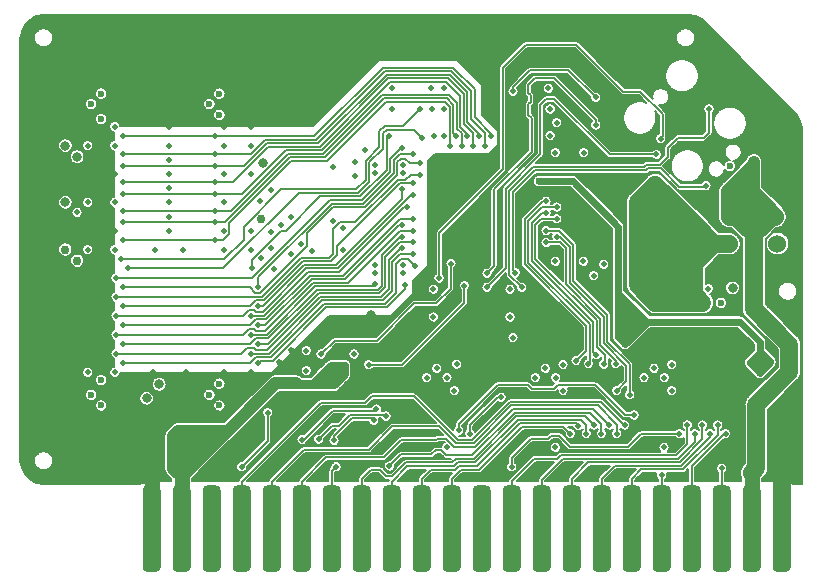
<source format=gbl>
G04 #@! TF.GenerationSoftware,KiCad,Pcbnew,(5.1.10-1-10_14)*
G04 #@! TF.CreationDate,2021-10-29T05:10:37-04:00*
G04 #@! TF.ProjectId,RAM2GS,52414d32-4753-42e6-9b69-6361645f7063,2.0*
G04 #@! TF.SameCoordinates,Original*
G04 #@! TF.FileFunction,Copper,L4,Bot*
G04 #@! TF.FilePolarity,Positive*
%FSLAX46Y46*%
G04 Gerber Fmt 4.6, Leading zero omitted, Abs format (unit mm)*
G04 Created by KiCad (PCBNEW (5.1.10-1-10_14)) date 2021-10-29 05:10:37*
%MOMM*%
%LPD*%
G01*
G04 APERTURE LIST*
G04 #@! TA.AperFunction,ComponentPad*
%ADD10C,2.000000*%
G04 #@! TD*
G04 #@! TA.AperFunction,ViaPad*
%ADD11C,0.500000*%
G04 #@! TD*
G04 #@! TA.AperFunction,ViaPad*
%ADD12C,0.800000*%
G04 #@! TD*
G04 #@! TA.AperFunction,ViaPad*
%ADD13C,0.762000*%
G04 #@! TD*
G04 #@! TA.AperFunction,ViaPad*
%ADD14C,1.524000*%
G04 #@! TD*
G04 #@! TA.AperFunction,ViaPad*
%ADD15C,1.000000*%
G04 #@! TD*
G04 #@! TA.AperFunction,ViaPad*
%ADD16C,0.600000*%
G04 #@! TD*
G04 #@! TA.AperFunction,ViaPad*
%ADD17C,0.508000*%
G04 #@! TD*
G04 #@! TA.AperFunction,Conductor*
%ADD18C,1.270000*%
G04 #@! TD*
G04 #@! TA.AperFunction,Conductor*
%ADD19C,1.524000*%
G04 #@! TD*
G04 #@! TA.AperFunction,Conductor*
%ADD20C,0.500000*%
G04 #@! TD*
G04 #@! TA.AperFunction,Conductor*
%ADD21C,0.150000*%
G04 #@! TD*
G04 #@! TA.AperFunction,Conductor*
%ADD22C,0.508000*%
G04 #@! TD*
G04 #@! TA.AperFunction,Conductor*
%ADD23C,1.000000*%
G04 #@! TD*
G04 #@! TA.AperFunction,Conductor*
%ADD24C,0.600000*%
G04 #@! TD*
G04 #@! TA.AperFunction,Conductor*
%ADD25C,0.100000*%
G04 #@! TD*
G04 APERTURE END LIST*
G04 #@! TA.AperFunction,SMDPad,CuDef*
G36*
G01*
X110236000Y-138571000D02*
X110236000Y-131993000D01*
G75*
G02*
X110617000Y-131612000I381000J0D01*
G01*
X111379000Y-131612000D01*
G75*
G02*
X111760000Y-131993000I0J-381000D01*
G01*
X111760000Y-138571000D01*
G75*
G02*
X111379000Y-138952000I-381000J0D01*
G01*
X110617000Y-138952000D01*
G75*
G02*
X110236000Y-138571000I0J381000D01*
G01*
G37*
G04 #@! TD.AperFunction*
G04 #@! TA.AperFunction,SMDPad,CuDef*
G36*
G01*
X107696000Y-138571000D02*
X107696000Y-131993000D01*
G75*
G02*
X108077000Y-131612000I381000J0D01*
G01*
X108839000Y-131612000D01*
G75*
G02*
X109220000Y-131993000I0J-381000D01*
G01*
X109220000Y-138571000D01*
G75*
G02*
X108839000Y-138952000I-381000J0D01*
G01*
X108077000Y-138952000D01*
G75*
G02*
X107696000Y-138571000I0J381000D01*
G01*
G37*
G04 #@! TD.AperFunction*
G04 #@! TA.AperFunction,SMDPad,CuDef*
G36*
G01*
X105156000Y-138571000D02*
X105156000Y-131993000D01*
G75*
G02*
X105537000Y-131612000I381000J0D01*
G01*
X106299000Y-131612000D01*
G75*
G02*
X106680000Y-131993000I0J-381000D01*
G01*
X106680000Y-138571000D01*
G75*
G02*
X106299000Y-138952000I-381000J0D01*
G01*
X105537000Y-138952000D01*
G75*
G02*
X105156000Y-138571000I0J381000D01*
G01*
G37*
G04 #@! TD.AperFunction*
G04 #@! TA.AperFunction,SMDPad,CuDef*
G36*
G01*
X102616000Y-138571000D02*
X102616000Y-131993000D01*
G75*
G02*
X102997000Y-131612000I381000J0D01*
G01*
X103759000Y-131612000D01*
G75*
G02*
X104140000Y-131993000I0J-381000D01*
G01*
X104140000Y-138571000D01*
G75*
G02*
X103759000Y-138952000I-381000J0D01*
G01*
X102997000Y-138952000D01*
G75*
G02*
X102616000Y-138571000I0J381000D01*
G01*
G37*
G04 #@! TD.AperFunction*
G04 #@! TA.AperFunction,SMDPad,CuDef*
G36*
G01*
X100076000Y-138571000D02*
X100076000Y-131993000D01*
G75*
G02*
X100457000Y-131612000I381000J0D01*
G01*
X101219000Y-131612000D01*
G75*
G02*
X101600000Y-131993000I0J-381000D01*
G01*
X101600000Y-138571000D01*
G75*
G02*
X101219000Y-138952000I-381000J0D01*
G01*
X100457000Y-138952000D01*
G75*
G02*
X100076000Y-138571000I0J381000D01*
G01*
G37*
G04 #@! TD.AperFunction*
G04 #@! TA.AperFunction,SMDPad,CuDef*
G36*
G01*
X97536000Y-138571000D02*
X97536000Y-131993000D01*
G75*
G02*
X97917000Y-131612000I381000J0D01*
G01*
X98679000Y-131612000D01*
G75*
G02*
X99060000Y-131993000I0J-381000D01*
G01*
X99060000Y-138571000D01*
G75*
G02*
X98679000Y-138952000I-381000J0D01*
G01*
X97917000Y-138952000D01*
G75*
G02*
X97536000Y-138571000I0J381000D01*
G01*
G37*
G04 #@! TD.AperFunction*
G04 #@! TA.AperFunction,SMDPad,CuDef*
G36*
G01*
X94996000Y-138571000D02*
X94996000Y-131993000D01*
G75*
G02*
X95377000Y-131612000I381000J0D01*
G01*
X96139000Y-131612000D01*
G75*
G02*
X96520000Y-131993000I0J-381000D01*
G01*
X96520000Y-138571000D01*
G75*
G02*
X96139000Y-138952000I-381000J0D01*
G01*
X95377000Y-138952000D01*
G75*
G02*
X94996000Y-138571000I0J381000D01*
G01*
G37*
G04 #@! TD.AperFunction*
G04 #@! TA.AperFunction,SMDPad,CuDef*
G36*
G01*
X92456000Y-138571000D02*
X92456000Y-131993000D01*
G75*
G02*
X92837000Y-131612000I381000J0D01*
G01*
X93599000Y-131612000D01*
G75*
G02*
X93980000Y-131993000I0J-381000D01*
G01*
X93980000Y-138571000D01*
G75*
G02*
X93599000Y-138952000I-381000J0D01*
G01*
X92837000Y-138952000D01*
G75*
G02*
X92456000Y-138571000I0J381000D01*
G01*
G37*
G04 #@! TD.AperFunction*
G04 #@! TA.AperFunction,SMDPad,CuDef*
G36*
G01*
X89916000Y-138571000D02*
X89916000Y-131993000D01*
G75*
G02*
X90297000Y-131612000I381000J0D01*
G01*
X91059000Y-131612000D01*
G75*
G02*
X91440000Y-131993000I0J-381000D01*
G01*
X91440000Y-138571000D01*
G75*
G02*
X91059000Y-138952000I-381000J0D01*
G01*
X90297000Y-138952000D01*
G75*
G02*
X89916000Y-138571000I0J381000D01*
G01*
G37*
G04 #@! TD.AperFunction*
G04 #@! TA.AperFunction,SMDPad,CuDef*
G36*
G01*
X87376000Y-138571000D02*
X87376000Y-131993000D01*
G75*
G02*
X87757000Y-131612000I381000J0D01*
G01*
X88519000Y-131612000D01*
G75*
G02*
X88900000Y-131993000I0J-381000D01*
G01*
X88900000Y-138571000D01*
G75*
G02*
X88519000Y-138952000I-381000J0D01*
G01*
X87757000Y-138952000D01*
G75*
G02*
X87376000Y-138571000I0J381000D01*
G01*
G37*
G04 #@! TD.AperFunction*
G04 #@! TA.AperFunction,SMDPad,CuDef*
G36*
G01*
X84836000Y-138571000D02*
X84836000Y-131993000D01*
G75*
G02*
X85217000Y-131612000I381000J0D01*
G01*
X85979000Y-131612000D01*
G75*
G02*
X86360000Y-131993000I0J-381000D01*
G01*
X86360000Y-138571000D01*
G75*
G02*
X85979000Y-138952000I-381000J0D01*
G01*
X85217000Y-138952000D01*
G75*
G02*
X84836000Y-138571000I0J381000D01*
G01*
G37*
G04 #@! TD.AperFunction*
G04 #@! TA.AperFunction,SMDPad,CuDef*
G36*
G01*
X82296000Y-138571000D02*
X82296000Y-131993000D01*
G75*
G02*
X82677000Y-131612000I381000J0D01*
G01*
X83439000Y-131612000D01*
G75*
G02*
X83820000Y-131993000I0J-381000D01*
G01*
X83820000Y-138571000D01*
G75*
G02*
X83439000Y-138952000I-381000J0D01*
G01*
X82677000Y-138952000D01*
G75*
G02*
X82296000Y-138571000I0J381000D01*
G01*
G37*
G04 #@! TD.AperFunction*
G04 #@! TA.AperFunction,SMDPad,CuDef*
G36*
G01*
X79756000Y-138571000D02*
X79756000Y-131993000D01*
G75*
G02*
X80137000Y-131612000I381000J0D01*
G01*
X80899000Y-131612000D01*
G75*
G02*
X81280000Y-131993000I0J-381000D01*
G01*
X81280000Y-138571000D01*
G75*
G02*
X80899000Y-138952000I-381000J0D01*
G01*
X80137000Y-138952000D01*
G75*
G02*
X79756000Y-138571000I0J381000D01*
G01*
G37*
G04 #@! TD.AperFunction*
G04 #@! TA.AperFunction,SMDPad,CuDef*
G36*
G01*
X77216000Y-138571000D02*
X77216000Y-131993000D01*
G75*
G02*
X77597000Y-131612000I381000J0D01*
G01*
X78359000Y-131612000D01*
G75*
G02*
X78740000Y-131993000I0J-381000D01*
G01*
X78740000Y-138571000D01*
G75*
G02*
X78359000Y-138952000I-381000J0D01*
G01*
X77597000Y-138952000D01*
G75*
G02*
X77216000Y-138571000I0J381000D01*
G01*
G37*
G04 #@! TD.AperFunction*
G04 #@! TA.AperFunction,SMDPad,CuDef*
G36*
G01*
X74676000Y-138571000D02*
X74676000Y-131993000D01*
G75*
G02*
X75057000Y-131612000I381000J0D01*
G01*
X75819000Y-131612000D01*
G75*
G02*
X76200000Y-131993000I0J-381000D01*
G01*
X76200000Y-138571000D01*
G75*
G02*
X75819000Y-138952000I-381000J0D01*
G01*
X75057000Y-138952000D01*
G75*
G02*
X74676000Y-138571000I0J381000D01*
G01*
G37*
G04 #@! TD.AperFunction*
G04 #@! TA.AperFunction,SMDPad,CuDef*
G36*
G01*
X72136000Y-138571000D02*
X72136000Y-131993000D01*
G75*
G02*
X72517000Y-131612000I381000J0D01*
G01*
X73279000Y-131612000D01*
G75*
G02*
X73660000Y-131993000I0J-381000D01*
G01*
X73660000Y-138571000D01*
G75*
G02*
X73279000Y-138952000I-381000J0D01*
G01*
X72517000Y-138952000D01*
G75*
G02*
X72136000Y-138571000I0J381000D01*
G01*
G37*
G04 #@! TD.AperFunction*
G04 #@! TA.AperFunction,SMDPad,CuDef*
G36*
G01*
X69596000Y-138571000D02*
X69596000Y-131993000D01*
G75*
G02*
X69977000Y-131612000I381000J0D01*
G01*
X70739000Y-131612000D01*
G75*
G02*
X71120000Y-131993000I0J-381000D01*
G01*
X71120000Y-138571000D01*
G75*
G02*
X70739000Y-138952000I-381000J0D01*
G01*
X69977000Y-138952000D01*
G75*
G02*
X69596000Y-138571000I0J381000D01*
G01*
G37*
G04 #@! TD.AperFunction*
G04 #@! TA.AperFunction,SMDPad,CuDef*
G36*
G01*
X67056000Y-138571000D02*
X67056000Y-131993000D01*
G75*
G02*
X67437000Y-131612000I381000J0D01*
G01*
X68199000Y-131612000D01*
G75*
G02*
X68580000Y-131993000I0J-381000D01*
G01*
X68580000Y-138571000D01*
G75*
G02*
X68199000Y-138952000I-381000J0D01*
G01*
X67437000Y-138952000D01*
G75*
G02*
X67056000Y-138571000I0J381000D01*
G01*
G37*
G04 #@! TD.AperFunction*
G04 #@! TA.AperFunction,SMDPad,CuDef*
G36*
G01*
X64516000Y-138571000D02*
X64516000Y-131993000D01*
G75*
G02*
X64897000Y-131612000I381000J0D01*
G01*
X65659000Y-131612000D01*
G75*
G02*
X66040000Y-131993000I0J-381000D01*
G01*
X66040000Y-138571000D01*
G75*
G02*
X65659000Y-138952000I-381000J0D01*
G01*
X64897000Y-138952000D01*
G75*
G02*
X64516000Y-138571000I0J381000D01*
G01*
G37*
G04 #@! TD.AperFunction*
G04 #@! TA.AperFunction,SMDPad,CuDef*
G36*
G01*
X61976000Y-138571000D02*
X61976000Y-131993000D01*
G75*
G02*
X62357000Y-131612000I381000J0D01*
G01*
X63119000Y-131612000D01*
G75*
G02*
X63500000Y-131993000I0J-381000D01*
G01*
X63500000Y-138571000D01*
G75*
G02*
X63119000Y-138952000I-381000J0D01*
G01*
X62357000Y-138952000D01*
G75*
G02*
X61976000Y-138571000I0J381000D01*
G01*
G37*
G04 #@! TD.AperFunction*
G04 #@! TA.AperFunction,SMDPad,CuDef*
G36*
G01*
X59436000Y-138571000D02*
X59436000Y-131993000D01*
G75*
G02*
X59817000Y-131612000I381000J0D01*
G01*
X60579000Y-131612000D01*
G75*
G02*
X60960000Y-131993000I0J-381000D01*
G01*
X60960000Y-138571000D01*
G75*
G02*
X60579000Y-138952000I-381000J0D01*
G01*
X59817000Y-138952000D01*
G75*
G02*
X59436000Y-138571000I0J381000D01*
G01*
G37*
G04 #@! TD.AperFunction*
G04 #@! TA.AperFunction,SMDPad,CuDef*
G36*
G01*
X56896000Y-138571000D02*
X56896000Y-131993000D01*
G75*
G02*
X57277000Y-131612000I381000J0D01*
G01*
X58039000Y-131612000D01*
G75*
G02*
X58420000Y-131993000I0J-381000D01*
G01*
X58420000Y-138571000D01*
G75*
G02*
X58039000Y-138952000I-381000J0D01*
G01*
X57277000Y-138952000D01*
G75*
G02*
X56896000Y-138571000I0J381000D01*
G01*
G37*
G04 #@! TD.AperFunction*
D10*
X110998000Y-130175000D03*
D11*
X107150000Y-118500000D03*
X85471000Y-94996000D03*
X80391000Y-94742000D03*
X60060000Y-99799000D03*
X46990000Y-97663000D03*
X98171000Y-92202000D03*
X93091000Y-92202000D03*
X88011000Y-92202000D03*
X82931000Y-92202000D03*
X77851000Y-92202000D03*
X72771000Y-92202000D03*
X67691000Y-92202000D03*
X62611000Y-92202000D03*
X57531000Y-92202000D03*
X52451000Y-92202000D03*
X72771000Y-97282000D03*
X54991000Y-94742000D03*
X52451000Y-97282000D03*
X57531000Y-97282000D03*
X95631000Y-94742000D03*
X93091000Y-97282000D03*
X70231000Y-99822000D03*
X50038000Y-99822000D03*
X50038000Y-94742000D03*
X49911000Y-131064000D03*
X46990000Y-128143000D03*
X63750000Y-102850000D03*
X66050000Y-102850000D03*
X79950000Y-127250000D03*
X80600000Y-128400000D03*
X74100000Y-127250000D03*
X54550000Y-105250000D03*
D12*
X51350000Y-100400000D03*
D11*
X59150000Y-105250000D03*
X59150000Y-101250000D03*
X59150000Y-102850000D03*
X59150000Y-107650000D03*
X59150000Y-110050000D03*
X60350000Y-111650000D03*
X57950000Y-111650000D03*
X51350000Y-109300000D03*
D13*
X51350000Y-105200000D03*
D11*
X63750000Y-111650000D03*
X59150000Y-104050000D03*
X57750000Y-122050000D03*
X59150000Y-106450000D03*
X60550000Y-122050000D03*
X59150000Y-108850000D03*
X63750000Y-107650000D03*
X66050000Y-111650000D03*
X54550000Y-110050000D03*
X52250000Y-110050000D03*
X63750000Y-101250000D03*
X66050000Y-101250000D03*
X98350000Y-127250000D03*
X99000000Y-128400000D03*
X89150000Y-127250000D03*
X89800000Y-128400000D03*
X89150000Y-129550000D03*
X63750000Y-122050000D03*
X66050000Y-122050000D03*
D14*
X57658000Y-130556000D03*
D11*
X104648000Y-130937000D03*
X61722000Y-130937000D03*
X112014000Y-100965000D03*
X74168000Y-130937000D03*
X102108000Y-130937000D03*
X64008000Y-130937000D03*
X106680000Y-95377000D03*
X112014000Y-112649000D03*
X112014000Y-117729000D03*
X94488000Y-130937000D03*
X99568000Y-130937000D03*
X106807000Y-130937000D03*
X79248000Y-130937000D03*
X76708000Y-130937000D03*
X71628000Y-130937000D03*
X81788000Y-130937000D03*
X91948000Y-130937000D03*
X89408000Y-130937000D03*
X97028000Y-130937000D03*
X66548000Y-130937000D03*
X69088000Y-130937000D03*
X84328000Y-130937000D03*
X86868000Y-130937000D03*
X109347000Y-98044000D03*
X81950000Y-129150000D03*
X66950000Y-112400000D03*
X107162600Y-129870200D03*
X112014000Y-127889000D03*
D14*
X106600000Y-113450000D03*
D11*
X82000000Y-128150000D03*
X81500000Y-127250000D03*
X93091000Y-97282000D03*
D15*
X110350000Y-104200000D03*
X111550000Y-105550000D03*
D12*
X110350000Y-106800000D03*
D15*
X110100000Y-116150000D03*
D14*
X110450000Y-113450000D03*
D11*
X69050000Y-124400000D03*
X112014000Y-107569000D03*
X50038000Y-120523000D03*
X50038000Y-115443000D03*
X46990000Y-112903000D03*
X46990000Y-117983000D03*
X46990000Y-102743000D03*
X46990000Y-107823000D03*
X46990000Y-123063000D03*
D12*
X50350000Y-106150000D03*
D13*
X50350000Y-110150000D03*
D12*
X50350000Y-101350000D03*
D11*
X105100000Y-109050000D03*
X103800000Y-98550000D03*
X97000000Y-100400000D03*
X68050000Y-127750000D03*
X91000000Y-127150000D03*
X100550000Y-127750000D03*
D16*
X74500000Y-129800000D03*
D11*
X77200000Y-126750000D03*
X86800000Y-125000000D03*
X73850000Y-109850000D03*
X67800000Y-111550000D03*
X73050000Y-109250000D03*
X69500000Y-108850000D03*
X68650000Y-109550000D03*
X68450000Y-121200000D03*
X69500000Y-120150000D03*
D16*
X64900000Y-100600000D03*
X54900000Y-98450000D03*
X55750000Y-99350000D03*
X54900000Y-100250000D03*
X64900000Y-98450000D03*
X65750000Y-99350000D03*
X54900000Y-123050000D03*
X55750000Y-123950000D03*
X54900000Y-124850000D03*
D11*
X64900000Y-124800000D03*
D16*
X65750000Y-123950000D03*
X64900000Y-122700000D03*
D12*
X60000000Y-123050000D03*
X61050000Y-124250000D03*
X76250000Y-117200000D03*
D11*
X73850000Y-111650000D03*
D16*
X110050000Y-119900000D03*
X108250000Y-119900000D03*
X110100000Y-126400000D03*
D11*
X107550000Y-127300000D03*
D13*
X58350000Y-127550000D03*
X57023000Y-128850000D03*
D16*
X101536500Y-101536500D03*
D11*
X60000000Y-125400000D03*
X78950000Y-112950000D03*
X78950000Y-105150000D03*
X76600000Y-105150000D03*
X82400000Y-99750000D03*
X87900000Y-99750000D03*
X91850000Y-104150000D03*
X91850000Y-111950000D03*
X94200000Y-111950000D03*
X87300000Y-115000000D03*
X87300000Y-117350000D03*
X80800000Y-115000000D03*
X76600000Y-112950000D03*
X78050000Y-98000000D03*
X92750000Y-117400000D03*
X92750000Y-119100000D03*
X95950000Y-111700000D03*
X94250000Y-104150000D03*
X82400000Y-102000000D03*
X95200000Y-110750000D03*
X87150000Y-113050000D03*
X80800000Y-117400000D03*
X87050000Y-119100000D03*
X86100000Y-118250000D03*
X79600000Y-118250000D03*
X84900000Y-117800000D03*
X85100000Y-121050000D03*
X90500000Y-119100000D03*
X82400000Y-97950000D03*
X93650000Y-101850000D03*
X92200000Y-100100000D03*
X93700000Y-118250000D03*
X90050000Y-98000000D03*
X89100000Y-98850000D03*
X74850000Y-105400000D03*
X90050000Y-99700000D03*
X94500000Y-108300000D03*
X90750000Y-120700000D03*
X75550000Y-124100000D03*
D16*
X102400000Y-102750000D03*
D11*
X83200000Y-105800000D03*
X86150000Y-106800000D03*
X66800000Y-107550000D03*
X67800000Y-106600000D03*
X78050000Y-99750000D03*
D16*
X74650000Y-118650000D03*
D11*
X84000000Y-123600000D03*
X102400000Y-123600000D03*
X102400000Y-121400000D03*
X93200000Y-123600000D03*
X82650000Y-124000000D03*
X91850000Y-124000000D03*
D16*
X80900000Y-124000000D03*
X90100000Y-124000000D03*
D11*
X101050000Y-124000000D03*
D16*
X99300000Y-124000000D03*
X100200000Y-124850000D03*
X73500000Y-124000000D03*
D11*
X71750000Y-124000000D03*
X87900000Y-102000000D03*
X99150000Y-102850000D03*
X86650000Y-99700000D03*
X88138000Y-130048000D03*
X102350000Y-127250000D03*
X95750000Y-127250000D03*
X77775000Y-129975000D03*
X65278000Y-130048000D03*
X67500000Y-125450000D03*
X97700000Y-126500000D03*
X97050000Y-127250000D03*
X96400000Y-126500000D03*
X93100000Y-127250000D03*
X95100000Y-126500000D03*
X94450000Y-127250000D03*
X93800000Y-126550000D03*
X103000000Y-126500000D03*
X103650000Y-127250000D03*
X104300000Y-126500000D03*
X104950000Y-127250000D03*
X105600000Y-126500000D03*
X106250000Y-127250000D03*
X105918000Y-130175000D03*
X100838000Y-130746500D03*
X83650000Y-126950000D03*
X98500000Y-125650000D03*
X73100000Y-127800000D03*
X76450000Y-126100000D03*
X73279000Y-130048000D03*
X76700000Y-125150000D03*
X70400000Y-127750000D03*
X77500000Y-125750000D03*
X71800000Y-127700000D03*
X84600000Y-127250000D03*
X87249000Y-124142500D03*
X74800000Y-120500000D03*
X104800000Y-114950000D03*
X54550000Y-107650000D03*
X52250000Y-102850000D03*
X52250000Y-107650000D03*
X52250000Y-111650000D03*
X52250000Y-122050000D03*
X54550000Y-122050000D03*
X66050000Y-105250000D03*
X63750000Y-105250000D03*
D13*
X51350000Y-112600000D03*
D11*
X51350000Y-108500000D03*
D17*
X54550000Y-101250000D03*
X54550000Y-111650000D03*
D16*
X63400000Y-123000000D03*
D12*
X51350000Y-103800000D03*
D17*
X54550000Y-102850000D03*
D11*
X82675000Y-122500000D03*
X91875000Y-122500000D03*
X63750000Y-110050000D03*
D13*
X66950000Y-109100000D03*
D11*
X66050000Y-110050000D03*
X82650000Y-128400000D03*
D15*
X100300000Y-111650000D03*
D14*
X104150000Y-111150000D03*
D15*
X100300000Y-110150000D03*
D14*
X110650000Y-111150000D03*
D15*
X100300000Y-113150000D03*
X100300000Y-108650000D03*
D14*
X102300000Y-108150000D03*
X102300000Y-114150000D03*
D15*
X100300000Y-116150000D03*
X102300000Y-116150000D03*
X104300000Y-116150000D03*
D16*
X105850000Y-116150000D03*
D12*
X106850000Y-114900000D03*
D11*
X91850000Y-128400000D03*
X101050000Y-128400000D03*
D12*
X50350000Y-107650000D03*
D13*
X50350000Y-111650000D03*
D12*
X50350000Y-102850000D03*
D15*
X100300000Y-114650000D03*
X100300000Y-106150000D03*
D11*
X70350000Y-111150000D03*
X69500000Y-112000000D03*
X71250000Y-111750000D03*
X68050000Y-113300000D03*
X67800000Y-110150000D03*
D14*
X106550000Y-111150000D03*
D11*
X70750000Y-121900000D03*
X70750000Y-120200000D03*
D16*
X53400000Y-100600000D03*
X52550000Y-99350000D03*
X53400000Y-98450000D03*
X63400000Y-100250000D03*
X62550000Y-99350000D03*
X63400000Y-98450000D03*
X53400000Y-122700000D03*
X52550000Y-123950000D03*
X53400000Y-124850000D03*
X62550000Y-123950000D03*
D12*
X57250000Y-124250000D03*
X58300000Y-123050000D03*
D16*
X106625000Y-104575000D03*
X63400000Y-124850000D03*
D11*
X78950000Y-113650000D03*
X78950000Y-104450000D03*
X76600000Y-104450000D03*
X81400000Y-99750000D03*
X91400000Y-99750000D03*
X91950000Y-100900000D03*
X91850000Y-103450000D03*
X91850000Y-112650000D03*
X94200000Y-112650000D03*
X88000000Y-115000000D03*
X88000000Y-117350000D03*
X81500000Y-115000000D03*
X81500000Y-117350000D03*
X76600000Y-113650000D03*
X81550000Y-102000000D03*
X81300000Y-98000000D03*
X95950000Y-112900000D03*
X94250000Y-103450000D03*
X88250000Y-119100000D03*
X83500000Y-121350000D03*
X95100000Y-113850000D03*
X91400000Y-102000000D03*
X91250000Y-98000000D03*
X74850000Y-104200000D03*
X75700000Y-103250000D03*
X73050000Y-104650000D03*
D12*
X67100000Y-104300000D03*
D11*
X101075000Y-122500000D03*
X83300000Y-123600000D03*
X101700000Y-123600000D03*
X101700000Y-121400000D03*
X92500000Y-123600000D03*
X92500000Y-121400000D03*
X80950000Y-122500000D03*
X81800000Y-121700000D03*
X91000000Y-121700000D03*
X90150000Y-122500000D03*
X100200000Y-121700000D03*
X99350000Y-122500000D03*
X76050000Y-121400000D03*
X84150000Y-114700000D03*
X93600000Y-121050000D03*
X91050000Y-107550000D03*
X94650000Y-121300000D03*
X91950000Y-108050000D03*
X95300000Y-120550000D03*
X91050000Y-108550000D03*
X95950000Y-121350000D03*
X91950000Y-109050000D03*
X96950000Y-121300000D03*
X91050000Y-111050000D03*
X97050000Y-123600000D03*
X91950000Y-110550000D03*
X98150000Y-123950000D03*
X91050000Y-110050000D03*
D17*
X55250000Y-102050000D03*
X63050000Y-102050000D03*
D11*
X86400000Y-102000000D03*
X63050000Y-104550000D03*
X55250000Y-104550000D03*
X85400000Y-102000000D03*
D17*
X63050000Y-103550000D03*
X55250000Y-103550000D03*
D11*
X85900000Y-102900000D03*
X84900000Y-102900000D03*
D17*
X55250000Y-105950000D03*
D11*
X63050000Y-105950000D03*
X82900000Y-102900000D03*
D17*
X55250000Y-110850000D03*
D11*
X63050000Y-110850000D03*
X63050000Y-108350000D03*
D17*
X55250000Y-108350000D03*
D11*
X83900000Y-102900000D03*
X83400000Y-102000000D03*
X63050000Y-109350000D03*
X55250000Y-109350000D03*
X84400000Y-102000000D03*
X55250000Y-106950000D03*
X63050000Y-106950000D03*
X95250000Y-98750000D03*
X88250000Y-98250000D03*
X66150000Y-113250000D03*
X77750000Y-102000000D03*
X66650000Y-114850000D03*
X79750000Y-103550000D03*
X66700000Y-116450000D03*
X78850000Y-106550000D03*
X66100000Y-117250000D03*
X79300000Y-108050000D03*
X66700000Y-118050000D03*
X78850000Y-109550000D03*
X76600000Y-114550000D03*
X66100000Y-118850000D03*
X66700000Y-119650000D03*
X79750000Y-111050000D03*
X66100000Y-120450000D03*
X79750000Y-112050000D03*
X66700000Y-121250000D03*
X79100000Y-114650000D03*
X55200000Y-121250000D03*
X79950000Y-113050000D03*
X54650000Y-120450000D03*
X78850000Y-111550000D03*
X55200000Y-119650000D03*
X78850000Y-110550000D03*
X54650000Y-118850000D03*
X79750000Y-110050000D03*
X55200000Y-118050000D03*
X79750000Y-109050000D03*
X54650000Y-117250000D03*
X79750000Y-107050000D03*
X55200000Y-116450000D03*
X79750000Y-106050000D03*
X54650000Y-115650000D03*
X80400000Y-105300000D03*
X55200000Y-114850000D03*
X80400000Y-104300000D03*
X54650000Y-114050000D03*
X78850000Y-103050000D03*
X55650000Y-113250000D03*
X80550000Y-102200000D03*
D17*
X55100000Y-112450000D03*
D11*
X80400000Y-99750000D03*
X104600000Y-106250000D03*
X88450000Y-113600000D03*
X86050000Y-114850000D03*
X100400000Y-103600000D03*
X104850000Y-99750000D03*
X89000000Y-114850000D03*
X86050000Y-113650000D03*
X95250000Y-101100000D03*
X73475000Y-122500000D03*
D14*
X108458000Y-130556000D03*
X60198000Y-130556000D03*
D11*
X72600000Y-121650000D03*
D14*
X106600000Y-108850000D03*
X108650000Y-107150000D03*
X110450000Y-108850000D03*
D15*
X108650000Y-104200000D03*
X107500000Y-105550000D03*
D11*
X74100000Y-121400000D03*
D12*
X59750000Y-127550000D03*
D16*
X109150000Y-122100000D03*
D11*
X108300000Y-121200000D03*
D16*
X110050000Y-121100000D03*
X97750000Y-119650000D03*
X91650000Y-105850000D03*
X90450000Y-105850000D03*
D11*
X82000000Y-114050000D03*
X100750000Y-102250000D03*
X72000000Y-120500000D03*
X83000000Y-112850000D03*
D18*
X57658000Y-130556000D02*
X57658000Y-135382000D01*
D19*
X110998000Y-135382000D02*
X110998000Y-130175000D01*
D20*
X69500000Y-120150000D02*
X69650000Y-120300000D01*
X68450000Y-121200000D02*
X68600000Y-121350000D01*
D21*
X99100000Y-127250000D02*
X102350000Y-127250000D01*
X98016500Y-128333500D02*
X99100000Y-127250000D01*
X91500000Y-127400000D02*
X92150000Y-127400000D01*
X91250000Y-127650000D02*
X91500000Y-127400000D01*
X89764000Y-127650000D02*
X91250000Y-127650000D01*
X88138000Y-129276000D02*
X89764000Y-127650000D01*
X93083500Y-128333500D02*
X98016500Y-128333500D01*
X92150000Y-127400000D02*
X93083500Y-128333500D01*
X88138000Y-130048000D02*
X88138000Y-129276000D01*
X95750000Y-126450000D02*
X95750000Y-127250000D01*
X94749990Y-125449990D02*
X95750000Y-126450000D01*
X88400010Y-125449990D02*
X94749990Y-125449990D01*
X84800000Y-129050000D02*
X88400010Y-125449990D01*
X82599981Y-129050000D02*
X84800000Y-129050000D01*
X82199981Y-128650000D02*
X82599981Y-129050000D01*
X81700000Y-128650000D02*
X82199981Y-128650000D01*
X81350000Y-129000000D02*
X81700000Y-128650000D01*
X78750000Y-129000000D02*
X81350000Y-129000000D01*
X77775000Y-129975000D02*
X78750000Y-129000000D01*
X65302000Y-130048000D02*
X65278000Y-130048000D01*
X67500000Y-127850000D02*
X65302000Y-130048000D01*
X67500000Y-125450000D02*
X67500000Y-127850000D01*
X75750000Y-124600000D02*
X71996000Y-124600000D01*
X65278000Y-131318000D02*
X65278000Y-135382000D01*
X79874278Y-124050000D02*
X76300000Y-124050000D01*
X84790898Y-127749990D02*
X83574268Y-127749990D01*
X83574268Y-127749990D02*
X79874278Y-124050000D01*
X87990928Y-124549960D02*
X84790898Y-127749990D01*
X76300000Y-124050000D02*
X75750000Y-124600000D01*
X95699960Y-124549960D02*
X87990928Y-124549960D01*
X97700000Y-126550000D02*
X95699960Y-124549960D01*
X71996000Y-124600000D02*
X65278000Y-131318000D01*
X76050000Y-128600000D02*
X70536000Y-128600000D01*
X83450000Y-128050000D02*
X82000000Y-126600000D01*
X70536000Y-128600000D02*
X67818000Y-131318000D01*
X78050000Y-126600000D02*
X76050000Y-128600000D01*
X67818000Y-131318000D02*
X67818000Y-135382000D01*
X88115196Y-124849970D02*
X84915166Y-128050000D01*
X82000000Y-126600000D02*
X78050000Y-126600000D01*
X95437470Y-124849970D02*
X88115196Y-124849970D01*
X97050000Y-126462500D02*
X95437470Y-124849970D01*
X97050000Y-127250000D02*
X97050000Y-126462500D01*
X84915166Y-128050000D02*
X83450000Y-128050000D01*
X88252325Y-125149980D02*
X95049980Y-125149980D01*
X70358000Y-131318000D02*
X72426000Y-129250000D01*
X77300000Y-129250000D02*
X78800000Y-127750000D01*
X95049980Y-125149980D02*
X96400000Y-126500000D01*
X85052305Y-128350000D02*
X88252325Y-125149980D01*
X82600000Y-127650000D02*
X83300000Y-128350000D01*
X81700000Y-127750000D02*
X81800000Y-127650000D01*
X83300000Y-128350000D02*
X85052305Y-128350000D01*
X72426000Y-129250000D02*
X77300000Y-129250000D01*
X81800000Y-127650000D02*
X82600000Y-127650000D01*
X78800000Y-127750000D02*
X81700000Y-127750000D01*
X70358000Y-135382000D02*
X70358000Y-131318000D01*
X83058000Y-131064000D02*
X83058000Y-135382000D01*
X83820000Y-130302000D02*
X83058000Y-131064000D01*
X85398000Y-130302000D02*
X83820000Y-130302000D01*
X89050000Y-126650000D02*
X85398000Y-130302000D01*
X92500000Y-126650000D02*
X89050000Y-126650000D01*
X93100000Y-127250000D02*
X92500000Y-126650000D01*
X94350000Y-125750000D02*
X95100000Y-126500000D01*
X84950000Y-129350000D02*
X88550000Y-125750000D01*
X83438500Y-129350000D02*
X84950000Y-129350000D01*
X83121500Y-129667000D02*
X83438500Y-129350000D01*
X79203000Y-129667000D02*
X83121500Y-129667000D01*
X88550000Y-125750000D02*
X94350000Y-125750000D01*
X78020000Y-130850000D02*
X79203000Y-129667000D01*
X76993750Y-130302000D02*
X77541750Y-130850000D01*
X76200000Y-130302000D02*
X76993750Y-130302000D01*
X75438000Y-131064000D02*
X76200000Y-130302000D01*
X77541750Y-130850000D02*
X78020000Y-130850000D01*
X75438000Y-135382000D02*
X75438000Y-131064000D01*
X77978000Y-131322000D02*
X77978000Y-135382000D01*
X83248500Y-129984500D02*
X79315500Y-129984500D01*
X83566000Y-129667000D02*
X83248500Y-129984500D01*
X85083000Y-129667000D02*
X83566000Y-129667000D01*
X94000000Y-126050000D02*
X88700000Y-126050000D01*
X88700000Y-126050000D02*
X85083000Y-129667000D01*
X79315500Y-129984500D02*
X77978000Y-131322000D01*
X94450000Y-126500000D02*
X94000000Y-126050000D01*
X94450000Y-127250000D02*
X94450000Y-126500000D01*
X81280000Y-130302000D02*
X80518000Y-131064000D01*
X83375500Y-130302000D02*
X81280000Y-130302000D01*
X83693000Y-129984500D02*
X83375500Y-130302000D01*
X88850000Y-126350000D02*
X85215500Y-129984500D01*
X85215500Y-129984500D02*
X83693000Y-129984500D01*
X80518000Y-131064000D02*
X80518000Y-135382000D01*
X93800000Y-126550000D02*
X93600000Y-126350000D01*
X93600000Y-126350000D02*
X88850000Y-126350000D01*
X103000000Y-126500000D02*
X103000000Y-128140000D01*
X103000000Y-128140000D02*
X102090000Y-129050000D01*
X92000000Y-129350000D02*
X90050000Y-129350000D01*
X102090000Y-129050000D02*
X92300000Y-129050000D01*
X92300000Y-129050000D02*
X92000000Y-129350000D01*
X90050000Y-129350000D02*
X88138000Y-131262000D01*
X88138000Y-131262000D02*
X88138000Y-135382000D01*
X90678000Y-131122000D02*
X90678000Y-135382000D01*
X92450000Y-129350000D02*
X90678000Y-131122000D01*
X102234500Y-129350000D02*
X92450000Y-129350000D01*
X103650000Y-127934500D02*
X102234500Y-129350000D01*
X103650000Y-127250000D02*
X103650000Y-127934500D01*
X93218000Y-131082000D02*
X93218000Y-135382000D01*
X94650000Y-129650000D02*
X93218000Y-131082000D01*
X102379000Y-129650000D02*
X94650000Y-129650000D01*
X104300000Y-126500000D02*
X104300000Y-127729000D01*
X104300000Y-127729000D02*
X102379000Y-129650000D01*
X102523500Y-129950000D02*
X96875000Y-129950000D01*
X96875000Y-129950000D02*
X95758000Y-131067000D01*
X104950000Y-127523500D02*
X102523500Y-129950000D01*
X95758000Y-131067000D02*
X95758000Y-135382000D01*
X104950000Y-127250000D02*
X104950000Y-127523500D01*
X98298000Y-131064000D02*
X98298000Y-135382000D01*
X102668000Y-130250000D02*
X99112000Y-130250000D01*
X99112000Y-130250000D02*
X98298000Y-131064000D01*
X105600000Y-127318000D02*
X102668000Y-130250000D01*
X105600000Y-126500000D02*
X105600000Y-127318000D01*
X103378000Y-129984500D02*
X103378000Y-135382000D01*
X106112500Y-127250000D02*
X103378000Y-129984500D01*
X106250000Y-127250000D02*
X106112500Y-127250000D01*
X105918000Y-130175000D02*
X105918000Y-135382000D01*
X100838000Y-130746500D02*
X100838000Y-135382000D01*
X97750000Y-125650000D02*
X98500000Y-125650000D01*
X95200000Y-123100000D02*
X97750000Y-125650000D01*
X92050000Y-123100000D02*
X95200000Y-123100000D01*
X91700000Y-123450000D02*
X92050000Y-123100000D01*
X89850000Y-123450000D02*
X91700000Y-123450000D01*
X89500000Y-123100000D02*
X89850000Y-123450000D01*
X86975000Y-123100000D02*
X89500000Y-123100000D01*
X83650000Y-126425000D02*
X86975000Y-123100000D01*
X83650000Y-126950000D02*
X83650000Y-126425000D01*
X73279000Y-130048000D02*
X72898000Y-130429000D01*
X72898000Y-130429000D02*
X72898000Y-135382000D01*
X74600000Y-125950000D02*
X73100000Y-127450000D01*
X73100000Y-127450000D02*
X73100000Y-127800000D01*
X76300000Y-125950000D02*
X74600000Y-125950000D01*
X76450000Y-126100000D02*
X76300000Y-125950000D01*
X76550000Y-125300000D02*
X76700000Y-125150000D01*
X73000000Y-125300000D02*
X76550000Y-125300000D01*
X70550000Y-127750000D02*
X73000000Y-125300000D01*
X70400000Y-127750000D02*
X70550000Y-127750000D01*
X74475000Y-125625000D02*
X73550000Y-126550000D01*
X72950000Y-126550000D02*
X71800000Y-127700000D01*
X77375000Y-125625000D02*
X74475000Y-125625000D01*
X73550000Y-126550000D02*
X72950000Y-126550000D01*
X77500000Y-125750000D02*
X77375000Y-125625000D01*
X84600000Y-126500000D02*
X84600000Y-127250000D01*
X86957500Y-124142500D02*
X84600000Y-126500000D01*
X87249000Y-124142500D02*
X86957500Y-124142500D01*
D19*
X100300000Y-106150000D02*
X100300000Y-116150000D01*
X104300000Y-116150000D02*
X100300000Y-116150000D01*
X102300000Y-116150000D02*
X102300000Y-114150000D01*
X102300000Y-108150000D02*
X102300000Y-114150000D01*
X102300000Y-114150000D02*
X100300000Y-114150000D01*
X102300000Y-108150000D02*
X100300000Y-106150000D01*
X100300000Y-108150000D02*
X102300000Y-108150000D01*
X100300000Y-116150000D02*
X102300000Y-114150000D01*
X104300000Y-116150000D02*
X102300000Y-114150000D01*
X102300000Y-114150000D02*
X100300000Y-112150000D01*
X100300000Y-110150000D02*
X102300000Y-108150000D01*
X101300000Y-111150000D02*
X100300000Y-112150000D01*
X104150000Y-111150000D02*
X101300000Y-111150000D01*
X101300000Y-111150000D02*
X100300000Y-110150000D01*
X102300000Y-112150000D02*
X100300000Y-110150000D01*
X102300000Y-114150000D02*
X102300000Y-112150000D01*
X102300000Y-110150000D02*
X100300000Y-112150000D01*
X102300000Y-108150000D02*
X102300000Y-110150000D01*
X102300000Y-113000000D02*
X104150000Y-111150000D01*
X102300000Y-114150000D02*
X102300000Y-113000000D01*
X102300000Y-109300000D02*
X104150000Y-111150000D01*
X102300000Y-108150000D02*
X102300000Y-109300000D01*
X104150000Y-110000000D02*
X104150000Y-111150000D01*
X102300000Y-108150000D02*
X104150000Y-110000000D01*
X102300000Y-108150000D02*
X105300000Y-111150000D01*
X102300000Y-114150000D02*
X105300000Y-111150000D01*
X104300000Y-116150000D02*
X103600000Y-115450000D01*
X103600000Y-111700000D02*
X104150000Y-111150000D01*
X103600000Y-115450000D02*
X103600000Y-111700000D01*
X105300000Y-111150000D02*
X106550000Y-111150000D01*
X106550000Y-111150000D02*
X104150000Y-111150000D01*
X100300000Y-106150000D02*
X98800000Y-107650000D01*
X98800000Y-114650000D02*
X100300000Y-116150000D01*
X98800000Y-107650000D02*
X98800000Y-114650000D01*
D21*
X78900000Y-121400000D02*
X76050000Y-121400000D01*
X84150000Y-116150000D02*
X78900000Y-121400000D01*
X84150000Y-114700000D02*
X84150000Y-116150000D01*
X89250000Y-112900000D02*
X89250000Y-109100000D01*
X93600000Y-121050000D02*
X94450000Y-120200000D01*
X94450000Y-118100000D02*
X89250000Y-112900000D01*
X90800000Y-107550000D02*
X91050000Y-107550000D01*
X89250000Y-109100000D02*
X90800000Y-107550000D01*
X94450000Y-120200000D02*
X94450000Y-118100000D01*
X94750000Y-121200000D02*
X94650000Y-121300000D01*
X89550000Y-112750000D02*
X94750000Y-117950000D01*
X89550000Y-109250000D02*
X89550000Y-112750000D01*
X90750000Y-108050000D02*
X89550000Y-109250000D01*
X94750000Y-117950000D02*
X94750000Y-121200000D01*
X91950000Y-108050000D02*
X90750000Y-108050000D01*
X90700000Y-108550000D02*
X91050000Y-108550000D01*
X89850000Y-109400000D02*
X90700000Y-108550000D01*
X89850000Y-112600000D02*
X89850000Y-109400000D01*
X95050000Y-117800000D02*
X89850000Y-112600000D01*
X95050000Y-120300000D02*
X95050000Y-117800000D01*
X95300000Y-120550000D02*
X95050000Y-120300000D01*
X96050000Y-121250000D02*
X95950000Y-121350000D01*
X96050000Y-120600000D02*
X96050000Y-121250000D01*
X90150000Y-109550000D02*
X90150000Y-112450000D01*
X90150000Y-112450000D02*
X95350000Y-117650000D01*
X95350000Y-119900000D02*
X96050000Y-120600000D01*
X95350000Y-117650000D02*
X95350000Y-119900000D01*
X90650000Y-109050000D02*
X90150000Y-109550000D01*
X91950000Y-109050000D02*
X90650000Y-109050000D01*
X92250000Y-111050000D02*
X91050000Y-111050000D01*
X92750000Y-111550000D02*
X92250000Y-111050000D01*
X92750000Y-114600000D02*
X92750000Y-111550000D01*
X96950000Y-121300000D02*
X96950000Y-121050000D01*
X95650000Y-117500000D02*
X92750000Y-114600000D01*
X96950000Y-121050000D02*
X95650000Y-119750000D01*
X95650000Y-119750000D02*
X95650000Y-117500000D01*
X97850000Y-122800000D02*
X97050000Y-123600000D01*
X97850000Y-121500000D02*
X97850000Y-122800000D01*
X95950000Y-119600000D02*
X97850000Y-121500000D01*
X95950000Y-117350000D02*
X95950000Y-119600000D01*
X93050000Y-114450000D02*
X95950000Y-117350000D01*
X93050000Y-111400000D02*
X93050000Y-114450000D01*
X92200000Y-110550000D02*
X93050000Y-111400000D01*
X91950000Y-110550000D02*
X92200000Y-110550000D01*
X92150000Y-110050000D02*
X91050000Y-110050000D01*
X93350000Y-111250000D02*
X92150000Y-110050000D01*
X93350000Y-114300000D02*
X93350000Y-111250000D01*
X96250000Y-117200000D02*
X93350000Y-114300000D01*
X96250000Y-119450000D02*
X96250000Y-117200000D01*
X98150000Y-121350000D02*
X96250000Y-119450000D01*
X98150000Y-123950000D02*
X98150000Y-121350000D01*
X55250000Y-102050000D02*
X63050000Y-102050000D01*
X86400000Y-101850000D02*
X86400000Y-102000000D01*
X85000000Y-100450000D02*
X86400000Y-101850000D01*
X85000000Y-98050000D02*
X85000000Y-100450000D01*
X83200000Y-96250000D02*
X85000000Y-98050000D01*
X77250000Y-96250000D02*
X83200000Y-96250000D01*
X71450000Y-102050000D02*
X77250000Y-96250000D01*
X63050000Y-102050000D02*
X71450000Y-102050000D01*
X63050000Y-104550000D02*
X63150000Y-104450000D01*
X55250000Y-104550000D02*
X63050000Y-104550000D01*
X67400000Y-102650000D02*
X65500000Y-104550000D01*
X71750000Y-102650000D02*
X67400000Y-102650000D01*
X77550000Y-96850000D02*
X71750000Y-102650000D01*
X82900000Y-96850000D02*
X77550000Y-96850000D01*
X84400000Y-98350000D02*
X82900000Y-96850000D01*
X84400000Y-100850000D02*
X84400000Y-98350000D01*
X85400000Y-101850000D02*
X84400000Y-100850000D01*
X65500000Y-104550000D02*
X63050000Y-104550000D01*
X85400000Y-102000000D02*
X85400000Y-101850000D01*
X63050000Y-103550000D02*
X59399998Y-103550000D01*
X59399998Y-103550000D02*
X55250000Y-103550000D01*
X67250000Y-102350000D02*
X66050000Y-103550000D01*
X71600000Y-102350000D02*
X67250000Y-102350000D01*
X66050000Y-103550000D02*
X63050000Y-103550000D01*
X83050000Y-96550000D02*
X77400000Y-96550000D01*
X77400000Y-96550000D02*
X71600000Y-102350000D01*
X84700000Y-98200000D02*
X83050000Y-96550000D01*
X84700000Y-100600000D02*
X84700000Y-98200000D01*
X85900000Y-101800000D02*
X84700000Y-100600000D01*
X85900000Y-102900000D02*
X85900000Y-101800000D01*
X63050000Y-105950000D02*
X56909338Y-105950000D01*
X56909338Y-105950000D02*
X55250000Y-105950000D01*
X84900000Y-101800000D02*
X84900000Y-102900000D01*
X84100000Y-101000000D02*
X84900000Y-101800000D01*
X84100000Y-98500000D02*
X84100000Y-101000000D01*
X82750000Y-97150000D02*
X84100000Y-98500000D01*
X77700000Y-97150000D02*
X82750000Y-97150000D01*
X71900000Y-102950000D02*
X77700000Y-97150000D01*
X67550000Y-102950000D02*
X71900000Y-102950000D01*
X64550000Y-105950000D02*
X67550000Y-102950000D01*
X63050000Y-105950000D02*
X64550000Y-105950000D01*
X55250000Y-110850000D02*
X63050000Y-110850000D01*
X63700000Y-110850000D02*
X63100000Y-110850000D01*
X64250000Y-110300000D02*
X63700000Y-110850000D01*
X64250000Y-109400000D02*
X64250000Y-110300000D01*
X69500000Y-104150000D02*
X64250000Y-109400000D01*
X72500000Y-104150000D02*
X69500000Y-104150000D01*
X77500000Y-99150000D02*
X72500000Y-104150000D01*
X82500000Y-99150000D02*
X77500000Y-99150000D01*
X82900000Y-99550000D02*
X82500000Y-99150000D01*
X82900000Y-102900000D02*
X82900000Y-99550000D01*
X55250000Y-108350000D02*
X63050000Y-108350000D01*
X64400000Y-108350000D02*
X63100000Y-108350000D01*
X72200000Y-103550000D02*
X69200000Y-103550000D01*
X77200000Y-98550000D02*
X72200000Y-103550000D01*
X83500000Y-99250000D02*
X82800000Y-98550000D01*
X83900000Y-101800000D02*
X83500000Y-101400000D01*
X69200000Y-103550000D02*
X64400000Y-108350000D01*
X82800000Y-98550000D02*
X77200000Y-98550000D01*
X83500000Y-101400000D02*
X83500000Y-99250000D01*
X83900000Y-102900000D02*
X83900000Y-101800000D01*
X63050000Y-109350000D02*
X55250000Y-109350000D01*
X63850000Y-109350000D02*
X63050000Y-109350000D01*
X72350000Y-103850000D02*
X69350000Y-103850000D01*
X83400000Y-102000000D02*
X83200000Y-101800000D01*
X77350000Y-98850000D02*
X72350000Y-103850000D01*
X82650000Y-98850000D02*
X77350000Y-98850000D01*
X69350000Y-103850000D02*
X63850000Y-109350000D01*
X83200000Y-99400000D02*
X82650000Y-98850000D01*
X83200000Y-101800000D02*
X83200000Y-99400000D01*
X61499998Y-106950000D02*
X55250000Y-106950000D01*
X63050000Y-106950000D02*
X61499998Y-106950000D01*
X84400000Y-101850000D02*
X84400000Y-102000000D01*
X83800000Y-101250000D02*
X84400000Y-101850000D01*
X83800000Y-98650000D02*
X83800000Y-101250000D01*
X77850000Y-97450000D02*
X82600000Y-97450000D01*
X82600000Y-97450000D02*
X83800000Y-98650000D01*
X72050000Y-103250000D02*
X77850000Y-97450000D01*
X65350000Y-106950000D02*
X69050000Y-103250000D01*
X69050000Y-103250000D02*
X72050000Y-103250000D01*
X63050000Y-106950000D02*
X65350000Y-106950000D01*
X92950000Y-96450000D02*
X95250000Y-98750000D01*
X89700000Y-96450000D02*
X92950000Y-96450000D01*
X88250000Y-97900000D02*
X89700000Y-96450000D01*
X88250000Y-98250000D02*
X88250000Y-97900000D01*
X77550000Y-102200000D02*
X77750000Y-102000000D01*
X77550000Y-104900000D02*
X77550000Y-102200000D01*
X69000000Y-110050000D02*
X71900000Y-107150000D01*
X68600000Y-110050000D02*
X69000000Y-110050000D01*
X75300000Y-107150000D02*
X77550000Y-104900000D01*
X71900000Y-107150000D02*
X75300000Y-107150000D01*
X66150000Y-112500000D02*
X68600000Y-110050000D01*
X66150000Y-113250000D02*
X66150000Y-112500000D01*
X66650000Y-114850000D02*
X66800000Y-114850000D01*
X66650000Y-114000000D02*
X66650000Y-114850000D01*
X72900000Y-107750000D02*
X66650000Y-114000000D01*
X75600000Y-107750000D02*
X72900000Y-107750000D01*
X78150000Y-105200000D02*
X75600000Y-107750000D01*
X78150000Y-104100000D02*
X78150000Y-105200000D01*
X78700000Y-103550000D02*
X78150000Y-104100000D01*
X79750000Y-103550000D02*
X78700000Y-103550000D01*
X78850000Y-107350000D02*
X78850000Y-106550000D01*
X73250000Y-112950000D02*
X78850000Y-107350000D01*
X67100000Y-116450000D02*
X70600000Y-112950000D01*
X70600000Y-112950000D02*
X73250000Y-112950000D01*
X66700000Y-116450000D02*
X67100000Y-116450000D01*
X67200000Y-117250000D02*
X66100000Y-117250000D01*
X70900000Y-113550000D02*
X67200000Y-117250000D01*
X73550000Y-113550000D02*
X70900000Y-113550000D01*
X79050000Y-108050000D02*
X73550000Y-113550000D01*
X79300000Y-108050000D02*
X79050000Y-108050000D01*
X67300000Y-118050000D02*
X66700000Y-118050000D01*
X74000000Y-114150000D02*
X71200000Y-114150000D01*
X78600000Y-109550000D02*
X74000000Y-114150000D01*
X71200000Y-114150000D02*
X67300000Y-118050000D01*
X78850000Y-109550000D02*
X78600000Y-109550000D01*
X71500000Y-114750000D02*
X76400000Y-114750000D01*
X76400000Y-114750000D02*
X76600000Y-114550000D01*
X67400000Y-118850000D02*
X71500000Y-114750000D01*
X66100000Y-118850000D02*
X67400000Y-118850000D01*
X67500000Y-119650000D02*
X66700000Y-119650000D01*
X71800000Y-115350000D02*
X67500000Y-119650000D01*
X76950000Y-115350000D02*
X71800000Y-115350000D01*
X77450000Y-114850000D02*
X76950000Y-115350000D01*
X79750000Y-111050000D02*
X78650000Y-111050000D01*
X77450000Y-112250000D02*
X77450000Y-114850000D01*
X78650000Y-111050000D02*
X77450000Y-112250000D01*
X67600000Y-120450000D02*
X66100000Y-120450000D01*
X72100000Y-115950000D02*
X67600000Y-120450000D01*
X77250000Y-115950000D02*
X72100000Y-115950000D01*
X78050000Y-115150000D02*
X77250000Y-115950000D01*
X78050000Y-112700000D02*
X78050000Y-115150000D01*
X78700000Y-112050000D02*
X78050000Y-112700000D01*
X79750000Y-112050000D02*
X78700000Y-112050000D01*
X66900000Y-121050000D02*
X66700000Y-121250000D01*
X67900000Y-121050000D02*
X66900000Y-121050000D01*
X72400000Y-116550000D02*
X67900000Y-121050000D01*
X77550000Y-116550000D02*
X72400000Y-116550000D01*
X79100000Y-115000000D02*
X77550000Y-116550000D01*
X79100000Y-114650000D02*
X79100000Y-115000000D01*
X79350000Y-112450000D02*
X79950000Y-113050000D01*
X78350000Y-112850000D02*
X78750000Y-112450000D01*
X78350000Y-115300000D02*
X78350000Y-112850000D01*
X77400000Y-116250000D02*
X78350000Y-115300000D01*
X66500000Y-120750000D02*
X67750000Y-120750000D01*
X72250000Y-116250000D02*
X77400000Y-116250000D01*
X67750000Y-120750000D02*
X72250000Y-116250000D01*
X78750000Y-112450000D02*
X79350000Y-112450000D01*
X66000000Y-121250000D02*
X66500000Y-120750000D01*
X55200000Y-121250000D02*
X66000000Y-121250000D01*
X78750000Y-111550000D02*
X78850000Y-111550000D01*
X77750000Y-112550000D02*
X78750000Y-111550000D01*
X71950000Y-115650000D02*
X77100000Y-115650000D01*
X67450000Y-120150000D02*
X71950000Y-115650000D01*
X77750000Y-115000000D02*
X77750000Y-112550000D01*
X66500000Y-120150000D02*
X67450000Y-120150000D01*
X77100000Y-115650000D02*
X77750000Y-115000000D01*
X54650000Y-120450000D02*
X65200000Y-120450000D01*
X66300000Y-119950000D02*
X66500000Y-120150000D01*
X65200000Y-120450000D02*
X65700000Y-119950000D01*
X65700000Y-119950000D02*
X66300000Y-119950000D01*
X66000000Y-119650000D02*
X55200000Y-119650000D01*
X66500000Y-119150000D02*
X66000000Y-119650000D01*
X67550000Y-119150000D02*
X66500000Y-119150000D01*
X71650000Y-115050000D02*
X67550000Y-119150000D01*
X76800000Y-115050000D02*
X71650000Y-115050000D01*
X77150000Y-114700000D02*
X76800000Y-115050000D01*
X77150000Y-112100000D02*
X77150000Y-114700000D01*
X78700000Y-110550000D02*
X77150000Y-112100000D01*
X78850000Y-110550000D02*
X78700000Y-110550000D01*
X65900000Y-118350000D02*
X65400000Y-118850000D01*
X66300000Y-118350000D02*
X65900000Y-118350000D01*
X67250000Y-118550000D02*
X66500000Y-118550000D01*
X71350000Y-114450000D02*
X67250000Y-118550000D01*
X74250000Y-114450000D02*
X71350000Y-114450000D01*
X65400000Y-118850000D02*
X54650000Y-118850000D01*
X78650000Y-110050000D02*
X74250000Y-114450000D01*
X66500000Y-118550000D02*
X66300000Y-118350000D01*
X79750000Y-110050000D02*
X78650000Y-110050000D01*
X66000000Y-118050000D02*
X55200000Y-118050000D01*
X66500000Y-117550000D02*
X66000000Y-118050000D01*
X78650000Y-109050000D02*
X73850000Y-113850000D01*
X67350000Y-117550000D02*
X66500000Y-117550000D01*
X73850000Y-113850000D02*
X71050000Y-113850000D01*
X71050000Y-113850000D02*
X67350000Y-117550000D01*
X79750000Y-109050000D02*
X78650000Y-109050000D01*
X79600000Y-107050000D02*
X79750000Y-107050000D01*
X73400000Y-113250000D02*
X79600000Y-107050000D01*
X70750000Y-113250000D02*
X73400000Y-113250000D01*
X67050000Y-116950000D02*
X70750000Y-113250000D01*
X66500000Y-116950000D02*
X67050000Y-116950000D01*
X65900000Y-116750000D02*
X66300000Y-116750000D01*
X65400000Y-117250000D02*
X65900000Y-116750000D01*
X66300000Y-116750000D02*
X66500000Y-116950000D01*
X54650000Y-117250000D02*
X65400000Y-117250000D01*
X72825000Y-112650000D02*
X73350000Y-112125000D01*
X70450000Y-112650000D02*
X72825000Y-112650000D01*
X67150000Y-115950000D02*
X70450000Y-112650000D01*
X66500000Y-115950000D02*
X67150000Y-115950000D01*
X66000000Y-116450000D02*
X66500000Y-115950000D01*
X55200000Y-116450000D02*
X66000000Y-116450000D01*
X73350000Y-111350000D02*
X73350000Y-112125000D01*
X78650000Y-106050000D02*
X73350000Y-111350000D01*
X79750000Y-106050000D02*
X78650000Y-106050000D01*
X73050000Y-112000000D02*
X72700000Y-112350000D01*
X73050000Y-109950000D02*
X73050000Y-112000000D01*
X67000000Y-115650000D02*
X54650000Y-115650000D01*
X73650000Y-109350000D02*
X73050000Y-109950000D01*
X74900000Y-109350000D02*
X73650000Y-109350000D01*
X70300000Y-112350000D02*
X67000000Y-115650000D01*
X72700000Y-112350000D02*
X70300000Y-112350000D01*
X79150000Y-105750000D02*
X78500000Y-105750000D01*
X78500000Y-105750000D02*
X74900000Y-109350000D01*
X79600000Y-105300000D02*
X79150000Y-105750000D01*
X80400000Y-105300000D02*
X79600000Y-105300000D01*
X73050000Y-108050000D02*
X75750000Y-108050000D01*
X78450000Y-104250000D02*
X78750000Y-103950000D01*
X78750000Y-103950000D02*
X79150000Y-103950000D01*
X70850000Y-110250000D02*
X73050000Y-108050000D01*
X70850000Y-111350000D02*
X70850000Y-110250000D01*
X79500000Y-104300000D02*
X79150000Y-103950000D01*
X66850000Y-115350000D02*
X70850000Y-111350000D01*
X75750000Y-108050000D02*
X78450000Y-105350000D01*
X80400000Y-104300000D02*
X79500000Y-104300000D01*
X55200000Y-114850000D02*
X65950000Y-114850000D01*
X65950000Y-114850000D02*
X66450000Y-115350000D01*
X66450000Y-115350000D02*
X66850000Y-115350000D01*
X78450000Y-105350000D02*
X78450000Y-104250000D01*
X66150000Y-114050000D02*
X72750000Y-107450000D01*
X54650000Y-114050000D02*
X66150000Y-114050000D01*
X72750000Y-107450000D02*
X75450000Y-107450000D01*
X78850000Y-103050000D02*
X78750000Y-103050000D01*
X78750000Y-103050000D02*
X77850000Y-103950000D01*
X77850000Y-105050000D02*
X75450000Y-107450000D01*
X77850000Y-103950000D02*
X77850000Y-105050000D01*
X77550000Y-101500000D02*
X79850000Y-101500000D01*
X77250000Y-101800000D02*
X77550000Y-101500000D01*
X77250000Y-103100000D02*
X77250000Y-101800000D01*
X76100000Y-104250000D02*
X77250000Y-103100000D01*
X79850000Y-101500000D02*
X80550000Y-102200000D01*
X75150000Y-106850000D02*
X76100000Y-105900000D01*
X70100000Y-106850000D02*
X75150000Y-106850000D01*
X55650000Y-113250000D02*
X63700000Y-113250000D01*
X63700000Y-113250000D02*
X70100000Y-106850000D01*
X76100000Y-105900000D02*
X76100000Y-104250000D01*
X63650000Y-112450000D02*
X63625000Y-112450000D01*
X55100000Y-112450000D02*
X63650000Y-112450000D01*
X63800000Y-112450000D02*
X63650000Y-112450000D01*
X75000000Y-106550000D02*
X68600000Y-106550000D01*
X68600000Y-106550000D02*
X65450000Y-109700000D01*
X75800000Y-104125000D02*
X75800000Y-105750000D01*
X76950000Y-101650000D02*
X76950000Y-102975000D01*
X65450000Y-109700000D02*
X65450000Y-110800000D01*
X80400000Y-99750000D02*
X78950000Y-101200000D01*
X77400000Y-101200000D02*
X76950000Y-101650000D01*
X65450000Y-110800000D02*
X63800000Y-112450000D01*
X76950000Y-102975000D02*
X75800000Y-104125000D01*
X75800000Y-105750000D02*
X75000000Y-106550000D01*
X78950000Y-101200000D02*
X77400000Y-101200000D01*
X88250000Y-106800000D02*
X88250000Y-113400000D01*
X90100000Y-104950000D02*
X88250000Y-106800000D01*
X99500000Y-104950000D02*
X90100000Y-104950000D01*
X99700000Y-104750000D02*
X99500000Y-104950000D01*
X88250000Y-113400000D02*
X88450000Y-113600000D01*
X100750000Y-104750000D02*
X99700000Y-104750000D01*
X104500000Y-106350000D02*
X102350000Y-106350000D01*
X102350000Y-106350000D02*
X100750000Y-104750000D01*
X104600000Y-106250000D02*
X104500000Y-106350000D01*
X87650000Y-113250000D02*
X86050000Y-114850000D01*
X87650000Y-106500000D02*
X87650000Y-113250000D01*
X90550000Y-103600000D02*
X87650000Y-106500000D01*
X90550000Y-99400000D02*
X90550000Y-103600000D01*
X91050000Y-98900000D02*
X90550000Y-99400000D01*
X96450000Y-103600000D02*
X91750000Y-98900000D01*
X91750000Y-98900000D02*
X91050000Y-98900000D01*
X100400000Y-103600000D02*
X96450000Y-103600000D01*
X104850000Y-101750000D02*
X104850000Y-99750000D01*
X104400000Y-102200000D02*
X104850000Y-101750000D01*
X87950000Y-113800000D02*
X87950000Y-106650000D01*
X100700000Y-104450000D02*
X101350000Y-103800000D01*
X87950000Y-106650000D02*
X89950000Y-104650000D01*
X101350000Y-103050000D02*
X102200000Y-102200000D01*
X89000000Y-114850000D02*
X87950000Y-113800000D01*
X99350000Y-104650000D02*
X99550000Y-104450000D01*
X89950000Y-104650000D02*
X99350000Y-104650000D01*
X99550000Y-104450000D02*
X100700000Y-104450000D01*
X101350000Y-103800000D02*
X101350000Y-103050000D01*
X102200000Y-102200000D02*
X104400000Y-102200000D01*
X86650000Y-113050000D02*
X86050000Y-113650000D01*
X86650000Y-106550000D02*
X86650000Y-113050000D01*
X89850000Y-103350000D02*
X86650000Y-106550000D01*
X89750000Y-99150000D02*
X89550000Y-99350000D01*
X89550000Y-99350000D02*
X89550000Y-100250000D01*
X89550000Y-100250000D02*
X89850000Y-100550000D01*
X89850000Y-100550000D02*
X89850000Y-103350000D01*
X89750000Y-98600000D02*
X89750000Y-99150000D01*
X89550000Y-98400000D02*
X89750000Y-98600000D01*
X91750000Y-97150000D02*
X90100000Y-97150000D01*
X89550000Y-97700000D02*
X89550000Y-98400000D01*
X90100000Y-97150000D02*
X89550000Y-97700000D01*
X95250000Y-100650000D02*
X91750000Y-97150000D01*
X95250000Y-101100000D02*
X95250000Y-100650000D01*
D18*
X108458000Y-130556000D02*
X108458000Y-135382000D01*
X60198000Y-130556000D02*
X60198000Y-135382000D01*
D20*
X71750000Y-122500000D02*
X72600000Y-121650000D01*
D22*
X73450000Y-122500000D02*
X72600000Y-121650000D01*
X73475000Y-122500000D02*
X73450000Y-122500000D01*
D20*
X72600000Y-121650000D02*
X73100000Y-121650000D01*
X73475000Y-122025000D02*
X73475000Y-122500000D01*
X73100000Y-121650000D02*
X73475000Y-122025000D01*
D19*
X108300000Y-107150000D02*
X108650000Y-107150000D01*
X106600000Y-108850000D02*
X108300000Y-107150000D01*
X107150000Y-108850000D02*
X106600000Y-108850000D01*
X108650000Y-110350000D02*
X107150000Y-108850000D01*
X108750000Y-107150000D02*
X110450000Y-108850000D01*
X108650000Y-107150000D02*
X108750000Y-107150000D01*
X110150000Y-108850000D02*
X110450000Y-108850000D01*
X108650000Y-110350000D02*
X110150000Y-108850000D01*
X108650000Y-107150000D02*
X107500000Y-106000000D01*
X107500000Y-107950000D02*
X106600000Y-108850000D01*
D20*
X74100000Y-121875000D02*
X73475000Y-122500000D01*
X74100000Y-121400000D02*
X74100000Y-121875000D01*
X74100000Y-122250000D02*
X73600000Y-122750000D01*
X73850000Y-121650000D02*
X72600000Y-121650000D01*
X74100000Y-121400000D02*
X73850000Y-121650000D01*
X74100000Y-121400000D02*
X73475000Y-122025000D01*
X74100000Y-121400000D02*
X74100000Y-122250000D01*
X72850000Y-121400000D02*
X72600000Y-121650000D01*
X73600000Y-122750000D02*
X71950000Y-122750000D01*
X74100000Y-121400000D02*
X72850000Y-121400000D01*
D19*
X59750000Y-130108000D02*
X59750000Y-127550000D01*
X60198000Y-130556000D02*
X59750000Y-130108000D01*
X60198000Y-127998000D02*
X59750000Y-127550000D01*
X60198000Y-130556000D02*
X60198000Y-127998000D01*
D23*
X60198000Y-130556000D02*
X59450000Y-129808000D01*
X59450000Y-129808000D02*
X59450000Y-127450000D01*
X59450000Y-127450000D02*
X59650000Y-127250000D01*
X60198000Y-130556000D02*
X60198000Y-129752000D01*
X60198000Y-130556000D02*
X59806000Y-130556000D01*
X59450000Y-130200000D02*
X59450000Y-127450000D01*
X59806000Y-130556000D02*
X59450000Y-130200000D01*
X72900000Y-121700000D02*
X71650000Y-122950000D01*
X72100000Y-122500000D02*
X73475000Y-122500000D01*
X71650000Y-122950000D02*
X72100000Y-122500000D01*
X73025000Y-122950000D02*
X73475000Y-122500000D01*
X71650000Y-122950000D02*
X73025000Y-122950000D01*
D20*
X74100000Y-122250000D02*
X73150000Y-123200000D01*
X68050000Y-123200000D02*
X67800000Y-122950000D01*
X73150000Y-123200000D02*
X68050000Y-123200000D01*
X70950000Y-122950000D02*
X71650000Y-122950000D01*
X67800000Y-122950000D02*
X70950000Y-122950000D01*
X70200000Y-122950000D02*
X70950000Y-122950000D01*
X69950000Y-122700000D02*
X70200000Y-122950000D01*
X68050000Y-122700000D02*
X69950000Y-122700000D01*
X67800000Y-122950000D02*
X68050000Y-122700000D01*
X70200000Y-122950000D02*
X71300000Y-122950000D01*
X71300000Y-122950000D02*
X72600000Y-121650000D01*
D23*
X63850000Y-127250000D02*
X63500000Y-127250000D01*
X67800000Y-123300000D02*
X63850000Y-127250000D01*
D22*
X59750000Y-127550000D02*
X60300000Y-127000000D01*
X63750000Y-127000000D02*
X68050000Y-122700000D01*
X73150000Y-123200000D02*
X68250000Y-123200000D01*
X64200000Y-127250000D02*
X63500000Y-127250000D01*
X68250000Y-123200000D02*
X64200000Y-127250000D01*
D19*
X111650000Y-122000000D02*
X111650000Y-119700000D01*
X108650000Y-116700000D02*
X108650000Y-107150000D01*
X108850000Y-124800000D02*
X111650000Y-122000000D01*
X108458000Y-130556000D02*
X108850000Y-130164000D01*
X108850000Y-130164000D02*
X108850000Y-124800000D01*
X111650000Y-119700000D02*
X108650000Y-116700000D01*
D23*
X60198000Y-130902000D02*
X60198000Y-135282000D01*
X63850000Y-127250000D02*
X60198000Y-130902000D01*
X107500000Y-105550000D02*
X106350000Y-106700000D01*
X106350000Y-108600000D02*
X106600000Y-108850000D01*
X106350000Y-106700000D02*
X106350000Y-108600000D01*
X107500000Y-107950000D02*
X107500000Y-105550000D01*
X106600000Y-106450000D02*
X106600000Y-108850000D01*
X107500000Y-105550000D02*
X106600000Y-106450000D01*
X108650000Y-104400000D02*
X107500000Y-105550000D01*
X108650000Y-104200000D02*
X108650000Y-104400000D01*
X108650000Y-104200000D02*
X108650000Y-107150000D01*
X59900000Y-127000000D02*
X59450000Y-127450000D01*
X60300000Y-127000000D02*
X59900000Y-127000000D01*
X63500000Y-127250000D02*
X62750000Y-127250000D01*
X62150000Y-127850000D02*
X61150000Y-127850000D01*
X62750000Y-127250000D02*
X62150000Y-127850000D01*
X60198000Y-129802000D02*
X60198000Y-130556000D01*
X62150000Y-127850000D02*
X60198000Y-129802000D01*
X60198000Y-128802000D02*
X61150000Y-127850000D01*
X60198000Y-130556000D02*
X60198000Y-128802000D01*
X64100000Y-127000000D02*
X60300000Y-127000000D01*
D24*
X109150000Y-122100000D02*
X109150000Y-119700000D01*
X110050000Y-121200000D02*
X109150000Y-122100000D01*
X110050000Y-121100000D02*
X110050000Y-121200000D01*
X108300000Y-121250000D02*
X109150000Y-122100000D01*
X108300000Y-121200000D02*
X108300000Y-121250000D01*
X108400000Y-121100000D02*
X110050000Y-121100000D01*
X108300000Y-121200000D02*
X108400000Y-121100000D01*
X109150000Y-120200000D02*
X110050000Y-121100000D01*
X109150000Y-119700000D02*
X109150000Y-120200000D01*
X109150000Y-120350000D02*
X108300000Y-121200000D01*
X109150000Y-119700000D02*
X109150000Y-120350000D01*
X97150000Y-116100000D02*
X97150000Y-111450000D01*
X97150000Y-119050000D02*
X97750000Y-119650000D01*
X97150000Y-116100000D02*
X97150000Y-119050000D01*
X97750000Y-119650000D02*
X99650000Y-117750000D01*
X99650000Y-117750000D02*
X98900000Y-117750000D01*
X97750000Y-118900000D02*
X97750000Y-119650000D01*
X98900000Y-117750000D02*
X97750000Y-118900000D01*
X97150000Y-116100000D02*
X97700000Y-116650000D01*
X97700000Y-119600000D02*
X97750000Y-119650000D01*
X97700000Y-116650000D02*
X97700000Y-119600000D01*
X97700000Y-116650000D02*
X98200000Y-117150000D01*
X98200000Y-119200000D02*
X97750000Y-119650000D01*
X98200000Y-117150000D02*
X98200000Y-119200000D01*
X99650000Y-117750000D02*
X99600000Y-117750000D01*
X97150000Y-115300000D02*
X97150000Y-111450000D01*
X99600000Y-117750000D02*
X97150000Y-115300000D01*
X91650000Y-105850000D02*
X90450000Y-105850000D01*
X97150000Y-109700000D02*
X97150000Y-111450000D01*
X93300000Y-105850000D02*
X97150000Y-109700000D01*
X91650000Y-105850000D02*
X93300000Y-105850000D01*
X98800000Y-117750000D02*
X97150000Y-116100000D01*
X107450000Y-117750000D02*
X98800000Y-117750000D01*
X109150000Y-119450000D02*
X107450000Y-117750000D01*
X109150000Y-119700000D02*
X109150000Y-119450000D01*
D21*
X100950000Y-100200000D02*
X100950000Y-102050000D01*
X99048000Y-98298000D02*
X100950000Y-100200000D01*
X97598000Y-98298000D02*
X99048000Y-98298000D01*
X93600000Y-94300000D02*
X97598000Y-98298000D01*
X87400000Y-96250000D02*
X89350000Y-94300000D01*
X89350000Y-94300000D02*
X93600000Y-94300000D01*
X100950000Y-102050000D02*
X100750000Y-102250000D01*
X82000000Y-114050000D02*
X82000000Y-110250000D01*
X87400000Y-104850000D02*
X87400000Y-96250000D01*
X82000000Y-110250000D02*
X87400000Y-104850000D01*
X73150000Y-119350000D02*
X72000000Y-120500000D01*
X76762500Y-119350000D02*
X73150000Y-119350000D01*
X79900000Y-116212500D02*
X76762500Y-119350000D01*
X81737500Y-116212500D02*
X79900000Y-116212500D01*
X83000000Y-114950000D02*
X81737500Y-116212500D01*
X83000000Y-112850000D02*
X83000000Y-114950000D01*
X103734444Y-91892575D02*
X104222573Y-92136639D01*
X112333361Y-100247427D01*
X112577425Y-100735556D01*
X112701000Y-101353429D01*
X112701000Y-131497000D01*
X111953656Y-131497000D01*
X111947986Y-131486392D01*
X111919869Y-131452131D01*
X111885608Y-131424014D01*
X111846521Y-131403121D01*
X111804108Y-131390255D01*
X111760000Y-131385911D01*
X111200000Y-131386878D01*
X111200000Y-131318000D01*
X111198559Y-131303368D01*
X111194291Y-131289299D01*
X111187360Y-131276332D01*
X111178033Y-131264967D01*
X111166668Y-131255640D01*
X111153701Y-131248709D01*
X111139632Y-131244441D01*
X111125000Y-131243000D01*
X109318000Y-131243000D01*
X109318000Y-131091828D01*
X109513622Y-130896205D01*
X109551291Y-130865291D01*
X109674631Y-130715001D01*
X109766281Y-130543536D01*
X109822718Y-130357486D01*
X109837000Y-130212481D01*
X109837000Y-130212480D01*
X109841775Y-130164000D01*
X109837000Y-130115520D01*
X109837000Y-125208828D01*
X112313632Y-122732197D01*
X112351291Y-122701291D01*
X112474631Y-122551001D01*
X112541980Y-122425000D01*
X112566281Y-122379537D01*
X112622718Y-122193486D01*
X112632746Y-122091668D01*
X112637000Y-122048481D01*
X112637000Y-122048480D01*
X112641775Y-122000000D01*
X112637000Y-121951520D01*
X112637000Y-119748480D01*
X112641775Y-119700000D01*
X112631758Y-119598292D01*
X112622718Y-119506514D01*
X112566281Y-119320464D01*
X112474631Y-119148999D01*
X112351291Y-118998709D01*
X112313626Y-118967798D01*
X109637000Y-116291172D01*
X109637000Y-115110108D01*
X110705000Y-115110108D01*
X110705000Y-115267892D01*
X110735782Y-115422643D01*
X110796163Y-115568416D01*
X110883822Y-115699608D01*
X110995392Y-115811178D01*
X111126584Y-115898837D01*
X111272357Y-115959218D01*
X111427108Y-115990000D01*
X111584892Y-115990000D01*
X111739643Y-115959218D01*
X111885416Y-115898837D01*
X112016608Y-115811178D01*
X112128178Y-115699608D01*
X112215837Y-115568416D01*
X112276218Y-115422643D01*
X112307000Y-115267892D01*
X112307000Y-115110108D01*
X112276218Y-114955357D01*
X112215837Y-114809584D01*
X112128178Y-114678392D01*
X112016608Y-114566822D01*
X111885416Y-114479163D01*
X111739643Y-114418782D01*
X111584892Y-114388000D01*
X111427108Y-114388000D01*
X111272357Y-114418782D01*
X111126584Y-114479163D01*
X110995392Y-114566822D01*
X110883822Y-114678392D01*
X110796163Y-114809584D01*
X110735782Y-114955357D01*
X110705000Y-115110108D01*
X109637000Y-115110108D01*
X109637000Y-111052789D01*
X109663000Y-111052789D01*
X109663000Y-111247211D01*
X109700930Y-111437897D01*
X109775332Y-111617520D01*
X109883347Y-111779176D01*
X110020824Y-111916653D01*
X110182480Y-112024668D01*
X110362103Y-112099070D01*
X110552789Y-112137000D01*
X110747211Y-112137000D01*
X110937897Y-112099070D01*
X111117520Y-112024668D01*
X111279176Y-111916653D01*
X111416653Y-111779176D01*
X111524668Y-111617520D01*
X111599070Y-111437897D01*
X111637000Y-111247211D01*
X111637000Y-111052789D01*
X111599070Y-110862103D01*
X111524668Y-110682480D01*
X111416653Y-110520824D01*
X111279176Y-110383347D01*
X111117520Y-110275332D01*
X110937897Y-110200930D01*
X110747211Y-110163000D01*
X110552789Y-110163000D01*
X110362103Y-110200930D01*
X110182480Y-110275332D01*
X110020824Y-110383347D01*
X109883347Y-110520824D01*
X109775332Y-110682480D01*
X109700930Y-110862103D01*
X109663000Y-111052789D01*
X109637000Y-111052789D01*
X109637000Y-110758828D01*
X110561714Y-109834115D01*
X110595006Y-109827493D01*
X110643486Y-109822718D01*
X110690105Y-109808577D01*
X110737897Y-109799070D01*
X110782914Y-109780424D01*
X110829536Y-109766281D01*
X110872504Y-109743314D01*
X110917520Y-109724668D01*
X110958035Y-109697597D01*
X111001001Y-109674631D01*
X111038661Y-109643724D01*
X111079176Y-109616653D01*
X111113634Y-109582195D01*
X111151291Y-109551291D01*
X111182197Y-109513632D01*
X111216653Y-109479176D01*
X111243724Y-109438661D01*
X111274631Y-109401001D01*
X111297597Y-109358035D01*
X111324668Y-109317520D01*
X111343314Y-109272504D01*
X111366281Y-109229536D01*
X111380424Y-109182914D01*
X111399070Y-109137897D01*
X111408577Y-109090105D01*
X111422718Y-109043486D01*
X111427493Y-108995006D01*
X111437000Y-108947211D01*
X111437000Y-108898481D01*
X111441775Y-108850000D01*
X111441348Y-108845659D01*
X111437000Y-108801519D01*
X111437000Y-108752789D01*
X111427493Y-108704994D01*
X111422718Y-108656514D01*
X111410889Y-108617520D01*
X111408577Y-108609895D01*
X111399070Y-108562103D01*
X111380424Y-108517086D01*
X111366281Y-108470464D01*
X111343314Y-108427496D01*
X111324668Y-108382480D01*
X111297597Y-108341965D01*
X111274631Y-108298999D01*
X111243724Y-108261339D01*
X111216653Y-108220824D01*
X111182195Y-108186366D01*
X111151291Y-108148709D01*
X111113632Y-108117803D01*
X111079176Y-108083347D01*
X109482201Y-106486373D01*
X109451291Y-106448709D01*
X109375000Y-106386099D01*
X109375000Y-104435600D01*
X109378506Y-104400000D01*
X109375000Y-104364400D01*
X109375000Y-104128594D01*
X109368016Y-104093482D01*
X109364509Y-104057875D01*
X109354123Y-104023637D01*
X109347139Y-103988525D01*
X109333439Y-103955451D01*
X109323053Y-103921212D01*
X109306187Y-103889658D01*
X109292487Y-103856584D01*
X109272597Y-103826816D01*
X109255731Y-103795263D01*
X109233036Y-103767609D01*
X109213144Y-103737839D01*
X109187823Y-103712518D01*
X109165131Y-103684868D01*
X109137482Y-103662177D01*
X109112161Y-103636856D01*
X109082387Y-103616962D01*
X109054736Y-103594269D01*
X109023188Y-103577406D01*
X108993416Y-103557513D01*
X108960338Y-103543812D01*
X108928787Y-103526947D01*
X108894552Y-103516562D01*
X108861475Y-103502861D01*
X108826360Y-103495876D01*
X108792124Y-103485491D01*
X108756518Y-103481984D01*
X108721406Y-103475000D01*
X108685607Y-103475000D01*
X108650000Y-103471493D01*
X108614393Y-103475000D01*
X108578594Y-103475000D01*
X108543483Y-103481984D01*
X108507875Y-103485491D01*
X108473637Y-103495877D01*
X108438525Y-103502861D01*
X108405451Y-103516561D01*
X108371212Y-103526947D01*
X108339658Y-103543813D01*
X108306584Y-103557513D01*
X108276816Y-103577403D01*
X108245263Y-103594269D01*
X108217609Y-103616964D01*
X108187839Y-103636856D01*
X108162518Y-103662177D01*
X108134868Y-103684869D01*
X108112177Y-103712518D01*
X108086856Y-103737839D01*
X108066962Y-103767613D01*
X108044269Y-103795264D01*
X108027406Y-103826812D01*
X108007513Y-103856584D01*
X107993812Y-103889662D01*
X107976947Y-103921213D01*
X107966562Y-103955448D01*
X107952861Y-103988525D01*
X107945876Y-104023640D01*
X107935491Y-104057876D01*
X107932068Y-104092627D01*
X107037842Y-104986854D01*
X107037839Y-104986856D01*
X107012518Y-105012177D01*
X106984869Y-105034868D01*
X106962178Y-105062517D01*
X106112523Y-105912173D01*
X106084868Y-105934869D01*
X106062173Y-105962522D01*
X105862524Y-106162172D01*
X105834868Y-106184869D01*
X105812172Y-106212524D01*
X105812170Y-106212526D01*
X105777853Y-106254342D01*
X105744269Y-106295264D01*
X105676947Y-106421213D01*
X105635491Y-106557876D01*
X105625000Y-106664394D01*
X105625000Y-106664403D01*
X105621494Y-106700000D01*
X105625000Y-106735597D01*
X105625001Y-108564393D01*
X105621494Y-108600000D01*
X105625001Y-108635607D01*
X105627171Y-108657640D01*
X105622507Y-108704994D01*
X105613000Y-108752789D01*
X105613000Y-108801519D01*
X105608225Y-108850000D01*
X105613000Y-108898481D01*
X105613000Y-108947211D01*
X105622507Y-108995006D01*
X105627282Y-109043486D01*
X105641423Y-109090105D01*
X105650930Y-109137897D01*
X105669576Y-109182914D01*
X105683719Y-109229536D01*
X105706686Y-109272504D01*
X105725332Y-109317520D01*
X105752403Y-109358035D01*
X105775369Y-109401001D01*
X105806276Y-109438661D01*
X105833347Y-109479176D01*
X105867803Y-109513632D01*
X105898709Y-109551291D01*
X105936366Y-109582195D01*
X105970824Y-109616653D01*
X106011339Y-109643724D01*
X106048999Y-109674631D01*
X106091965Y-109697597D01*
X106132480Y-109724668D01*
X106177496Y-109743314D01*
X106220464Y-109766281D01*
X106267086Y-109780424D01*
X106312103Y-109799070D01*
X106359895Y-109808577D01*
X106406514Y-109822718D01*
X106454994Y-109827493D01*
X106502789Y-109837000D01*
X106551520Y-109837000D01*
X106600000Y-109841775D01*
X106648480Y-109837000D01*
X106741172Y-109837000D01*
X107663001Y-110758829D01*
X107663000Y-116651520D01*
X107658225Y-116700000D01*
X107663319Y-116751715D01*
X107677282Y-116893485D01*
X107733719Y-117079535D01*
X107825369Y-117251001D01*
X107948709Y-117401291D01*
X107986374Y-117432202D01*
X110663001Y-120108829D01*
X110663000Y-121591171D01*
X108186369Y-124067803D01*
X108148710Y-124098709D01*
X108025370Y-124248999D01*
X107954021Y-124382483D01*
X107933720Y-124420464D01*
X107877282Y-124606515D01*
X107858225Y-124800000D01*
X107863001Y-124848490D01*
X107863000Y-129755172D01*
X107828828Y-129789345D01*
X107828824Y-129789347D01*
X107691347Y-129926824D01*
X107664269Y-129967350D01*
X107633370Y-130005000D01*
X107610410Y-130047955D01*
X107583332Y-130088480D01*
X107564682Y-130133506D01*
X107541720Y-130176464D01*
X107527579Y-130223079D01*
X107508930Y-130268103D01*
X107499423Y-130315900D01*
X107485282Y-130362515D01*
X107480507Y-130410993D01*
X107471000Y-130458789D01*
X107471000Y-130507520D01*
X107466225Y-130556000D01*
X107471000Y-130604480D01*
X107471000Y-130653211D01*
X107480507Y-130701007D01*
X107485282Y-130749485D01*
X107499423Y-130796100D01*
X107508930Y-130843897D01*
X107527579Y-130888921D01*
X107541720Y-130935536D01*
X107564682Y-130978494D01*
X107583332Y-131023520D01*
X107598000Y-131045472D01*
X107598000Y-131243000D01*
X106218000Y-131243000D01*
X106218000Y-130545824D01*
X106220795Y-130543956D01*
X106286956Y-130477795D01*
X106338939Y-130399997D01*
X106374746Y-130313552D01*
X106393000Y-130221783D01*
X106393000Y-130128217D01*
X106374746Y-130036448D01*
X106338939Y-129950003D01*
X106286956Y-129872205D01*
X106220795Y-129806044D01*
X106142997Y-129754061D01*
X106056552Y-129718254D01*
X105964783Y-129700000D01*
X105871217Y-129700000D01*
X105779448Y-129718254D01*
X105693003Y-129754061D01*
X105615205Y-129806044D01*
X105549044Y-129872205D01*
X105497061Y-129950003D01*
X105461254Y-130036448D01*
X105443000Y-130128217D01*
X105443000Y-130221783D01*
X105461254Y-130313552D01*
X105497061Y-130399997D01*
X105549044Y-130477795D01*
X105615205Y-130543956D01*
X105618000Y-130545824D01*
X105618000Y-131243000D01*
X103678000Y-131243000D01*
X103678000Y-130108763D01*
X106089224Y-127697540D01*
X106111448Y-127706746D01*
X106203217Y-127725000D01*
X106296783Y-127725000D01*
X106388552Y-127706746D01*
X106474997Y-127670939D01*
X106552795Y-127618956D01*
X106618956Y-127552795D01*
X106670939Y-127474997D01*
X106706746Y-127388552D01*
X106725000Y-127296783D01*
X106725000Y-127203217D01*
X106706746Y-127111448D01*
X106670939Y-127025003D01*
X106618956Y-126947205D01*
X106552795Y-126881044D01*
X106474997Y-126829061D01*
X106388552Y-126793254D01*
X106296783Y-126775000D01*
X106203217Y-126775000D01*
X106111448Y-126793254D01*
X106025003Y-126829061D01*
X105947205Y-126881044D01*
X105900000Y-126928249D01*
X105900000Y-126870824D01*
X105902795Y-126868956D01*
X105968956Y-126802795D01*
X106020939Y-126724997D01*
X106056746Y-126638552D01*
X106075000Y-126546783D01*
X106075000Y-126453217D01*
X106056746Y-126361448D01*
X106020939Y-126275003D01*
X105968956Y-126197205D01*
X105902795Y-126131044D01*
X105824997Y-126079061D01*
X105738552Y-126043254D01*
X105646783Y-126025000D01*
X105553217Y-126025000D01*
X105461448Y-126043254D01*
X105375003Y-126079061D01*
X105297205Y-126131044D01*
X105231044Y-126197205D01*
X105179061Y-126275003D01*
X105143254Y-126361448D01*
X105125000Y-126453217D01*
X105125000Y-126546783D01*
X105143254Y-126638552D01*
X105179061Y-126724997D01*
X105231044Y-126802795D01*
X105297205Y-126868956D01*
X105300000Y-126870824D01*
X105300001Y-126928250D01*
X105252795Y-126881044D01*
X105174997Y-126829061D01*
X105088552Y-126793254D01*
X104996783Y-126775000D01*
X104903217Y-126775000D01*
X104811448Y-126793254D01*
X104725003Y-126829061D01*
X104647205Y-126881044D01*
X104600000Y-126928249D01*
X104600000Y-126870824D01*
X104602795Y-126868956D01*
X104668956Y-126802795D01*
X104720939Y-126724997D01*
X104756746Y-126638552D01*
X104775000Y-126546783D01*
X104775000Y-126453217D01*
X104756746Y-126361448D01*
X104720939Y-126275003D01*
X104668956Y-126197205D01*
X104602795Y-126131044D01*
X104524997Y-126079061D01*
X104438552Y-126043254D01*
X104346783Y-126025000D01*
X104253217Y-126025000D01*
X104161448Y-126043254D01*
X104075003Y-126079061D01*
X103997205Y-126131044D01*
X103931044Y-126197205D01*
X103879061Y-126275003D01*
X103843254Y-126361448D01*
X103825000Y-126453217D01*
X103825000Y-126546783D01*
X103843254Y-126638552D01*
X103879061Y-126724997D01*
X103931044Y-126802795D01*
X103997205Y-126868956D01*
X104000000Y-126870824D01*
X104000000Y-126928249D01*
X103952795Y-126881044D01*
X103874997Y-126829061D01*
X103788552Y-126793254D01*
X103696783Y-126775000D01*
X103603217Y-126775000D01*
X103511448Y-126793254D01*
X103425003Y-126829061D01*
X103347205Y-126881044D01*
X103300000Y-126928249D01*
X103300000Y-126870824D01*
X103302795Y-126868956D01*
X103368956Y-126802795D01*
X103420939Y-126724997D01*
X103456746Y-126638552D01*
X103475000Y-126546783D01*
X103475000Y-126453217D01*
X103456746Y-126361448D01*
X103420939Y-126275003D01*
X103368956Y-126197205D01*
X103302795Y-126131044D01*
X103224997Y-126079061D01*
X103138552Y-126043254D01*
X103046783Y-126025000D01*
X102953217Y-126025000D01*
X102861448Y-126043254D01*
X102775003Y-126079061D01*
X102697205Y-126131044D01*
X102631044Y-126197205D01*
X102579061Y-126275003D01*
X102543254Y-126361448D01*
X102525000Y-126453217D01*
X102525000Y-126546783D01*
X102543254Y-126638552D01*
X102579061Y-126724997D01*
X102631044Y-126802795D01*
X102697205Y-126868956D01*
X102700000Y-126870824D01*
X102700000Y-126928249D01*
X102652795Y-126881044D01*
X102574997Y-126829061D01*
X102488552Y-126793254D01*
X102396783Y-126775000D01*
X102303217Y-126775000D01*
X102211448Y-126793254D01*
X102125003Y-126829061D01*
X102047205Y-126881044D01*
X101981044Y-126947205D01*
X101979176Y-126950000D01*
X99114722Y-126950000D01*
X99099999Y-126948550D01*
X99085276Y-126950000D01*
X99085267Y-126950000D01*
X99041190Y-126954341D01*
X98984640Y-126971496D01*
X98963875Y-126982595D01*
X98932522Y-126999353D01*
X98901272Y-127025000D01*
X98886842Y-127036842D01*
X98877451Y-127048285D01*
X97892237Y-128033500D01*
X93207764Y-128033500D01*
X92372553Y-127198290D01*
X92363158Y-127186842D01*
X92317477Y-127149353D01*
X92265360Y-127121496D01*
X92208810Y-127104341D01*
X92164733Y-127100000D01*
X92164723Y-127100000D01*
X92150000Y-127098550D01*
X92135277Y-127100000D01*
X91514722Y-127100000D01*
X91499999Y-127098550D01*
X91485276Y-127100000D01*
X91485267Y-127100000D01*
X91441190Y-127104341D01*
X91384640Y-127121496D01*
X91360379Y-127134464D01*
X91332522Y-127149353D01*
X91315701Y-127163158D01*
X91286842Y-127186842D01*
X91277451Y-127198285D01*
X91125737Y-127350000D01*
X89778722Y-127350000D01*
X89763999Y-127348550D01*
X89749276Y-127350000D01*
X89749267Y-127350000D01*
X89705190Y-127354341D01*
X89648640Y-127371496D01*
X89634487Y-127379061D01*
X89596522Y-127399353D01*
X89574437Y-127417478D01*
X89550842Y-127436842D01*
X89541451Y-127448285D01*
X87936285Y-129053452D01*
X87924843Y-129062842D01*
X87915452Y-129074285D01*
X87915451Y-129074286D01*
X87887353Y-129108523D01*
X87859497Y-129160640D01*
X87842342Y-129217190D01*
X87836550Y-129276000D01*
X87838001Y-129290733D01*
X87838000Y-129677176D01*
X87835205Y-129679044D01*
X87769044Y-129745205D01*
X87717061Y-129823003D01*
X87681254Y-129909448D01*
X87663000Y-130001217D01*
X87663000Y-130094783D01*
X87681254Y-130186552D01*
X87717061Y-130272997D01*
X87769044Y-130350795D01*
X87835205Y-130416956D01*
X87913003Y-130468939D01*
X87999448Y-130504746D01*
X88091217Y-130523000D01*
X88184783Y-130523000D01*
X88276552Y-130504746D01*
X88362997Y-130468939D01*
X88440795Y-130416956D01*
X88506956Y-130350795D01*
X88558939Y-130272997D01*
X88594746Y-130186552D01*
X88613000Y-130094783D01*
X88613000Y-130001217D01*
X88594746Y-129909448D01*
X88558939Y-129823003D01*
X88506956Y-129745205D01*
X88440795Y-129679044D01*
X88438000Y-129677176D01*
X88438000Y-129400263D01*
X89485046Y-128353217D01*
X91375000Y-128353217D01*
X91375000Y-128446783D01*
X91393254Y-128538552D01*
X91429061Y-128624997D01*
X91481044Y-128702795D01*
X91547205Y-128768956D01*
X91625003Y-128820939D01*
X91711448Y-128856746D01*
X91803217Y-128875000D01*
X91896783Y-128875000D01*
X91988552Y-128856746D01*
X92074997Y-128820939D01*
X92152795Y-128768956D01*
X92218956Y-128702795D01*
X92270939Y-128624997D01*
X92306746Y-128538552D01*
X92325000Y-128446783D01*
X92325000Y-128353217D01*
X92306746Y-128261448D01*
X92270939Y-128175003D01*
X92218956Y-128097205D01*
X92152795Y-128031044D01*
X92074997Y-127979061D01*
X91988552Y-127943254D01*
X91896783Y-127925000D01*
X91803217Y-127925000D01*
X91711448Y-127943254D01*
X91625003Y-127979061D01*
X91547205Y-128031044D01*
X91481044Y-128097205D01*
X91429061Y-128175003D01*
X91393254Y-128261448D01*
X91375000Y-128353217D01*
X89485046Y-128353217D01*
X89888264Y-127950000D01*
X91235277Y-127950000D01*
X91250000Y-127951450D01*
X91264723Y-127950000D01*
X91264733Y-127950000D01*
X91308810Y-127945659D01*
X91365360Y-127928504D01*
X91417477Y-127900647D01*
X91463158Y-127863158D01*
X91472553Y-127851710D01*
X91624264Y-127700000D01*
X92025737Y-127700000D01*
X92860951Y-128535215D01*
X92870342Y-128546658D01*
X92881785Y-128556049D01*
X92916022Y-128584147D01*
X92943879Y-128599036D01*
X92968140Y-128612004D01*
X93024690Y-128629159D01*
X93068767Y-128633500D01*
X93068776Y-128633500D01*
X93083499Y-128634950D01*
X93098222Y-128633500D01*
X98001777Y-128633500D01*
X98016500Y-128634950D01*
X98031223Y-128633500D01*
X98031233Y-128633500D01*
X98075310Y-128629159D01*
X98131860Y-128612004D01*
X98183977Y-128584147D01*
X98229658Y-128546658D01*
X98239053Y-128535210D01*
X99224264Y-127550000D01*
X101979176Y-127550000D01*
X101981044Y-127552795D01*
X102047205Y-127618956D01*
X102125003Y-127670939D01*
X102211448Y-127706746D01*
X102303217Y-127725000D01*
X102396783Y-127725000D01*
X102488552Y-127706746D01*
X102574997Y-127670939D01*
X102652795Y-127618956D01*
X102700001Y-127571750D01*
X102700001Y-128015735D01*
X101965737Y-128750000D01*
X101371751Y-128750000D01*
X101418956Y-128702795D01*
X101470939Y-128624997D01*
X101506746Y-128538552D01*
X101525000Y-128446783D01*
X101525000Y-128353217D01*
X101506746Y-128261448D01*
X101470939Y-128175003D01*
X101418956Y-128097205D01*
X101352795Y-128031044D01*
X101274997Y-127979061D01*
X101188552Y-127943254D01*
X101096783Y-127925000D01*
X101003217Y-127925000D01*
X100911448Y-127943254D01*
X100825003Y-127979061D01*
X100747205Y-128031044D01*
X100681044Y-128097205D01*
X100629061Y-128175003D01*
X100593254Y-128261448D01*
X100575000Y-128353217D01*
X100575000Y-128446783D01*
X100593254Y-128538552D01*
X100629061Y-128624997D01*
X100681044Y-128702795D01*
X100728249Y-128750000D01*
X92314722Y-128750000D01*
X92299999Y-128748550D01*
X92285276Y-128750000D01*
X92285267Y-128750000D01*
X92241190Y-128754341D01*
X92184640Y-128771496D01*
X92173499Y-128777451D01*
X92132522Y-128799353D01*
X92098285Y-128827451D01*
X92086842Y-128836842D01*
X92077451Y-128848285D01*
X91875737Y-129050000D01*
X90064722Y-129050000D01*
X90049999Y-129048550D01*
X90035276Y-129050000D01*
X90035267Y-129050000D01*
X89991190Y-129054341D01*
X89934640Y-129071496D01*
X89920700Y-129078947D01*
X89882522Y-129099353D01*
X89861964Y-129116225D01*
X89836842Y-129136842D01*
X89827451Y-129148285D01*
X87936290Y-131039447D01*
X87924842Y-131048842D01*
X87906550Y-131071132D01*
X87887353Y-131094523D01*
X87880541Y-131107268D01*
X87859496Y-131146641D01*
X87842341Y-131203191D01*
X87838420Y-131243000D01*
X83358000Y-131243000D01*
X83358000Y-131188263D01*
X83944265Y-130602000D01*
X85383277Y-130602000D01*
X85398000Y-130603450D01*
X85412723Y-130602000D01*
X85412733Y-130602000D01*
X85456810Y-130597659D01*
X85513360Y-130580504D01*
X85565477Y-130552647D01*
X85611158Y-130515158D01*
X85620553Y-130503710D01*
X89174264Y-126950000D01*
X92375737Y-126950000D01*
X92625656Y-127199919D01*
X92625000Y-127203217D01*
X92625000Y-127296783D01*
X92643254Y-127388552D01*
X92679061Y-127474997D01*
X92731044Y-127552795D01*
X92797205Y-127618956D01*
X92875003Y-127670939D01*
X92961448Y-127706746D01*
X93053217Y-127725000D01*
X93146783Y-127725000D01*
X93238552Y-127706746D01*
X93324997Y-127670939D01*
X93402795Y-127618956D01*
X93468956Y-127552795D01*
X93520939Y-127474997D01*
X93556746Y-127388552D01*
X93575000Y-127296783D01*
X93575000Y-127203217D01*
X93556746Y-127111448D01*
X93520939Y-127025003D01*
X93468956Y-126947205D01*
X93402795Y-126881044D01*
X93324997Y-126829061D01*
X93238552Y-126793254D01*
X93146783Y-126775000D01*
X93053217Y-126775000D01*
X93049919Y-126775656D01*
X92924263Y-126650000D01*
X93335586Y-126650000D01*
X93343254Y-126688552D01*
X93379061Y-126774997D01*
X93431044Y-126852795D01*
X93497205Y-126918956D01*
X93575003Y-126970939D01*
X93661448Y-127006746D01*
X93753217Y-127025000D01*
X93846783Y-127025000D01*
X93938552Y-127006746D01*
X94024997Y-126970939D01*
X94102795Y-126918956D01*
X94150001Y-126871750D01*
X94150000Y-126879176D01*
X94147205Y-126881044D01*
X94081044Y-126947205D01*
X94029061Y-127025003D01*
X93993254Y-127111448D01*
X93975000Y-127203217D01*
X93975000Y-127296783D01*
X93993254Y-127388552D01*
X94029061Y-127474997D01*
X94081044Y-127552795D01*
X94147205Y-127618956D01*
X94225003Y-127670939D01*
X94311448Y-127706746D01*
X94403217Y-127725000D01*
X94496783Y-127725000D01*
X94588552Y-127706746D01*
X94674997Y-127670939D01*
X94752795Y-127618956D01*
X94818956Y-127552795D01*
X94870939Y-127474997D01*
X94906746Y-127388552D01*
X94925000Y-127296783D01*
X94925000Y-127203217D01*
X94906746Y-127111448D01*
X94870939Y-127025003D01*
X94818956Y-126947205D01*
X94752795Y-126881044D01*
X94750000Y-126879176D01*
X94750000Y-126821751D01*
X94797205Y-126868956D01*
X94875003Y-126920939D01*
X94961448Y-126956746D01*
X95053217Y-126975000D01*
X95146783Y-126975000D01*
X95238552Y-126956746D01*
X95324997Y-126920939D01*
X95402795Y-126868956D01*
X95450000Y-126821751D01*
X95450001Y-126879176D01*
X95447205Y-126881044D01*
X95381044Y-126947205D01*
X95329061Y-127025003D01*
X95293254Y-127111448D01*
X95275000Y-127203217D01*
X95275000Y-127296783D01*
X95293254Y-127388552D01*
X95329061Y-127474997D01*
X95381044Y-127552795D01*
X95447205Y-127618956D01*
X95525003Y-127670939D01*
X95611448Y-127706746D01*
X95703217Y-127725000D01*
X95796783Y-127725000D01*
X95888552Y-127706746D01*
X95974997Y-127670939D01*
X96052795Y-127618956D01*
X96118956Y-127552795D01*
X96170939Y-127474997D01*
X96206746Y-127388552D01*
X96225000Y-127296783D01*
X96225000Y-127203217D01*
X96206746Y-127111448D01*
X96170939Y-127025003D01*
X96118956Y-126947205D01*
X96052795Y-126881044D01*
X96050000Y-126879176D01*
X96050000Y-126821751D01*
X96097205Y-126868956D01*
X96175003Y-126920939D01*
X96261448Y-126956746D01*
X96353217Y-126975000D01*
X96446783Y-126975000D01*
X96538552Y-126956746D01*
X96624997Y-126920939D01*
X96702795Y-126868956D01*
X96750001Y-126821750D01*
X96750000Y-126879176D01*
X96747205Y-126881044D01*
X96681044Y-126947205D01*
X96629061Y-127025003D01*
X96593254Y-127111448D01*
X96575000Y-127203217D01*
X96575000Y-127296783D01*
X96593254Y-127388552D01*
X96629061Y-127474997D01*
X96681044Y-127552795D01*
X96747205Y-127618956D01*
X96825003Y-127670939D01*
X96911448Y-127706746D01*
X97003217Y-127725000D01*
X97096783Y-127725000D01*
X97188552Y-127706746D01*
X97274997Y-127670939D01*
X97352795Y-127618956D01*
X97418956Y-127552795D01*
X97470939Y-127474997D01*
X97506746Y-127388552D01*
X97525000Y-127296783D01*
X97525000Y-127203217D01*
X97506746Y-127111448D01*
X97470939Y-127025003D01*
X97418956Y-126947205D01*
X97352795Y-126881044D01*
X97350000Y-126879176D01*
X97350000Y-126821751D01*
X97397205Y-126868956D01*
X97475003Y-126920939D01*
X97561448Y-126956746D01*
X97653217Y-126975000D01*
X97746783Y-126975000D01*
X97838552Y-126956746D01*
X97924997Y-126920939D01*
X98002795Y-126868956D01*
X98068956Y-126802795D01*
X98120939Y-126724997D01*
X98156746Y-126638552D01*
X98175000Y-126546783D01*
X98175000Y-126453217D01*
X98156746Y-126361448D01*
X98120939Y-126275003D01*
X98068956Y-126197205D01*
X98002795Y-126131044D01*
X97924997Y-126079061D01*
X97838552Y-126043254D01*
X97746783Y-126025000D01*
X97653217Y-126025000D01*
X97608216Y-126033951D01*
X95922513Y-124348250D01*
X95913118Y-124336802D01*
X95867437Y-124299313D01*
X95815320Y-124271456D01*
X95758770Y-124254301D01*
X95714693Y-124249960D01*
X95714683Y-124249960D01*
X95699960Y-124248510D01*
X95685237Y-124249960D01*
X88005658Y-124249960D01*
X87990928Y-124248509D01*
X87976198Y-124249960D01*
X87976195Y-124249960D01*
X87932118Y-124254301D01*
X87888729Y-124267463D01*
X87875567Y-124271456D01*
X87823450Y-124299313D01*
X87792151Y-124325000D01*
X87777770Y-124336802D01*
X87768379Y-124348245D01*
X85041642Y-127074983D01*
X85020939Y-127025003D01*
X84968956Y-126947205D01*
X84902795Y-126881044D01*
X84900000Y-126879176D01*
X84900000Y-126624263D01*
X86986131Y-124538133D01*
X87024003Y-124563439D01*
X87110448Y-124599246D01*
X87202217Y-124617500D01*
X87295783Y-124617500D01*
X87387552Y-124599246D01*
X87473997Y-124563439D01*
X87551795Y-124511456D01*
X87617956Y-124445295D01*
X87669939Y-124367497D01*
X87705746Y-124281052D01*
X87724000Y-124189283D01*
X87724000Y-124095717D01*
X87705746Y-124003948D01*
X87669939Y-123917503D01*
X87617956Y-123839705D01*
X87551795Y-123773544D01*
X87473997Y-123721561D01*
X87387552Y-123685754D01*
X87295783Y-123667500D01*
X87202217Y-123667500D01*
X87110448Y-123685754D01*
X87024003Y-123721561D01*
X86946205Y-123773544D01*
X86880044Y-123839705D01*
X86869323Y-123855750D01*
X86842140Y-123863996D01*
X86817879Y-123876964D01*
X86790022Y-123891853D01*
X86758768Y-123917503D01*
X86744342Y-123929342D01*
X86734951Y-123940785D01*
X84398290Y-126277447D01*
X84386842Y-126286842D01*
X84372481Y-126304342D01*
X84349353Y-126332523D01*
X84340928Y-126348286D01*
X84321496Y-126384641D01*
X84304341Y-126441191D01*
X84300000Y-126485268D01*
X84300000Y-126485277D01*
X84298550Y-126500000D01*
X84300000Y-126514723D01*
X84300001Y-126879176D01*
X84297205Y-126881044D01*
X84231044Y-126947205D01*
X84179061Y-127025003D01*
X84143254Y-127111448D01*
X84125000Y-127203217D01*
X84125000Y-127296783D01*
X84143254Y-127388552D01*
X84168703Y-127449990D01*
X83698532Y-127449990D01*
X83673542Y-127425000D01*
X83696783Y-127425000D01*
X83788552Y-127406746D01*
X83874997Y-127370939D01*
X83952795Y-127318956D01*
X84018956Y-127252795D01*
X84070939Y-127174997D01*
X84106746Y-127088552D01*
X84125000Y-126996783D01*
X84125000Y-126903217D01*
X84106746Y-126811448D01*
X84070939Y-126725003D01*
X84018956Y-126647205D01*
X83952795Y-126581044D01*
X83950000Y-126579176D01*
X83950000Y-126549263D01*
X87099264Y-123400000D01*
X89375736Y-123400000D01*
X89627456Y-123651720D01*
X89636842Y-123663158D01*
X89648279Y-123672544D01*
X89648285Y-123672550D01*
X89682522Y-123700647D01*
X89734639Y-123728504D01*
X89747801Y-123732497D01*
X89791190Y-123745659D01*
X89835267Y-123750000D01*
X89835270Y-123750000D01*
X89850000Y-123751451D01*
X89864730Y-123750000D01*
X91685277Y-123750000D01*
X91700000Y-123751450D01*
X91714723Y-123750000D01*
X91714733Y-123750000D01*
X91758810Y-123745659D01*
X91815360Y-123728504D01*
X91867477Y-123700647D01*
X91913158Y-123663158D01*
X91922553Y-123651710D01*
X92025982Y-123548282D01*
X92025000Y-123553217D01*
X92025000Y-123646783D01*
X92043254Y-123738552D01*
X92079061Y-123824997D01*
X92131044Y-123902795D01*
X92197205Y-123968956D01*
X92275003Y-124020939D01*
X92361448Y-124056746D01*
X92453217Y-124075000D01*
X92546783Y-124075000D01*
X92638552Y-124056746D01*
X92724997Y-124020939D01*
X92802795Y-123968956D01*
X92868956Y-123902795D01*
X92920939Y-123824997D01*
X92956746Y-123738552D01*
X92975000Y-123646783D01*
X92975000Y-123553217D01*
X92956746Y-123461448D01*
X92931293Y-123400000D01*
X95075737Y-123400000D01*
X97527451Y-125851715D01*
X97536842Y-125863158D01*
X97548285Y-125872549D01*
X97548286Y-125872550D01*
X97582522Y-125900647D01*
X97619963Y-125920659D01*
X97634640Y-125928504D01*
X97691190Y-125945659D01*
X97735267Y-125950000D01*
X97735270Y-125950000D01*
X97750000Y-125951451D01*
X97764730Y-125950000D01*
X98129176Y-125950000D01*
X98131044Y-125952795D01*
X98197205Y-126018956D01*
X98275003Y-126070939D01*
X98361448Y-126106746D01*
X98453217Y-126125000D01*
X98546783Y-126125000D01*
X98638552Y-126106746D01*
X98724997Y-126070939D01*
X98802795Y-126018956D01*
X98868956Y-125952795D01*
X98920939Y-125874997D01*
X98956746Y-125788552D01*
X98975000Y-125696783D01*
X98975000Y-125603217D01*
X98956746Y-125511448D01*
X98920939Y-125425003D01*
X98868956Y-125347205D01*
X98802795Y-125281044D01*
X98724997Y-125229061D01*
X98638552Y-125193254D01*
X98546783Y-125175000D01*
X98453217Y-125175000D01*
X98361448Y-125193254D01*
X98275003Y-125229061D01*
X98197205Y-125281044D01*
X98131044Y-125347205D01*
X98129176Y-125350000D01*
X97874264Y-125350000D01*
X95422553Y-122898290D01*
X95413158Y-122886842D01*
X95367477Y-122849353D01*
X95315360Y-122821496D01*
X95258810Y-122804341D01*
X95214733Y-122800000D01*
X95214723Y-122800000D01*
X95200000Y-122798550D01*
X95185277Y-122800000D01*
X92245824Y-122800000D01*
X92295939Y-122724997D01*
X92331746Y-122638552D01*
X92350000Y-122546783D01*
X92350000Y-122453217D01*
X92331746Y-122361448D01*
X92295939Y-122275003D01*
X92243956Y-122197205D01*
X92177795Y-122131044D01*
X92099997Y-122079061D01*
X92013552Y-122043254D01*
X91921783Y-122025000D01*
X91828217Y-122025000D01*
X91736448Y-122043254D01*
X91650003Y-122079061D01*
X91572205Y-122131044D01*
X91506044Y-122197205D01*
X91454061Y-122275003D01*
X91418254Y-122361448D01*
X91400000Y-122453217D01*
X91400000Y-122546783D01*
X91418254Y-122638552D01*
X91454061Y-122724997D01*
X91506044Y-122802795D01*
X91572205Y-122868956D01*
X91650003Y-122920939D01*
X91736448Y-122956746D01*
X91763590Y-122962145D01*
X91575736Y-123150000D01*
X89974264Y-123150000D01*
X89722553Y-122898290D01*
X89713158Y-122886842D01*
X89667477Y-122849353D01*
X89615360Y-122821496D01*
X89558810Y-122804341D01*
X89514733Y-122800000D01*
X89514723Y-122800000D01*
X89500000Y-122798550D01*
X89485277Y-122800000D01*
X86989722Y-122800000D01*
X86974999Y-122798550D01*
X86960276Y-122800000D01*
X86960267Y-122800000D01*
X86916190Y-122804341D01*
X86859640Y-122821496D01*
X86853775Y-122824631D01*
X86807522Y-122849353D01*
X86798346Y-122856884D01*
X86761842Y-122886842D01*
X86752451Y-122898285D01*
X83448286Y-126202451D01*
X83436843Y-126211842D01*
X83427452Y-126223285D01*
X83427451Y-126223286D01*
X83399353Y-126257523D01*
X83371497Y-126309640D01*
X83354342Y-126366190D01*
X83348550Y-126425000D01*
X83350001Y-126439732D01*
X83350001Y-126579176D01*
X83347205Y-126581044D01*
X83281044Y-126647205D01*
X83229061Y-126725003D01*
X83193254Y-126811448D01*
X83175000Y-126903217D01*
X83175000Y-126926458D01*
X80096831Y-123848290D01*
X80087436Y-123836842D01*
X80041755Y-123799353D01*
X79989638Y-123771496D01*
X79933088Y-123754341D01*
X79889011Y-123750000D01*
X79889001Y-123750000D01*
X79874278Y-123748550D01*
X79859555Y-123750000D01*
X76314719Y-123750000D01*
X76299999Y-123748550D01*
X76285279Y-123750000D01*
X76285267Y-123750000D01*
X76241190Y-123754341D01*
X76184640Y-123771496D01*
X76160379Y-123784464D01*
X76132522Y-123799353D01*
X76115701Y-123813158D01*
X76086842Y-123836842D01*
X76077451Y-123848285D01*
X75625737Y-124300000D01*
X72010730Y-124300000D01*
X71996000Y-124298549D01*
X71981270Y-124300000D01*
X71981267Y-124300000D01*
X71937190Y-124304341D01*
X71893801Y-124317503D01*
X71880639Y-124321496D01*
X71828522Y-124349353D01*
X71794285Y-124377450D01*
X71794279Y-124377456D01*
X71782842Y-124386842D01*
X71773456Y-124398279D01*
X65076290Y-131095447D01*
X65064842Y-131104842D01*
X65050097Y-131122810D01*
X65027353Y-131150523D01*
X65018312Y-131167439D01*
X64999496Y-131202641D01*
X64987253Y-131243000D01*
X61058000Y-131243000D01*
X61058000Y-131067304D01*
X62124087Y-130001217D01*
X64803000Y-130001217D01*
X64803000Y-130094783D01*
X64821254Y-130186552D01*
X64857061Y-130272997D01*
X64909044Y-130350795D01*
X64975205Y-130416956D01*
X65053003Y-130468939D01*
X65139448Y-130504746D01*
X65231217Y-130523000D01*
X65324783Y-130523000D01*
X65416552Y-130504746D01*
X65502997Y-130468939D01*
X65580795Y-130416956D01*
X65646956Y-130350795D01*
X65698939Y-130272997D01*
X65734746Y-130186552D01*
X65753000Y-130094783D01*
X65753000Y-130021263D01*
X67701715Y-128072549D01*
X67713158Y-128063158D01*
X67723965Y-128049990D01*
X67750647Y-128017478D01*
X67770867Y-127979647D01*
X67778504Y-127965360D01*
X67795659Y-127908810D01*
X67800000Y-127864733D01*
X67800000Y-127864724D01*
X67801450Y-127850001D01*
X67800000Y-127835278D01*
X67800000Y-125820824D01*
X67802795Y-125818956D01*
X67868956Y-125752795D01*
X67920939Y-125674997D01*
X67956746Y-125588552D01*
X67975000Y-125496783D01*
X67975000Y-125403217D01*
X67956746Y-125311448D01*
X67920939Y-125225003D01*
X67868956Y-125147205D01*
X67802795Y-125081044D01*
X67724997Y-125029061D01*
X67638552Y-124993254D01*
X67546783Y-124975000D01*
X67453217Y-124975000D01*
X67361448Y-124993254D01*
X67275003Y-125029061D01*
X67197205Y-125081044D01*
X67131044Y-125147205D01*
X67079061Y-125225003D01*
X67043254Y-125311448D01*
X67025000Y-125403217D01*
X67025000Y-125496783D01*
X67043254Y-125588552D01*
X67079061Y-125674997D01*
X67131044Y-125752795D01*
X67197205Y-125818956D01*
X67200000Y-125820824D01*
X67200001Y-127725735D01*
X65348099Y-129577638D01*
X65324783Y-129573000D01*
X65231217Y-129573000D01*
X65139448Y-129591254D01*
X65053003Y-129627061D01*
X64975205Y-129679044D01*
X64909044Y-129745205D01*
X64857061Y-129823003D01*
X64821254Y-129909448D01*
X64803000Y-130001217D01*
X62124087Y-130001217D01*
X64337477Y-127787828D01*
X64365132Y-127765132D01*
X64387831Y-127737474D01*
X64387835Y-127737469D01*
X64510334Y-127614970D01*
X64540343Y-127590343D01*
X64555347Y-127572060D01*
X64599200Y-127528207D01*
X64615132Y-127515132D01*
X64628207Y-127499200D01*
X68448408Y-123679000D01*
X73173526Y-123679000D01*
X73243900Y-123672069D01*
X73334192Y-123644679D01*
X73417405Y-123600200D01*
X73474655Y-123553217D01*
X82825000Y-123553217D01*
X82825000Y-123646783D01*
X82843254Y-123738552D01*
X82879061Y-123824997D01*
X82931044Y-123902795D01*
X82997205Y-123968956D01*
X83075003Y-124020939D01*
X83161448Y-124056746D01*
X83253217Y-124075000D01*
X83346783Y-124075000D01*
X83438552Y-124056746D01*
X83524997Y-124020939D01*
X83602795Y-123968956D01*
X83668956Y-123902795D01*
X83720939Y-123824997D01*
X83756746Y-123738552D01*
X83775000Y-123646783D01*
X83775000Y-123553217D01*
X83756746Y-123461448D01*
X83720939Y-123375003D01*
X83668956Y-123297205D01*
X83602795Y-123231044D01*
X83524997Y-123179061D01*
X83438552Y-123143254D01*
X83346783Y-123125000D01*
X83253217Y-123125000D01*
X83161448Y-123143254D01*
X83075003Y-123179061D01*
X82997205Y-123231044D01*
X82931044Y-123297205D01*
X82879061Y-123375003D01*
X82843254Y-123461448D01*
X82825000Y-123553217D01*
X73474655Y-123553217D01*
X73490343Y-123540343D01*
X73531232Y-123490518D01*
X73919371Y-123102380D01*
X73937501Y-123087501D01*
X73952379Y-123069372D01*
X74419377Y-122602375D01*
X74437501Y-122587501D01*
X74496859Y-122515173D01*
X74529975Y-122453217D01*
X80475000Y-122453217D01*
X80475000Y-122546783D01*
X80493254Y-122638552D01*
X80529061Y-122724997D01*
X80581044Y-122802795D01*
X80647205Y-122868956D01*
X80725003Y-122920939D01*
X80811448Y-122956746D01*
X80903217Y-122975000D01*
X80996783Y-122975000D01*
X81088552Y-122956746D01*
X81174997Y-122920939D01*
X81252795Y-122868956D01*
X81318956Y-122802795D01*
X81370939Y-122724997D01*
X81406746Y-122638552D01*
X81425000Y-122546783D01*
X81425000Y-122453217D01*
X82200000Y-122453217D01*
X82200000Y-122546783D01*
X82218254Y-122638552D01*
X82254061Y-122724997D01*
X82306044Y-122802795D01*
X82372205Y-122868956D01*
X82450003Y-122920939D01*
X82536448Y-122956746D01*
X82628217Y-122975000D01*
X82721783Y-122975000D01*
X82813552Y-122956746D01*
X82899997Y-122920939D01*
X82977795Y-122868956D01*
X83043956Y-122802795D01*
X83095939Y-122724997D01*
X83131746Y-122638552D01*
X83150000Y-122546783D01*
X83150000Y-122453217D01*
X89675000Y-122453217D01*
X89675000Y-122546783D01*
X89693254Y-122638552D01*
X89729061Y-122724997D01*
X89781044Y-122802795D01*
X89847205Y-122868956D01*
X89925003Y-122920939D01*
X90011448Y-122956746D01*
X90103217Y-122975000D01*
X90196783Y-122975000D01*
X90288552Y-122956746D01*
X90374997Y-122920939D01*
X90452795Y-122868956D01*
X90518956Y-122802795D01*
X90570939Y-122724997D01*
X90606746Y-122638552D01*
X90625000Y-122546783D01*
X90625000Y-122453217D01*
X90606746Y-122361448D01*
X90570939Y-122275003D01*
X90518956Y-122197205D01*
X90452795Y-122131044D01*
X90374997Y-122079061D01*
X90288552Y-122043254D01*
X90196783Y-122025000D01*
X90103217Y-122025000D01*
X90011448Y-122043254D01*
X89925003Y-122079061D01*
X89847205Y-122131044D01*
X89781044Y-122197205D01*
X89729061Y-122275003D01*
X89693254Y-122361448D01*
X89675000Y-122453217D01*
X83150000Y-122453217D01*
X83131746Y-122361448D01*
X83095939Y-122275003D01*
X83043956Y-122197205D01*
X82977795Y-122131044D01*
X82899997Y-122079061D01*
X82813552Y-122043254D01*
X82721783Y-122025000D01*
X82628217Y-122025000D01*
X82536448Y-122043254D01*
X82450003Y-122079061D01*
X82372205Y-122131044D01*
X82306044Y-122197205D01*
X82254061Y-122275003D01*
X82218254Y-122361448D01*
X82200000Y-122453217D01*
X81425000Y-122453217D01*
X81406746Y-122361448D01*
X81370939Y-122275003D01*
X81318956Y-122197205D01*
X81252795Y-122131044D01*
X81174997Y-122079061D01*
X81088552Y-122043254D01*
X80996783Y-122025000D01*
X80903217Y-122025000D01*
X80811448Y-122043254D01*
X80725003Y-122079061D01*
X80647205Y-122131044D01*
X80581044Y-122197205D01*
X80529061Y-122275003D01*
X80493254Y-122361448D01*
X80475000Y-122453217D01*
X74529975Y-122453217D01*
X74540966Y-122432655D01*
X74568127Y-122343116D01*
X74577298Y-122250000D01*
X74575000Y-122226668D01*
X74575000Y-121898331D01*
X74577298Y-121875001D01*
X74575000Y-121851671D01*
X74575000Y-121423333D01*
X74577298Y-121400001D01*
X74575000Y-121376668D01*
X74575000Y-121353217D01*
X75575000Y-121353217D01*
X75575000Y-121446783D01*
X75593254Y-121538552D01*
X75629061Y-121624997D01*
X75681044Y-121702795D01*
X75747205Y-121768956D01*
X75825003Y-121820939D01*
X75911448Y-121856746D01*
X76003217Y-121875000D01*
X76096783Y-121875000D01*
X76188552Y-121856746D01*
X76274997Y-121820939D01*
X76352795Y-121768956D01*
X76418956Y-121702795D01*
X76420824Y-121700000D01*
X78885277Y-121700000D01*
X78900000Y-121701450D01*
X78914723Y-121700000D01*
X78914733Y-121700000D01*
X78958810Y-121695659D01*
X79015360Y-121678504D01*
X79062668Y-121653217D01*
X81325000Y-121653217D01*
X81325000Y-121746783D01*
X81343254Y-121838552D01*
X81379061Y-121924997D01*
X81431044Y-122002795D01*
X81497205Y-122068956D01*
X81575003Y-122120939D01*
X81661448Y-122156746D01*
X81753217Y-122175000D01*
X81846783Y-122175000D01*
X81938552Y-122156746D01*
X82024997Y-122120939D01*
X82102795Y-122068956D01*
X82168956Y-122002795D01*
X82220939Y-121924997D01*
X82256746Y-121838552D01*
X82275000Y-121746783D01*
X82275000Y-121653217D01*
X82256746Y-121561448D01*
X82220939Y-121475003D01*
X82168956Y-121397205D01*
X82102795Y-121331044D01*
X82061149Y-121303217D01*
X83025000Y-121303217D01*
X83025000Y-121396783D01*
X83043254Y-121488552D01*
X83079061Y-121574997D01*
X83131044Y-121652795D01*
X83197205Y-121718956D01*
X83275003Y-121770939D01*
X83361448Y-121806746D01*
X83453217Y-121825000D01*
X83546783Y-121825000D01*
X83638552Y-121806746D01*
X83724997Y-121770939D01*
X83802795Y-121718956D01*
X83868534Y-121653217D01*
X90525000Y-121653217D01*
X90525000Y-121746783D01*
X90543254Y-121838552D01*
X90579061Y-121924997D01*
X90631044Y-122002795D01*
X90697205Y-122068956D01*
X90775003Y-122120939D01*
X90861448Y-122156746D01*
X90953217Y-122175000D01*
X91046783Y-122175000D01*
X91138552Y-122156746D01*
X91224997Y-122120939D01*
X91302795Y-122068956D01*
X91368956Y-122002795D01*
X91420939Y-121924997D01*
X91456746Y-121838552D01*
X91475000Y-121746783D01*
X91475000Y-121653217D01*
X91456746Y-121561448D01*
X91420939Y-121475003D01*
X91368956Y-121397205D01*
X91324968Y-121353217D01*
X92025000Y-121353217D01*
X92025000Y-121446783D01*
X92043254Y-121538552D01*
X92079061Y-121624997D01*
X92131044Y-121702795D01*
X92197205Y-121768956D01*
X92275003Y-121820939D01*
X92361448Y-121856746D01*
X92453217Y-121875000D01*
X92546783Y-121875000D01*
X92638552Y-121856746D01*
X92724997Y-121820939D01*
X92802795Y-121768956D01*
X92868956Y-121702795D01*
X92920939Y-121624997D01*
X92956746Y-121538552D01*
X92975000Y-121446783D01*
X92975000Y-121353217D01*
X92956746Y-121261448D01*
X92920939Y-121175003D01*
X92868956Y-121097205D01*
X92802795Y-121031044D01*
X92724997Y-120979061D01*
X92638552Y-120943254D01*
X92546783Y-120925000D01*
X92453217Y-120925000D01*
X92361448Y-120943254D01*
X92275003Y-120979061D01*
X92197205Y-121031044D01*
X92131044Y-121097205D01*
X92079061Y-121175003D01*
X92043254Y-121261448D01*
X92025000Y-121353217D01*
X91324968Y-121353217D01*
X91302795Y-121331044D01*
X91224997Y-121279061D01*
X91138552Y-121243254D01*
X91046783Y-121225000D01*
X90953217Y-121225000D01*
X90861448Y-121243254D01*
X90775003Y-121279061D01*
X90697205Y-121331044D01*
X90631044Y-121397205D01*
X90579061Y-121475003D01*
X90543254Y-121561448D01*
X90525000Y-121653217D01*
X83868534Y-121653217D01*
X83868956Y-121652795D01*
X83920939Y-121574997D01*
X83956746Y-121488552D01*
X83975000Y-121396783D01*
X83975000Y-121303217D01*
X83956746Y-121211448D01*
X83920939Y-121125003D01*
X83868956Y-121047205D01*
X83802795Y-120981044D01*
X83724997Y-120929061D01*
X83638552Y-120893254D01*
X83546783Y-120875000D01*
X83453217Y-120875000D01*
X83361448Y-120893254D01*
X83275003Y-120929061D01*
X83197205Y-120981044D01*
X83131044Y-121047205D01*
X83079061Y-121125003D01*
X83043254Y-121211448D01*
X83025000Y-121303217D01*
X82061149Y-121303217D01*
X82024997Y-121279061D01*
X81938552Y-121243254D01*
X81846783Y-121225000D01*
X81753217Y-121225000D01*
X81661448Y-121243254D01*
X81575003Y-121279061D01*
X81497205Y-121331044D01*
X81431044Y-121397205D01*
X81379061Y-121475003D01*
X81343254Y-121561448D01*
X81325000Y-121653217D01*
X79062668Y-121653217D01*
X79067477Y-121650647D01*
X79113158Y-121613158D01*
X79122553Y-121601710D01*
X81671046Y-119053217D01*
X87775000Y-119053217D01*
X87775000Y-119146783D01*
X87793254Y-119238552D01*
X87829061Y-119324997D01*
X87881044Y-119402795D01*
X87947205Y-119468956D01*
X88025003Y-119520939D01*
X88111448Y-119556746D01*
X88203217Y-119575000D01*
X88296783Y-119575000D01*
X88388552Y-119556746D01*
X88474997Y-119520939D01*
X88552795Y-119468956D01*
X88618956Y-119402795D01*
X88670939Y-119324997D01*
X88706746Y-119238552D01*
X88725000Y-119146783D01*
X88725000Y-119053217D01*
X88706746Y-118961448D01*
X88670939Y-118875003D01*
X88618956Y-118797205D01*
X88552795Y-118731044D01*
X88474997Y-118679061D01*
X88388552Y-118643254D01*
X88296783Y-118625000D01*
X88203217Y-118625000D01*
X88111448Y-118643254D01*
X88025003Y-118679061D01*
X87947205Y-118731044D01*
X87881044Y-118797205D01*
X87829061Y-118875003D01*
X87793254Y-118961448D01*
X87775000Y-119053217D01*
X81671046Y-119053217D01*
X83421046Y-117303217D01*
X87525000Y-117303217D01*
X87525000Y-117396783D01*
X87543254Y-117488552D01*
X87579061Y-117574997D01*
X87631044Y-117652795D01*
X87697205Y-117718956D01*
X87775003Y-117770939D01*
X87861448Y-117806746D01*
X87953217Y-117825000D01*
X88046783Y-117825000D01*
X88138552Y-117806746D01*
X88224997Y-117770939D01*
X88302795Y-117718956D01*
X88368956Y-117652795D01*
X88420939Y-117574997D01*
X88456746Y-117488552D01*
X88475000Y-117396783D01*
X88475000Y-117303217D01*
X88456746Y-117211448D01*
X88420939Y-117125003D01*
X88368956Y-117047205D01*
X88302795Y-116981044D01*
X88224997Y-116929061D01*
X88138552Y-116893254D01*
X88046783Y-116875000D01*
X87953217Y-116875000D01*
X87861448Y-116893254D01*
X87775003Y-116929061D01*
X87697205Y-116981044D01*
X87631044Y-117047205D01*
X87579061Y-117125003D01*
X87543254Y-117211448D01*
X87525000Y-117303217D01*
X83421046Y-117303217D01*
X84351715Y-116372549D01*
X84363158Y-116363158D01*
X84386562Y-116334640D01*
X84400647Y-116317478D01*
X84422297Y-116276973D01*
X84428504Y-116265360D01*
X84445659Y-116208810D01*
X84450000Y-116164733D01*
X84450000Y-116164724D01*
X84451450Y-116150001D01*
X84450000Y-116135278D01*
X84450000Y-115070824D01*
X84452795Y-115068956D01*
X84518956Y-115002795D01*
X84570939Y-114924997D01*
X84606746Y-114838552D01*
X84613774Y-114803217D01*
X85575000Y-114803217D01*
X85575000Y-114896783D01*
X85593254Y-114988552D01*
X85629061Y-115074997D01*
X85681044Y-115152795D01*
X85747205Y-115218956D01*
X85825003Y-115270939D01*
X85911448Y-115306746D01*
X86003217Y-115325000D01*
X86096783Y-115325000D01*
X86188552Y-115306746D01*
X86274997Y-115270939D01*
X86352795Y-115218956D01*
X86418956Y-115152795D01*
X86470939Y-115074997D01*
X86506746Y-114988552D01*
X86513774Y-114953217D01*
X87525000Y-114953217D01*
X87525000Y-115046783D01*
X87543254Y-115138552D01*
X87579061Y-115224997D01*
X87631044Y-115302795D01*
X87697205Y-115368956D01*
X87775003Y-115420939D01*
X87861448Y-115456746D01*
X87953217Y-115475000D01*
X88046783Y-115475000D01*
X88138552Y-115456746D01*
X88224997Y-115420939D01*
X88302795Y-115368956D01*
X88368956Y-115302795D01*
X88420939Y-115224997D01*
X88456746Y-115138552D01*
X88475000Y-115046783D01*
X88475000Y-114953217D01*
X88456746Y-114861448D01*
X88420939Y-114775003D01*
X88368956Y-114697205D01*
X88302795Y-114631044D01*
X88224997Y-114579061D01*
X88138552Y-114543254D01*
X88046783Y-114525000D01*
X87953217Y-114525000D01*
X87861448Y-114543254D01*
X87775003Y-114579061D01*
X87697205Y-114631044D01*
X87631044Y-114697205D01*
X87579061Y-114775003D01*
X87543254Y-114861448D01*
X87525000Y-114953217D01*
X86513774Y-114953217D01*
X86525000Y-114896783D01*
X86525000Y-114803217D01*
X86524344Y-114799919D01*
X87650000Y-113674265D01*
X87650000Y-113785277D01*
X87648550Y-113800000D01*
X87650000Y-113814723D01*
X87650000Y-113814732D01*
X87654341Y-113858809D01*
X87671496Y-113915359D01*
X87678522Y-113928503D01*
X87699353Y-113967477D01*
X87711701Y-113982523D01*
X87736842Y-114013158D01*
X87748290Y-114022553D01*
X88525656Y-114799920D01*
X88525000Y-114803217D01*
X88525000Y-114896783D01*
X88543254Y-114988552D01*
X88579061Y-115074997D01*
X88631044Y-115152795D01*
X88697205Y-115218956D01*
X88775003Y-115270939D01*
X88861448Y-115306746D01*
X88953217Y-115325000D01*
X89046783Y-115325000D01*
X89138552Y-115306746D01*
X89224997Y-115270939D01*
X89302795Y-115218956D01*
X89368956Y-115152795D01*
X89420939Y-115074997D01*
X89456746Y-114988552D01*
X89475000Y-114896783D01*
X89475000Y-114803217D01*
X89456746Y-114711448D01*
X89420939Y-114625003D01*
X89368956Y-114547205D01*
X89302795Y-114481044D01*
X89224997Y-114429061D01*
X89138552Y-114393254D01*
X89046783Y-114375000D01*
X88953217Y-114375000D01*
X88949920Y-114375656D01*
X88618574Y-114044310D01*
X88674997Y-114020939D01*
X88752795Y-113968956D01*
X88818956Y-113902795D01*
X88870939Y-113824997D01*
X88906746Y-113738552D01*
X88925000Y-113646783D01*
X88925000Y-113553217D01*
X88906746Y-113461448D01*
X88870939Y-113375003D01*
X88818956Y-113297205D01*
X88752795Y-113231044D01*
X88674997Y-113179061D01*
X88588552Y-113143254D01*
X88550000Y-113135586D01*
X88550000Y-109100000D01*
X88948550Y-109100000D01*
X88950001Y-109114733D01*
X88950000Y-112885277D01*
X88948550Y-112900000D01*
X88950000Y-112914723D01*
X88950000Y-112914732D01*
X88954341Y-112958809D01*
X88971496Y-113015359D01*
X88978522Y-113028504D01*
X88999353Y-113067477D01*
X89011701Y-113082523D01*
X89036842Y-113113158D01*
X89048290Y-113122553D01*
X94150001Y-118224265D01*
X94150000Y-120075736D01*
X93650081Y-120575656D01*
X93646783Y-120575000D01*
X93553217Y-120575000D01*
X93461448Y-120593254D01*
X93375003Y-120629061D01*
X93297205Y-120681044D01*
X93231044Y-120747205D01*
X93179061Y-120825003D01*
X93143254Y-120911448D01*
X93125000Y-121003217D01*
X93125000Y-121096783D01*
X93143254Y-121188552D01*
X93179061Y-121274997D01*
X93231044Y-121352795D01*
X93297205Y-121418956D01*
X93375003Y-121470939D01*
X93461448Y-121506746D01*
X93553217Y-121525000D01*
X93646783Y-121525000D01*
X93738552Y-121506746D01*
X93824997Y-121470939D01*
X93902795Y-121418956D01*
X93968956Y-121352795D01*
X94020939Y-121274997D01*
X94056746Y-121188552D01*
X94075000Y-121096783D01*
X94075000Y-121003217D01*
X94074344Y-120999919D01*
X94450001Y-120624263D01*
X94450001Y-120868706D01*
X94425003Y-120879061D01*
X94347205Y-120931044D01*
X94281044Y-120997205D01*
X94229061Y-121075003D01*
X94193254Y-121161448D01*
X94175000Y-121253217D01*
X94175000Y-121346783D01*
X94193254Y-121438552D01*
X94229061Y-121524997D01*
X94281044Y-121602795D01*
X94347205Y-121668956D01*
X94425003Y-121720939D01*
X94511448Y-121756746D01*
X94603217Y-121775000D01*
X94696783Y-121775000D01*
X94788552Y-121756746D01*
X94874997Y-121720939D01*
X94952795Y-121668956D01*
X95018956Y-121602795D01*
X95070939Y-121524997D01*
X95106746Y-121438552D01*
X95125000Y-121346783D01*
X95125000Y-121253217D01*
X95106746Y-121161448D01*
X95070939Y-121075003D01*
X95050000Y-121043666D01*
X95050000Y-120954233D01*
X95075003Y-120970939D01*
X95161448Y-121006746D01*
X95253217Y-121025000D01*
X95346783Y-121025000D01*
X95438552Y-121006746D01*
X95524997Y-120970939D01*
X95602795Y-120918956D01*
X95668956Y-120852795D01*
X95720939Y-120774997D01*
X95744310Y-120718574D01*
X95750000Y-120724264D01*
X95750000Y-120918707D01*
X95725003Y-120929061D01*
X95647205Y-120981044D01*
X95581044Y-121047205D01*
X95529061Y-121125003D01*
X95493254Y-121211448D01*
X95475000Y-121303217D01*
X95475000Y-121396783D01*
X95493254Y-121488552D01*
X95529061Y-121574997D01*
X95581044Y-121652795D01*
X95647205Y-121718956D01*
X95725003Y-121770939D01*
X95811448Y-121806746D01*
X95903217Y-121825000D01*
X95996783Y-121825000D01*
X96088552Y-121806746D01*
X96174997Y-121770939D01*
X96252795Y-121718956D01*
X96318956Y-121652795D01*
X96370939Y-121574997D01*
X96406746Y-121488552D01*
X96425000Y-121396783D01*
X96425000Y-121303217D01*
X96406746Y-121211448D01*
X96370939Y-121125003D01*
X96350000Y-121093666D01*
X96350000Y-120874264D01*
X96537744Y-121062008D01*
X96529061Y-121075003D01*
X96493254Y-121161448D01*
X96475000Y-121253217D01*
X96475000Y-121346783D01*
X96493254Y-121438552D01*
X96529061Y-121524997D01*
X96581044Y-121602795D01*
X96647205Y-121668956D01*
X96725003Y-121720939D01*
X96811448Y-121756746D01*
X96903217Y-121775000D01*
X96996783Y-121775000D01*
X97088552Y-121756746D01*
X97174997Y-121720939D01*
X97252795Y-121668956D01*
X97318956Y-121602795D01*
X97370939Y-121524997D01*
X97394310Y-121468575D01*
X97550000Y-121624265D01*
X97550001Y-122675735D01*
X97100081Y-123125656D01*
X97096783Y-123125000D01*
X97003217Y-123125000D01*
X96911448Y-123143254D01*
X96825003Y-123179061D01*
X96747205Y-123231044D01*
X96681044Y-123297205D01*
X96629061Y-123375003D01*
X96593254Y-123461448D01*
X96575000Y-123553217D01*
X96575000Y-123646783D01*
X96593254Y-123738552D01*
X96629061Y-123824997D01*
X96681044Y-123902795D01*
X96747205Y-123968956D01*
X96825003Y-124020939D01*
X96911448Y-124056746D01*
X97003217Y-124075000D01*
X97096783Y-124075000D01*
X97188552Y-124056746D01*
X97274997Y-124020939D01*
X97352795Y-123968956D01*
X97418956Y-123902795D01*
X97470939Y-123824997D01*
X97506746Y-123738552D01*
X97525000Y-123646783D01*
X97525000Y-123553217D01*
X97524344Y-123549919D01*
X97850000Y-123224263D01*
X97850000Y-123579176D01*
X97847205Y-123581044D01*
X97781044Y-123647205D01*
X97729061Y-123725003D01*
X97693254Y-123811448D01*
X97675000Y-123903217D01*
X97675000Y-123996783D01*
X97693254Y-124088552D01*
X97729061Y-124174997D01*
X97781044Y-124252795D01*
X97847205Y-124318956D01*
X97925003Y-124370939D01*
X98011448Y-124406746D01*
X98103217Y-124425000D01*
X98196783Y-124425000D01*
X98288552Y-124406746D01*
X98374997Y-124370939D01*
X98452795Y-124318956D01*
X98518956Y-124252795D01*
X98570939Y-124174997D01*
X98606746Y-124088552D01*
X98625000Y-123996783D01*
X98625000Y-123903217D01*
X98606746Y-123811448D01*
X98570939Y-123725003D01*
X98518956Y-123647205D01*
X98452795Y-123581044D01*
X98450000Y-123579176D01*
X98450000Y-123553217D01*
X101225000Y-123553217D01*
X101225000Y-123646783D01*
X101243254Y-123738552D01*
X101279061Y-123824997D01*
X101331044Y-123902795D01*
X101397205Y-123968956D01*
X101475003Y-124020939D01*
X101561448Y-124056746D01*
X101653217Y-124075000D01*
X101746783Y-124075000D01*
X101838552Y-124056746D01*
X101924997Y-124020939D01*
X102002795Y-123968956D01*
X102068956Y-123902795D01*
X102120939Y-123824997D01*
X102156746Y-123738552D01*
X102175000Y-123646783D01*
X102175000Y-123553217D01*
X102156746Y-123461448D01*
X102120939Y-123375003D01*
X102068956Y-123297205D01*
X102002795Y-123231044D01*
X101924997Y-123179061D01*
X101838552Y-123143254D01*
X101746783Y-123125000D01*
X101653217Y-123125000D01*
X101561448Y-123143254D01*
X101475003Y-123179061D01*
X101397205Y-123231044D01*
X101331044Y-123297205D01*
X101279061Y-123375003D01*
X101243254Y-123461448D01*
X101225000Y-123553217D01*
X98450000Y-123553217D01*
X98450000Y-122453217D01*
X98875000Y-122453217D01*
X98875000Y-122546783D01*
X98893254Y-122638552D01*
X98929061Y-122724997D01*
X98981044Y-122802795D01*
X99047205Y-122868956D01*
X99125003Y-122920939D01*
X99211448Y-122956746D01*
X99303217Y-122975000D01*
X99396783Y-122975000D01*
X99488552Y-122956746D01*
X99574997Y-122920939D01*
X99652795Y-122868956D01*
X99718956Y-122802795D01*
X99770939Y-122724997D01*
X99806746Y-122638552D01*
X99825000Y-122546783D01*
X99825000Y-122453217D01*
X100600000Y-122453217D01*
X100600000Y-122546783D01*
X100618254Y-122638552D01*
X100654061Y-122724997D01*
X100706044Y-122802795D01*
X100772205Y-122868956D01*
X100850003Y-122920939D01*
X100936448Y-122956746D01*
X101028217Y-122975000D01*
X101121783Y-122975000D01*
X101213552Y-122956746D01*
X101299997Y-122920939D01*
X101377795Y-122868956D01*
X101443956Y-122802795D01*
X101495939Y-122724997D01*
X101531746Y-122638552D01*
X101550000Y-122546783D01*
X101550000Y-122453217D01*
X101531746Y-122361448D01*
X101495939Y-122275003D01*
X101443956Y-122197205D01*
X101377795Y-122131044D01*
X101299997Y-122079061D01*
X101213552Y-122043254D01*
X101121783Y-122025000D01*
X101028217Y-122025000D01*
X100936448Y-122043254D01*
X100850003Y-122079061D01*
X100772205Y-122131044D01*
X100706044Y-122197205D01*
X100654061Y-122275003D01*
X100618254Y-122361448D01*
X100600000Y-122453217D01*
X99825000Y-122453217D01*
X99806746Y-122361448D01*
X99770939Y-122275003D01*
X99718956Y-122197205D01*
X99652795Y-122131044D01*
X99574997Y-122079061D01*
X99488552Y-122043254D01*
X99396783Y-122025000D01*
X99303217Y-122025000D01*
X99211448Y-122043254D01*
X99125003Y-122079061D01*
X99047205Y-122131044D01*
X98981044Y-122197205D01*
X98929061Y-122275003D01*
X98893254Y-122361448D01*
X98875000Y-122453217D01*
X98450000Y-122453217D01*
X98450000Y-121653217D01*
X99725000Y-121653217D01*
X99725000Y-121746783D01*
X99743254Y-121838552D01*
X99779061Y-121924997D01*
X99831044Y-122002795D01*
X99897205Y-122068956D01*
X99975003Y-122120939D01*
X100061448Y-122156746D01*
X100153217Y-122175000D01*
X100246783Y-122175000D01*
X100338552Y-122156746D01*
X100424997Y-122120939D01*
X100502795Y-122068956D01*
X100568956Y-122002795D01*
X100620939Y-121924997D01*
X100656746Y-121838552D01*
X100675000Y-121746783D01*
X100675000Y-121653217D01*
X100656746Y-121561448D01*
X100620939Y-121475003D01*
X100568956Y-121397205D01*
X100524968Y-121353217D01*
X101225000Y-121353217D01*
X101225000Y-121446783D01*
X101243254Y-121538552D01*
X101279061Y-121624997D01*
X101331044Y-121702795D01*
X101397205Y-121768956D01*
X101475003Y-121820939D01*
X101561448Y-121856746D01*
X101653217Y-121875000D01*
X101746783Y-121875000D01*
X101838552Y-121856746D01*
X101924997Y-121820939D01*
X102002795Y-121768956D01*
X102068956Y-121702795D01*
X102120939Y-121624997D01*
X102156746Y-121538552D01*
X102175000Y-121446783D01*
X102175000Y-121353217D01*
X102156746Y-121261448D01*
X102120939Y-121175003D01*
X102068956Y-121097205D01*
X102002795Y-121031044D01*
X101924997Y-120979061D01*
X101838552Y-120943254D01*
X101746783Y-120925000D01*
X101653217Y-120925000D01*
X101561448Y-120943254D01*
X101475003Y-120979061D01*
X101397205Y-121031044D01*
X101331044Y-121097205D01*
X101279061Y-121175003D01*
X101243254Y-121261448D01*
X101225000Y-121353217D01*
X100524968Y-121353217D01*
X100502795Y-121331044D01*
X100424997Y-121279061D01*
X100338552Y-121243254D01*
X100246783Y-121225000D01*
X100153217Y-121225000D01*
X100061448Y-121243254D01*
X99975003Y-121279061D01*
X99897205Y-121331044D01*
X99831044Y-121397205D01*
X99779061Y-121475003D01*
X99743254Y-121561448D01*
X99725000Y-121653217D01*
X98450000Y-121653217D01*
X98450000Y-121364730D01*
X98451451Y-121350000D01*
X98449730Y-121332524D01*
X98445659Y-121291190D01*
X98428504Y-121234640D01*
X98428504Y-121234639D01*
X98400647Y-121182522D01*
X98372550Y-121148285D01*
X98372544Y-121148279D01*
X98363158Y-121136842D01*
X98351721Y-121127456D01*
X96550000Y-119325737D01*
X96550000Y-117214722D01*
X96551450Y-117199999D01*
X96550000Y-117185276D01*
X96550000Y-117185267D01*
X96545659Y-117141190D01*
X96528504Y-117084640D01*
X96509213Y-117048549D01*
X96500647Y-117032522D01*
X96472549Y-116998285D01*
X96463158Y-116986842D01*
X96451715Y-116977451D01*
X93650000Y-114175737D01*
X93650000Y-113803217D01*
X94625000Y-113803217D01*
X94625000Y-113896783D01*
X94643254Y-113988552D01*
X94679061Y-114074997D01*
X94731044Y-114152795D01*
X94797205Y-114218956D01*
X94875003Y-114270939D01*
X94961448Y-114306746D01*
X95053217Y-114325000D01*
X95146783Y-114325000D01*
X95238552Y-114306746D01*
X95324997Y-114270939D01*
X95402795Y-114218956D01*
X95468956Y-114152795D01*
X95520939Y-114074997D01*
X95556746Y-113988552D01*
X95575000Y-113896783D01*
X95575000Y-113803217D01*
X95556746Y-113711448D01*
X95520939Y-113625003D01*
X95468956Y-113547205D01*
X95402795Y-113481044D01*
X95324997Y-113429061D01*
X95238552Y-113393254D01*
X95146783Y-113375000D01*
X95053217Y-113375000D01*
X94961448Y-113393254D01*
X94875003Y-113429061D01*
X94797205Y-113481044D01*
X94731044Y-113547205D01*
X94679061Y-113625003D01*
X94643254Y-113711448D01*
X94625000Y-113803217D01*
X93650000Y-113803217D01*
X93650000Y-112603217D01*
X93725000Y-112603217D01*
X93725000Y-112696783D01*
X93743254Y-112788552D01*
X93779061Y-112874997D01*
X93831044Y-112952795D01*
X93897205Y-113018956D01*
X93975003Y-113070939D01*
X94061448Y-113106746D01*
X94153217Y-113125000D01*
X94246783Y-113125000D01*
X94338552Y-113106746D01*
X94424997Y-113070939D01*
X94502795Y-113018956D01*
X94568956Y-112952795D01*
X94620939Y-112874997D01*
X94629960Y-112853217D01*
X95475000Y-112853217D01*
X95475000Y-112946783D01*
X95493254Y-113038552D01*
X95529061Y-113124997D01*
X95581044Y-113202795D01*
X95647205Y-113268956D01*
X95725003Y-113320939D01*
X95811448Y-113356746D01*
X95903217Y-113375000D01*
X95996783Y-113375000D01*
X96088552Y-113356746D01*
X96174997Y-113320939D01*
X96252795Y-113268956D01*
X96318956Y-113202795D01*
X96370939Y-113124997D01*
X96406746Y-113038552D01*
X96425000Y-112946783D01*
X96425000Y-112853217D01*
X96406746Y-112761448D01*
X96370939Y-112675003D01*
X96318956Y-112597205D01*
X96252795Y-112531044D01*
X96174997Y-112479061D01*
X96088552Y-112443254D01*
X95996783Y-112425000D01*
X95903217Y-112425000D01*
X95811448Y-112443254D01*
X95725003Y-112479061D01*
X95647205Y-112531044D01*
X95581044Y-112597205D01*
X95529061Y-112675003D01*
X95493254Y-112761448D01*
X95475000Y-112853217D01*
X94629960Y-112853217D01*
X94656746Y-112788552D01*
X94675000Y-112696783D01*
X94675000Y-112603217D01*
X94656746Y-112511448D01*
X94620939Y-112425003D01*
X94568956Y-112347205D01*
X94502795Y-112281044D01*
X94424997Y-112229061D01*
X94338552Y-112193254D01*
X94246783Y-112175000D01*
X94153217Y-112175000D01*
X94061448Y-112193254D01*
X93975003Y-112229061D01*
X93897205Y-112281044D01*
X93831044Y-112347205D01*
X93779061Y-112425003D01*
X93743254Y-112511448D01*
X93725000Y-112603217D01*
X93650000Y-112603217D01*
X93650000Y-111264722D01*
X93651450Y-111249999D01*
X93650000Y-111235276D01*
X93650000Y-111235267D01*
X93645659Y-111191190D01*
X93628504Y-111134640D01*
X93610764Y-111101451D01*
X93600647Y-111082522D01*
X93572549Y-111048285D01*
X93563158Y-111036842D01*
X93551715Y-111027451D01*
X92372553Y-109848290D01*
X92363158Y-109836842D01*
X92317477Y-109799353D01*
X92265360Y-109771496D01*
X92208810Y-109754341D01*
X92164733Y-109750000D01*
X92164723Y-109750000D01*
X92150000Y-109748550D01*
X92135277Y-109750000D01*
X91420824Y-109750000D01*
X91418956Y-109747205D01*
X91352795Y-109681044D01*
X91274997Y-109629061D01*
X91188552Y-109593254D01*
X91096783Y-109575000D01*
X91003217Y-109575000D01*
X90911448Y-109593254D01*
X90825003Y-109629061D01*
X90747205Y-109681044D01*
X90681044Y-109747205D01*
X90629061Y-109825003D01*
X90593254Y-109911448D01*
X90575000Y-110003217D01*
X90575000Y-110096783D01*
X90593254Y-110188552D01*
X90629061Y-110274997D01*
X90681044Y-110352795D01*
X90747205Y-110418956D01*
X90825003Y-110470939D01*
X90911448Y-110506746D01*
X91003217Y-110525000D01*
X91096783Y-110525000D01*
X91188552Y-110506746D01*
X91274997Y-110470939D01*
X91352795Y-110418956D01*
X91418956Y-110352795D01*
X91420824Y-110350000D01*
X91518707Y-110350000D01*
X91493254Y-110411448D01*
X91475000Y-110503217D01*
X91475000Y-110596783D01*
X91493254Y-110688552D01*
X91518707Y-110750000D01*
X91420824Y-110750000D01*
X91418956Y-110747205D01*
X91352795Y-110681044D01*
X91274997Y-110629061D01*
X91188552Y-110593254D01*
X91096783Y-110575000D01*
X91003217Y-110575000D01*
X90911448Y-110593254D01*
X90825003Y-110629061D01*
X90747205Y-110681044D01*
X90681044Y-110747205D01*
X90629061Y-110825003D01*
X90593254Y-110911448D01*
X90575000Y-111003217D01*
X90575000Y-111096783D01*
X90593254Y-111188552D01*
X90629061Y-111274997D01*
X90681044Y-111352795D01*
X90747205Y-111418956D01*
X90825003Y-111470939D01*
X90911448Y-111506746D01*
X91003217Y-111525000D01*
X91096783Y-111525000D01*
X91188552Y-111506746D01*
X91274997Y-111470939D01*
X91352795Y-111418956D01*
X91418956Y-111352795D01*
X91420824Y-111350000D01*
X92125737Y-111350000D01*
X92450001Y-111674265D01*
X92450000Y-114325737D01*
X90727480Y-112603217D01*
X91375000Y-112603217D01*
X91375000Y-112696783D01*
X91393254Y-112788552D01*
X91429061Y-112874997D01*
X91481044Y-112952795D01*
X91547205Y-113018956D01*
X91625003Y-113070939D01*
X91711448Y-113106746D01*
X91803217Y-113125000D01*
X91896783Y-113125000D01*
X91988552Y-113106746D01*
X92074997Y-113070939D01*
X92152795Y-113018956D01*
X92218956Y-112952795D01*
X92270939Y-112874997D01*
X92306746Y-112788552D01*
X92325000Y-112696783D01*
X92325000Y-112603217D01*
X92306746Y-112511448D01*
X92270939Y-112425003D01*
X92218956Y-112347205D01*
X92152795Y-112281044D01*
X92074997Y-112229061D01*
X91988552Y-112193254D01*
X91896783Y-112175000D01*
X91803217Y-112175000D01*
X91711448Y-112193254D01*
X91625003Y-112229061D01*
X91547205Y-112281044D01*
X91481044Y-112347205D01*
X91429061Y-112425003D01*
X91393254Y-112511448D01*
X91375000Y-112603217D01*
X90727480Y-112603217D01*
X90450000Y-112325737D01*
X90450000Y-109674263D01*
X90774264Y-109350000D01*
X91579176Y-109350000D01*
X91581044Y-109352795D01*
X91647205Y-109418956D01*
X91725003Y-109470939D01*
X91811448Y-109506746D01*
X91903217Y-109525000D01*
X91996783Y-109525000D01*
X92088552Y-109506746D01*
X92174997Y-109470939D01*
X92252795Y-109418956D01*
X92318956Y-109352795D01*
X92370939Y-109274997D01*
X92406746Y-109188552D01*
X92425000Y-109096783D01*
X92425000Y-109003217D01*
X92406746Y-108911448D01*
X92370939Y-108825003D01*
X92318956Y-108747205D01*
X92252795Y-108681044D01*
X92174997Y-108629061D01*
X92088552Y-108593254D01*
X91996783Y-108575000D01*
X91903217Y-108575000D01*
X91811448Y-108593254D01*
X91725003Y-108629061D01*
X91647205Y-108681044D01*
X91581044Y-108747205D01*
X91579176Y-108750000D01*
X91481293Y-108750000D01*
X91506746Y-108688552D01*
X91525000Y-108596783D01*
X91525000Y-108503217D01*
X91506746Y-108411448D01*
X91481293Y-108350000D01*
X91579176Y-108350000D01*
X91581044Y-108352795D01*
X91647205Y-108418956D01*
X91725003Y-108470939D01*
X91811448Y-108506746D01*
X91903217Y-108525000D01*
X91996783Y-108525000D01*
X92088552Y-108506746D01*
X92174997Y-108470939D01*
X92252795Y-108418956D01*
X92318956Y-108352795D01*
X92370939Y-108274997D01*
X92406746Y-108188552D01*
X92425000Y-108096783D01*
X92425000Y-108003217D01*
X92406746Y-107911448D01*
X92370939Y-107825003D01*
X92318956Y-107747205D01*
X92252795Y-107681044D01*
X92174997Y-107629061D01*
X92088552Y-107593254D01*
X91996783Y-107575000D01*
X91903217Y-107575000D01*
X91811448Y-107593254D01*
X91725003Y-107629061D01*
X91647205Y-107681044D01*
X91581044Y-107747205D01*
X91579176Y-107750000D01*
X91481293Y-107750000D01*
X91506746Y-107688552D01*
X91525000Y-107596783D01*
X91525000Y-107503217D01*
X91506746Y-107411448D01*
X91470939Y-107325003D01*
X91418956Y-107247205D01*
X91352795Y-107181044D01*
X91274997Y-107129061D01*
X91188552Y-107093254D01*
X91096783Y-107075000D01*
X91003217Y-107075000D01*
X90911448Y-107093254D01*
X90825003Y-107129061D01*
X90747205Y-107181044D01*
X90681044Y-107247205D01*
X90653798Y-107287981D01*
X90632522Y-107299353D01*
X90610437Y-107317478D01*
X90586842Y-107336842D01*
X90577451Y-107348285D01*
X89048285Y-108877452D01*
X89036843Y-108886842D01*
X89027452Y-108898285D01*
X89027451Y-108898286D01*
X88999353Y-108932523D01*
X88971497Y-108984640D01*
X88954342Y-109041190D01*
X88948550Y-109100000D01*
X88550000Y-109100000D01*
X88550000Y-106924263D01*
X89624263Y-105850000D01*
X89922460Y-105850000D01*
X89925000Y-105875788D01*
X89925000Y-105901708D01*
X89930057Y-105927131D01*
X89932597Y-105952918D01*
X89940119Y-105977716D01*
X89945176Y-106003137D01*
X89955095Y-106027083D01*
X89962617Y-106051881D01*
X89974831Y-106074733D01*
X89984751Y-106098681D01*
X89999153Y-106120234D01*
X90011367Y-106143086D01*
X90027806Y-106163117D01*
X90042206Y-106184668D01*
X90060534Y-106202996D01*
X90076973Y-106223027D01*
X90097004Y-106239466D01*
X90115332Y-106257794D01*
X90136883Y-106272194D01*
X90156914Y-106288633D01*
X90179766Y-106300847D01*
X90201319Y-106315249D01*
X90225267Y-106325169D01*
X90248119Y-106337383D01*
X90272917Y-106344905D01*
X90296863Y-106354824D01*
X90322284Y-106359881D01*
X90347082Y-106367403D01*
X90372869Y-106369943D01*
X90398292Y-106375000D01*
X93082539Y-106375000D01*
X96625000Y-109917462D01*
X96625001Y-111424212D01*
X96625001Y-113772549D01*
X96625000Y-115274218D01*
X96622461Y-115300000D01*
X96625000Y-115325782D01*
X96625000Y-116074220D01*
X96622461Y-116100000D01*
X96625000Y-116125780D01*
X96625001Y-119024210D01*
X96622461Y-119050000D01*
X96632597Y-119152917D01*
X96662617Y-119251880D01*
X96711367Y-119343085D01*
X96735548Y-119372549D01*
X96776974Y-119423027D01*
X96797005Y-119439466D01*
X97310539Y-119953001D01*
X97326974Y-119973027D01*
X97347000Y-119989462D01*
X97360535Y-120002997D01*
X97376973Y-120023027D01*
X97397003Y-120039465D01*
X97415332Y-120057794D01*
X97436884Y-120072195D01*
X97456914Y-120088633D01*
X97479766Y-120100847D01*
X97501319Y-120115249D01*
X97525267Y-120125169D01*
X97548119Y-120137383D01*
X97572917Y-120144905D01*
X97596863Y-120154824D01*
X97622284Y-120159881D01*
X97647082Y-120167403D01*
X97657219Y-120168401D01*
X97672868Y-120169943D01*
X97698292Y-120175000D01*
X97724212Y-120175000D01*
X97750000Y-120177540D01*
X97775788Y-120175000D01*
X97801708Y-120175000D01*
X97827131Y-120169943D01*
X97852918Y-120167403D01*
X97877716Y-120159881D01*
X97903137Y-120154824D01*
X97927083Y-120144905D01*
X97951881Y-120137383D01*
X97974733Y-120125169D01*
X97998681Y-120115249D01*
X98020234Y-120100847D01*
X98043086Y-120088633D01*
X98063117Y-120072194D01*
X98084668Y-120057794D01*
X98102997Y-120039465D01*
X98123027Y-120023027D01*
X98139466Y-120002996D01*
X98157794Y-119984668D01*
X98157796Y-119984665D01*
X98340747Y-119801714D01*
X98552995Y-119589467D01*
X98573027Y-119573027D01*
X98589469Y-119552993D01*
X99867463Y-118275000D01*
X107232539Y-118275000D01*
X108625000Y-119667462D01*
X108625000Y-120132538D01*
X108047009Y-120710530D01*
X108026973Y-120726973D01*
X108010529Y-120747010D01*
X107947010Y-120810529D01*
X107926973Y-120826973D01*
X107861367Y-120906914D01*
X107812617Y-120998120D01*
X107782597Y-121097083D01*
X107775000Y-121174213D01*
X107775000Y-121174220D01*
X107772461Y-121200000D01*
X107774923Y-121225000D01*
X107772461Y-121250000D01*
X107775000Y-121275780D01*
X107775000Y-121275788D01*
X107782597Y-121352918D01*
X107812617Y-121451881D01*
X107861367Y-121543086D01*
X107926973Y-121623027D01*
X107947008Y-121639469D01*
X108742206Y-122434668D01*
X108760534Y-122452996D01*
X108776973Y-122473027D01*
X108797003Y-122489465D01*
X108815332Y-122507794D01*
X108836883Y-122522194D01*
X108856914Y-122538633D01*
X108879766Y-122550847D01*
X108901319Y-122565249D01*
X108925267Y-122575169D01*
X108948119Y-122587383D01*
X108972917Y-122594905D01*
X108996863Y-122604824D01*
X109022284Y-122609881D01*
X109047082Y-122617403D01*
X109072869Y-122619943D01*
X109098292Y-122625000D01*
X109124212Y-122625000D01*
X109150000Y-122627540D01*
X109175788Y-122625000D01*
X109201708Y-122625000D01*
X109227132Y-122619943D01*
X109252917Y-122617403D01*
X109277713Y-122609881D01*
X109303137Y-122604824D01*
X109327086Y-122594904D01*
X109351880Y-122587383D01*
X109355420Y-122585491D01*
X109374729Y-122575170D01*
X109398681Y-122565249D01*
X109420235Y-122550847D01*
X109443086Y-122538633D01*
X109463117Y-122522194D01*
X109484668Y-122507794D01*
X109502997Y-122489465D01*
X109523027Y-122473027D01*
X109539466Y-122452996D01*
X109557794Y-122434668D01*
X109557796Y-122434665D01*
X110402997Y-121589465D01*
X110423027Y-121573027D01*
X110488633Y-121493086D01*
X110492812Y-121485267D01*
X110537383Y-121401881D01*
X110567403Y-121302918D01*
X110571319Y-121263158D01*
X110575000Y-121225787D01*
X110575000Y-121225781D01*
X110577539Y-121200001D01*
X110575000Y-121174221D01*
X110575000Y-121125788D01*
X110577540Y-121100000D01*
X110575000Y-121074212D01*
X110575000Y-121048292D01*
X110569943Y-121022869D01*
X110567403Y-120997082D01*
X110559881Y-120972284D01*
X110554824Y-120946863D01*
X110544905Y-120922917D01*
X110537383Y-120898119D01*
X110525169Y-120875267D01*
X110515249Y-120851319D01*
X110500847Y-120829766D01*
X110488633Y-120806914D01*
X110472194Y-120786883D01*
X110457794Y-120765332D01*
X110439465Y-120747003D01*
X110423027Y-120726973D01*
X110402996Y-120710534D01*
X110384668Y-120692206D01*
X109675000Y-119982539D01*
X109675000Y-119475779D01*
X109677539Y-119449999D01*
X109675000Y-119424219D01*
X109675000Y-119424213D01*
X109667403Y-119347083D01*
X109666191Y-119343086D01*
X109637383Y-119248119D01*
X109588633Y-119156914D01*
X109552279Y-119112617D01*
X109523027Y-119076973D01*
X109502996Y-119060534D01*
X107839471Y-117397010D01*
X107823027Y-117376973D01*
X107743086Y-117311367D01*
X107651881Y-117262617D01*
X107552918Y-117232597D01*
X107475788Y-117225000D01*
X107475780Y-117225000D01*
X107450000Y-117222461D01*
X107424220Y-117225000D01*
X99817462Y-117225000D01*
X97675000Y-115082539D01*
X97675000Y-109725779D01*
X97677539Y-109699999D01*
X97675000Y-109674219D01*
X97675000Y-109674212D01*
X97667403Y-109597082D01*
X97637383Y-109498119D01*
X97588633Y-109406914D01*
X97523027Y-109326973D01*
X97502996Y-109310534D01*
X95842462Y-107650000D01*
X97808225Y-107650000D01*
X97813000Y-107698481D01*
X97813001Y-114601510D01*
X97808225Y-114650000D01*
X97827282Y-114843485D01*
X97876807Y-115006746D01*
X97883720Y-115029536D01*
X97975370Y-115201001D01*
X98098710Y-115351291D01*
X98136369Y-115382197D01*
X99567803Y-116813632D01*
X99598709Y-116851291D01*
X99748999Y-116974631D01*
X99920464Y-117066281D01*
X100089237Y-117117477D01*
X100106514Y-117122718D01*
X100299999Y-117141775D01*
X100300000Y-117141775D01*
X100348481Y-117137000D01*
X102251519Y-117137000D01*
X102300000Y-117141775D01*
X102348480Y-117137000D01*
X104251519Y-117137000D01*
X104299999Y-117141775D01*
X104348480Y-117137000D01*
X104348481Y-117137000D01*
X104493486Y-117122718D01*
X104679536Y-117066281D01*
X104851001Y-116974631D01*
X105001291Y-116851291D01*
X105124631Y-116701001D01*
X105216281Y-116529536D01*
X105272718Y-116343486D01*
X105291775Y-116150000D01*
X105286683Y-116098292D01*
X105325000Y-116098292D01*
X105325000Y-116201708D01*
X105345176Y-116303137D01*
X105384751Y-116398681D01*
X105442206Y-116484668D01*
X105515332Y-116557794D01*
X105601319Y-116615249D01*
X105696863Y-116654824D01*
X105798292Y-116675000D01*
X105901708Y-116675000D01*
X106003137Y-116654824D01*
X106098681Y-116615249D01*
X106184668Y-116557794D01*
X106257794Y-116484668D01*
X106315249Y-116398681D01*
X106354824Y-116303137D01*
X106375000Y-116201708D01*
X106375000Y-116098292D01*
X106354824Y-115996863D01*
X106315249Y-115901319D01*
X106257794Y-115815332D01*
X106184668Y-115742206D01*
X106098681Y-115684751D01*
X106003137Y-115645176D01*
X105901708Y-115625000D01*
X105798292Y-115625000D01*
X105696863Y-115645176D01*
X105601319Y-115684751D01*
X105515332Y-115742206D01*
X105442206Y-115815332D01*
X105384751Y-115901319D01*
X105345176Y-115996863D01*
X105325000Y-116098292D01*
X105286683Y-116098292D01*
X105272718Y-115956514D01*
X105216281Y-115770464D01*
X105124631Y-115598999D01*
X105001291Y-115448709D01*
X104963632Y-115417803D01*
X104948468Y-115402639D01*
X105024997Y-115370939D01*
X105102795Y-115318956D01*
X105168956Y-115252795D01*
X105220939Y-115174997D01*
X105256746Y-115088552D01*
X105275000Y-114996783D01*
X105275000Y-114903217D01*
X105262116Y-114838443D01*
X106225000Y-114838443D01*
X106225000Y-114961557D01*
X106249019Y-115082306D01*
X106296132Y-115196048D01*
X106364531Y-115298414D01*
X106451586Y-115385469D01*
X106553952Y-115453868D01*
X106667694Y-115500981D01*
X106788443Y-115525000D01*
X106911557Y-115525000D01*
X107032306Y-115500981D01*
X107146048Y-115453868D01*
X107248414Y-115385469D01*
X107335469Y-115298414D01*
X107403868Y-115196048D01*
X107450981Y-115082306D01*
X107475000Y-114961557D01*
X107475000Y-114838443D01*
X107450981Y-114717694D01*
X107403868Y-114603952D01*
X107335469Y-114501586D01*
X107248414Y-114414531D01*
X107146048Y-114346132D01*
X107032306Y-114299019D01*
X106911557Y-114275000D01*
X106788443Y-114275000D01*
X106667694Y-114299019D01*
X106553952Y-114346132D01*
X106451586Y-114414531D01*
X106364531Y-114501586D01*
X106296132Y-114603952D01*
X106249019Y-114717694D01*
X106225000Y-114838443D01*
X105262116Y-114838443D01*
X105256746Y-114811448D01*
X105220939Y-114725003D01*
X105168956Y-114647205D01*
X105102795Y-114581044D01*
X105024997Y-114529061D01*
X104938552Y-114493254D01*
X104846783Y-114475000D01*
X104753217Y-114475000D01*
X104661448Y-114493254D01*
X104587000Y-114524092D01*
X104587000Y-113258828D01*
X105708828Y-112137000D01*
X106647211Y-112137000D01*
X106695006Y-112127493D01*
X106743486Y-112122718D01*
X106790105Y-112108577D01*
X106837897Y-112099070D01*
X106882914Y-112080424D01*
X106929536Y-112066281D01*
X106972504Y-112043314D01*
X107017520Y-112024668D01*
X107058035Y-111997597D01*
X107101001Y-111974631D01*
X107138661Y-111943724D01*
X107179176Y-111916653D01*
X107213634Y-111882195D01*
X107251291Y-111851291D01*
X107282197Y-111813632D01*
X107316653Y-111779176D01*
X107343724Y-111738661D01*
X107374631Y-111701001D01*
X107397597Y-111658035D01*
X107424668Y-111617520D01*
X107443314Y-111572504D01*
X107466281Y-111529536D01*
X107480424Y-111482914D01*
X107499070Y-111437897D01*
X107508577Y-111390105D01*
X107522718Y-111343486D01*
X107527493Y-111295006D01*
X107537000Y-111247211D01*
X107537000Y-111198481D01*
X107541775Y-111150000D01*
X107537000Y-111101519D01*
X107537000Y-111052789D01*
X107527493Y-111004994D01*
X107522718Y-110956514D01*
X107508577Y-110909895D01*
X107499070Y-110862103D01*
X107480424Y-110817086D01*
X107466281Y-110770464D01*
X107443314Y-110727496D01*
X107424668Y-110682480D01*
X107397597Y-110641965D01*
X107374631Y-110598999D01*
X107343724Y-110561339D01*
X107316653Y-110520824D01*
X107282195Y-110486366D01*
X107251291Y-110448709D01*
X107213632Y-110417803D01*
X107179176Y-110383347D01*
X107138661Y-110356276D01*
X107101001Y-110325369D01*
X107058035Y-110302403D01*
X107017520Y-110275332D01*
X106972504Y-110256686D01*
X106929536Y-110233719D01*
X106882914Y-110219576D01*
X106837897Y-110200930D01*
X106790105Y-110191423D01*
X106743486Y-110177282D01*
X106695006Y-110172507D01*
X106647211Y-110163000D01*
X105708828Y-110163000D01*
X104882202Y-109336374D01*
X104851291Y-109298709D01*
X104813632Y-109267803D01*
X103066655Y-107520827D01*
X103066653Y-107520824D01*
X103032195Y-107486366D01*
X103001291Y-107448709D01*
X102963632Y-107417803D01*
X102929176Y-107383347D01*
X101032201Y-105486373D01*
X101001291Y-105448709D01*
X100851001Y-105325369D01*
X100679535Y-105233719D01*
X100493485Y-105177282D01*
X100300000Y-105158225D01*
X100299999Y-105158225D01*
X100106514Y-105177282D01*
X99920464Y-105233719D01*
X99748999Y-105325369D01*
X99598709Y-105448709D01*
X99567803Y-105486368D01*
X98136373Y-106917799D01*
X98098709Y-106948709D01*
X97975369Y-107098999D01*
X97883719Y-107270465D01*
X97838675Y-107418956D01*
X97827282Y-107456515D01*
X97808225Y-107650000D01*
X95842462Y-107650000D01*
X93689471Y-105497010D01*
X93673027Y-105476973D01*
X93593086Y-105411367D01*
X93501881Y-105362617D01*
X93402918Y-105332597D01*
X93325788Y-105325000D01*
X93325780Y-105325000D01*
X93300000Y-105322461D01*
X93274220Y-105325000D01*
X90398292Y-105325000D01*
X90372869Y-105330057D01*
X90347082Y-105332597D01*
X90322284Y-105340119D01*
X90296863Y-105345176D01*
X90272917Y-105355095D01*
X90248119Y-105362617D01*
X90225267Y-105374831D01*
X90201319Y-105384751D01*
X90179766Y-105399153D01*
X90156914Y-105411367D01*
X90136883Y-105427806D01*
X90115332Y-105442206D01*
X90097004Y-105460534D01*
X90076973Y-105476973D01*
X90060534Y-105497004D01*
X90042206Y-105515332D01*
X90027806Y-105536883D01*
X90011367Y-105556914D01*
X89999153Y-105579766D01*
X89984751Y-105601319D01*
X89974831Y-105625267D01*
X89962617Y-105648119D01*
X89955095Y-105672917D01*
X89945176Y-105696863D01*
X89940119Y-105722284D01*
X89932597Y-105747082D01*
X89930057Y-105772869D01*
X89925000Y-105798292D01*
X89925000Y-105824212D01*
X89922460Y-105850000D01*
X89624263Y-105850000D01*
X90224264Y-105250000D01*
X99485277Y-105250000D01*
X99500000Y-105251450D01*
X99514723Y-105250000D01*
X99514733Y-105250000D01*
X99558810Y-105245659D01*
X99615360Y-105228504D01*
X99667477Y-105200647D01*
X99713158Y-105163158D01*
X99722553Y-105151710D01*
X99824264Y-105050000D01*
X100625737Y-105050000D01*
X102127456Y-106551721D01*
X102136842Y-106563158D01*
X102148279Y-106572544D01*
X102148285Y-106572550D01*
X102182522Y-106600647D01*
X102234639Y-106628504D01*
X102247801Y-106632497D01*
X102291190Y-106645659D01*
X102335267Y-106650000D01*
X102335270Y-106650000D01*
X102350000Y-106651451D01*
X102364730Y-106650000D01*
X104343666Y-106650000D01*
X104375003Y-106670939D01*
X104461448Y-106706746D01*
X104553217Y-106725000D01*
X104646783Y-106725000D01*
X104738552Y-106706746D01*
X104824997Y-106670939D01*
X104902795Y-106618956D01*
X104968956Y-106552795D01*
X105020939Y-106474997D01*
X105056746Y-106388552D01*
X105075000Y-106296783D01*
X105075000Y-106203217D01*
X105056746Y-106111448D01*
X105020939Y-106025003D01*
X104968956Y-105947205D01*
X104902795Y-105881044D01*
X104824997Y-105829061D01*
X104738552Y-105793254D01*
X104646783Y-105775000D01*
X104553217Y-105775000D01*
X104461448Y-105793254D01*
X104375003Y-105829061D01*
X104297205Y-105881044D01*
X104231044Y-105947205D01*
X104179061Y-106025003D01*
X104168707Y-106050000D01*
X102474265Y-106050000D01*
X100999263Y-104575000D01*
X101155287Y-104418976D01*
X101612537Y-104418976D01*
X101612537Y-104697204D01*
X101666817Y-104970086D01*
X101773290Y-105227136D01*
X101927866Y-105458474D01*
X102124603Y-105655211D01*
X102355941Y-105809787D01*
X102612991Y-105916260D01*
X102885873Y-105970540D01*
X103164101Y-105970540D01*
X103436983Y-105916260D01*
X103694033Y-105809787D01*
X103925371Y-105655211D01*
X104122108Y-105458474D01*
X104276684Y-105227136D01*
X104383157Y-104970086D01*
X104425631Y-104756554D01*
X104729356Y-104756554D01*
X104729356Y-104898440D01*
X104757037Y-105037601D01*
X104811335Y-105168687D01*
X104890163Y-105286661D01*
X104990492Y-105386990D01*
X105108466Y-105465818D01*
X105239552Y-105520116D01*
X105378713Y-105547797D01*
X105520599Y-105547797D01*
X105659760Y-105520116D01*
X105790846Y-105465818D01*
X105908820Y-105386990D01*
X106009149Y-105286661D01*
X106087977Y-105168687D01*
X106142275Y-105037601D01*
X106169956Y-104898440D01*
X106169956Y-104838954D01*
X106217206Y-104909668D01*
X106290332Y-104982794D01*
X106376319Y-105040249D01*
X106471863Y-105079824D01*
X106573292Y-105100000D01*
X106676708Y-105100000D01*
X106778137Y-105079824D01*
X106873681Y-105040249D01*
X106959668Y-104982794D01*
X107032794Y-104909668D01*
X107090249Y-104823681D01*
X107129824Y-104728137D01*
X107150000Y-104626708D01*
X107150000Y-104523292D01*
X107129824Y-104421863D01*
X107090249Y-104326319D01*
X107032794Y-104240332D01*
X106959668Y-104167206D01*
X106875484Y-104110956D01*
X106957440Y-104110956D01*
X107096601Y-104083275D01*
X107227687Y-104028977D01*
X107345661Y-103950149D01*
X107445990Y-103849820D01*
X107524818Y-103731846D01*
X107579116Y-103600760D01*
X107606797Y-103461599D01*
X107606797Y-103319713D01*
X107579116Y-103180552D01*
X107524818Y-103049466D01*
X107445990Y-102931492D01*
X107345661Y-102831163D01*
X107227687Y-102752335D01*
X107096601Y-102698037D01*
X106957440Y-102670356D01*
X106815554Y-102670356D01*
X106676393Y-102698037D01*
X106545307Y-102752335D01*
X106427333Y-102831163D01*
X106327004Y-102931492D01*
X106248176Y-103049466D01*
X106193878Y-103180552D01*
X106166197Y-103319713D01*
X106166197Y-103461599D01*
X106193878Y-103600760D01*
X106248176Y-103731846D01*
X106327004Y-103849820D01*
X106427333Y-103950149D01*
X106545307Y-104028977D01*
X106596061Y-104050000D01*
X106573292Y-104050000D01*
X106471863Y-104070176D01*
X106376319Y-104109751D01*
X106290332Y-104167206D01*
X106217206Y-104240332D01*
X106159751Y-104326319D01*
X106120176Y-104421863D01*
X106101070Y-104517915D01*
X106087977Y-104486307D01*
X106009149Y-104368333D01*
X105908820Y-104268004D01*
X105790846Y-104189176D01*
X105659760Y-104134878D01*
X105520599Y-104107197D01*
X105378713Y-104107197D01*
X105239552Y-104134878D01*
X105108466Y-104189176D01*
X104990492Y-104268004D01*
X104890163Y-104368333D01*
X104811335Y-104486307D01*
X104757037Y-104617393D01*
X104729356Y-104756554D01*
X104425631Y-104756554D01*
X104437437Y-104697204D01*
X104437437Y-104418976D01*
X104383157Y-104146094D01*
X104276684Y-103889044D01*
X104122108Y-103657706D01*
X103925371Y-103460969D01*
X103694033Y-103306393D01*
X103436983Y-103199920D01*
X103164101Y-103145640D01*
X102885873Y-103145640D01*
X102612991Y-103199920D01*
X102355941Y-103306393D01*
X102124603Y-103460969D01*
X101927866Y-103657706D01*
X101773290Y-103889044D01*
X101666817Y-104146094D01*
X101612537Y-104418976D01*
X101155287Y-104418976D01*
X101551716Y-104022548D01*
X101563158Y-104013158D01*
X101586562Y-103984640D01*
X101600647Y-103967478D01*
X101628504Y-103915361D01*
X101633360Y-103899353D01*
X101645659Y-103858810D01*
X101650000Y-103814733D01*
X101650000Y-103814730D01*
X101651451Y-103800000D01*
X101650000Y-103785270D01*
X101650000Y-103174263D01*
X102324264Y-102500000D01*
X104385277Y-102500000D01*
X104400000Y-102501450D01*
X104414723Y-102500000D01*
X104414733Y-102500000D01*
X104458810Y-102495659D01*
X104515360Y-102478504D01*
X104567477Y-102450647D01*
X104613158Y-102413158D01*
X104622553Y-102401710D01*
X105051716Y-101972548D01*
X105063158Y-101963158D01*
X105077520Y-101945658D01*
X105100647Y-101917478D01*
X105124661Y-101872549D01*
X105128504Y-101865360D01*
X105145659Y-101808810D01*
X105150000Y-101764733D01*
X105150000Y-101764724D01*
X105151450Y-101750001D01*
X105150000Y-101735278D01*
X105150000Y-100826873D01*
X105204640Y-100826873D01*
X105204640Y-101105101D01*
X105258920Y-101377983D01*
X105365393Y-101635033D01*
X105519969Y-101866371D01*
X105716706Y-102063108D01*
X105948044Y-102217684D01*
X106205094Y-102324157D01*
X106477976Y-102378437D01*
X106756204Y-102378437D01*
X107029086Y-102324157D01*
X107286136Y-102217684D01*
X107517474Y-102063108D01*
X107714211Y-101866371D01*
X107868787Y-101635033D01*
X107975260Y-101377983D01*
X108029540Y-101105101D01*
X108029540Y-100826873D01*
X107975260Y-100553991D01*
X107868787Y-100296941D01*
X107714211Y-100065603D01*
X107517474Y-99868866D01*
X107286136Y-99714290D01*
X107029086Y-99607817D01*
X106756204Y-99553537D01*
X106477976Y-99553537D01*
X106205094Y-99607817D01*
X105948044Y-99714290D01*
X105716706Y-99868866D01*
X105519969Y-100065603D01*
X105365393Y-100296941D01*
X105258920Y-100553991D01*
X105204640Y-100826873D01*
X105150000Y-100826873D01*
X105150000Y-100120824D01*
X105152795Y-100118956D01*
X105218956Y-100052795D01*
X105270939Y-99974997D01*
X105306746Y-99888552D01*
X105325000Y-99796783D01*
X105325000Y-99703217D01*
X105306746Y-99611448D01*
X105270939Y-99525003D01*
X105218956Y-99447205D01*
X105152795Y-99381044D01*
X105074997Y-99329061D01*
X104988552Y-99293254D01*
X104896783Y-99275000D01*
X104803217Y-99275000D01*
X104711448Y-99293254D01*
X104625003Y-99329061D01*
X104547205Y-99381044D01*
X104481044Y-99447205D01*
X104429061Y-99525003D01*
X104393254Y-99611448D01*
X104375000Y-99703217D01*
X104375000Y-99796783D01*
X104393254Y-99888552D01*
X104429061Y-99974997D01*
X104481044Y-100052795D01*
X104547205Y-100118956D01*
X104550001Y-100120824D01*
X104550000Y-101625736D01*
X104275737Y-101900000D01*
X102214730Y-101900000D01*
X102200000Y-101898549D01*
X102185270Y-101900000D01*
X102185267Y-101900000D01*
X102141190Y-101904341D01*
X102084640Y-101921496D01*
X102032522Y-101949353D01*
X102001268Y-101975003D01*
X101986842Y-101986842D01*
X101977451Y-101998285D01*
X101148286Y-102827451D01*
X101136843Y-102836842D01*
X101127452Y-102848285D01*
X101127451Y-102848286D01*
X101099353Y-102882523D01*
X101074777Y-102928503D01*
X101071497Y-102934640D01*
X101054342Y-102991190D01*
X101053158Y-103003217D01*
X101048550Y-103050000D01*
X101050001Y-103064733D01*
X101050000Y-103675736D01*
X100575737Y-104150000D01*
X99564730Y-104150000D01*
X99550000Y-104148549D01*
X99535270Y-104150000D01*
X99535267Y-104150000D01*
X99491190Y-104154341D01*
X99448782Y-104167206D01*
X99434639Y-104171496D01*
X99382522Y-104199353D01*
X99363018Y-104215360D01*
X99336842Y-104236842D01*
X99327451Y-104248285D01*
X99225737Y-104350000D01*
X90224264Y-104350000D01*
X90751715Y-103822549D01*
X90763158Y-103813158D01*
X90778660Y-103794269D01*
X90800647Y-103767478D01*
X90822041Y-103727451D01*
X90828504Y-103715360D01*
X90845659Y-103658810D01*
X90850000Y-103614733D01*
X90850000Y-103614724D01*
X90851450Y-103600001D01*
X90850000Y-103585278D01*
X90850000Y-103403217D01*
X91375000Y-103403217D01*
X91375000Y-103496783D01*
X91393254Y-103588552D01*
X91429061Y-103674997D01*
X91481044Y-103752795D01*
X91547205Y-103818956D01*
X91625003Y-103870939D01*
X91711448Y-103906746D01*
X91803217Y-103925000D01*
X91896783Y-103925000D01*
X91988552Y-103906746D01*
X92074997Y-103870939D01*
X92152795Y-103818956D01*
X92218956Y-103752795D01*
X92270939Y-103674997D01*
X92306746Y-103588552D01*
X92325000Y-103496783D01*
X92325000Y-103403217D01*
X93775000Y-103403217D01*
X93775000Y-103496783D01*
X93793254Y-103588552D01*
X93829061Y-103674997D01*
X93881044Y-103752795D01*
X93947205Y-103818956D01*
X94025003Y-103870939D01*
X94111448Y-103906746D01*
X94203217Y-103925000D01*
X94296783Y-103925000D01*
X94388552Y-103906746D01*
X94474997Y-103870939D01*
X94552795Y-103818956D01*
X94618956Y-103752795D01*
X94670939Y-103674997D01*
X94706746Y-103588552D01*
X94725000Y-103496783D01*
X94725000Y-103403217D01*
X94706746Y-103311448D01*
X94670939Y-103225003D01*
X94618956Y-103147205D01*
X94552795Y-103081044D01*
X94474997Y-103029061D01*
X94388552Y-102993254D01*
X94296783Y-102975000D01*
X94203217Y-102975000D01*
X94111448Y-102993254D01*
X94025003Y-103029061D01*
X93947205Y-103081044D01*
X93881044Y-103147205D01*
X93829061Y-103225003D01*
X93793254Y-103311448D01*
X93775000Y-103403217D01*
X92325000Y-103403217D01*
X92306746Y-103311448D01*
X92270939Y-103225003D01*
X92218956Y-103147205D01*
X92152795Y-103081044D01*
X92074997Y-103029061D01*
X91988552Y-102993254D01*
X91896783Y-102975000D01*
X91803217Y-102975000D01*
X91711448Y-102993254D01*
X91625003Y-103029061D01*
X91547205Y-103081044D01*
X91481044Y-103147205D01*
X91429061Y-103225003D01*
X91393254Y-103311448D01*
X91375000Y-103403217D01*
X90850000Y-103403217D01*
X90850000Y-101953217D01*
X90925000Y-101953217D01*
X90925000Y-102046783D01*
X90943254Y-102138552D01*
X90979061Y-102224997D01*
X91031044Y-102302795D01*
X91097205Y-102368956D01*
X91175003Y-102420939D01*
X91261448Y-102456746D01*
X91353217Y-102475000D01*
X91446783Y-102475000D01*
X91538552Y-102456746D01*
X91624997Y-102420939D01*
X91702795Y-102368956D01*
X91768956Y-102302795D01*
X91820939Y-102224997D01*
X91856746Y-102138552D01*
X91875000Y-102046783D01*
X91875000Y-101953217D01*
X91856746Y-101861448D01*
X91820939Y-101775003D01*
X91768956Y-101697205D01*
X91702795Y-101631044D01*
X91624997Y-101579061D01*
X91538552Y-101543254D01*
X91446783Y-101525000D01*
X91353217Y-101525000D01*
X91261448Y-101543254D01*
X91175003Y-101579061D01*
X91097205Y-101631044D01*
X91031044Y-101697205D01*
X90979061Y-101775003D01*
X90943254Y-101861448D01*
X90925000Y-101953217D01*
X90850000Y-101953217D01*
X90850000Y-100853217D01*
X91475000Y-100853217D01*
X91475000Y-100946783D01*
X91493254Y-101038552D01*
X91529061Y-101124997D01*
X91581044Y-101202795D01*
X91647205Y-101268956D01*
X91725003Y-101320939D01*
X91811448Y-101356746D01*
X91903217Y-101375000D01*
X91996783Y-101375000D01*
X92088552Y-101356746D01*
X92174997Y-101320939D01*
X92252795Y-101268956D01*
X92318956Y-101202795D01*
X92370939Y-101124997D01*
X92406746Y-101038552D01*
X92425000Y-100946783D01*
X92425000Y-100853217D01*
X92406746Y-100761448D01*
X92370939Y-100675003D01*
X92318956Y-100597205D01*
X92252795Y-100531044D01*
X92174997Y-100479061D01*
X92088552Y-100443254D01*
X91996783Y-100425000D01*
X91903217Y-100425000D01*
X91811448Y-100443254D01*
X91725003Y-100479061D01*
X91647205Y-100531044D01*
X91581044Y-100597205D01*
X91529061Y-100675003D01*
X91493254Y-100761448D01*
X91475000Y-100853217D01*
X90850000Y-100853217D01*
X90850000Y-99703217D01*
X90925000Y-99703217D01*
X90925000Y-99796783D01*
X90943254Y-99888552D01*
X90979061Y-99974997D01*
X91031044Y-100052795D01*
X91097205Y-100118956D01*
X91175003Y-100170939D01*
X91261448Y-100206746D01*
X91353217Y-100225000D01*
X91446783Y-100225000D01*
X91538552Y-100206746D01*
X91624997Y-100170939D01*
X91702795Y-100118956D01*
X91768956Y-100052795D01*
X91820939Y-99974997D01*
X91856746Y-99888552D01*
X91875000Y-99796783D01*
X91875000Y-99703217D01*
X91856746Y-99611448D01*
X91820939Y-99525003D01*
X91768956Y-99447205D01*
X91702795Y-99381044D01*
X91624997Y-99329061D01*
X91538552Y-99293254D01*
X91446783Y-99275000D01*
X91353217Y-99275000D01*
X91261448Y-99293254D01*
X91175003Y-99329061D01*
X91097205Y-99381044D01*
X91031044Y-99447205D01*
X90979061Y-99525003D01*
X90943254Y-99611448D01*
X90925000Y-99703217D01*
X90850000Y-99703217D01*
X90850000Y-99524263D01*
X91174264Y-99200000D01*
X91625737Y-99200000D01*
X96227456Y-103801721D01*
X96236842Y-103813158D01*
X96248279Y-103822544D01*
X96248285Y-103822550D01*
X96282522Y-103850647D01*
X96334639Y-103878504D01*
X96347801Y-103882497D01*
X96391190Y-103895659D01*
X96435267Y-103900000D01*
X96435270Y-103900000D01*
X96450000Y-103901451D01*
X96464730Y-103900000D01*
X100029176Y-103900000D01*
X100031044Y-103902795D01*
X100097205Y-103968956D01*
X100175003Y-104020939D01*
X100261448Y-104056746D01*
X100353217Y-104075000D01*
X100446783Y-104075000D01*
X100538552Y-104056746D01*
X100624997Y-104020939D01*
X100702795Y-103968956D01*
X100768956Y-103902795D01*
X100820939Y-103824997D01*
X100856746Y-103738552D01*
X100875000Y-103646783D01*
X100875000Y-103553217D01*
X100856746Y-103461448D01*
X100820939Y-103375003D01*
X100768956Y-103297205D01*
X100702795Y-103231044D01*
X100624997Y-103179061D01*
X100538552Y-103143254D01*
X100446783Y-103125000D01*
X100353217Y-103125000D01*
X100261448Y-103143254D01*
X100175003Y-103179061D01*
X100097205Y-103231044D01*
X100031044Y-103297205D01*
X100029176Y-103300000D01*
X96574265Y-103300000D01*
X91972553Y-98698290D01*
X91963158Y-98686842D01*
X91917477Y-98649353D01*
X91865360Y-98621496D01*
X91808810Y-98604341D01*
X91764733Y-98600000D01*
X91764723Y-98600000D01*
X91750000Y-98598550D01*
X91735277Y-98600000D01*
X91064730Y-98600000D01*
X91050000Y-98598549D01*
X91035270Y-98600000D01*
X91035267Y-98600000D01*
X90991190Y-98604341D01*
X90954867Y-98615360D01*
X90934639Y-98621496D01*
X90882522Y-98649353D01*
X90856220Y-98670939D01*
X90836842Y-98686842D01*
X90827451Y-98698285D01*
X90348290Y-99177447D01*
X90336842Y-99186842D01*
X90326044Y-99200000D01*
X90299353Y-99232523D01*
X90290787Y-99248549D01*
X90271496Y-99284641D01*
X90254341Y-99341191D01*
X90250000Y-99385268D01*
X90250000Y-99385277D01*
X90248550Y-99400000D01*
X90250000Y-99414723D01*
X90250001Y-103475735D01*
X87448290Y-106277447D01*
X87436842Y-106286842D01*
X87418813Y-106308811D01*
X87399353Y-106332523D01*
X87392332Y-106345659D01*
X87371496Y-106384641D01*
X87354341Y-106441191D01*
X87350000Y-106485268D01*
X87350000Y-106485277D01*
X87348550Y-106500000D01*
X87350000Y-106514723D01*
X87350001Y-113125734D01*
X86100081Y-114375656D01*
X86096783Y-114375000D01*
X86003217Y-114375000D01*
X85911448Y-114393254D01*
X85825003Y-114429061D01*
X85747205Y-114481044D01*
X85681044Y-114547205D01*
X85629061Y-114625003D01*
X85593254Y-114711448D01*
X85575000Y-114803217D01*
X84613774Y-114803217D01*
X84625000Y-114746783D01*
X84625000Y-114653217D01*
X84606746Y-114561448D01*
X84570939Y-114475003D01*
X84518956Y-114397205D01*
X84452795Y-114331044D01*
X84374997Y-114279061D01*
X84288552Y-114243254D01*
X84196783Y-114225000D01*
X84103217Y-114225000D01*
X84011448Y-114243254D01*
X83925003Y-114279061D01*
X83847205Y-114331044D01*
X83781044Y-114397205D01*
X83729061Y-114475003D01*
X83693254Y-114561448D01*
X83675000Y-114653217D01*
X83675000Y-114746783D01*
X83693254Y-114838552D01*
X83729061Y-114924997D01*
X83781044Y-115002795D01*
X83847205Y-115068956D01*
X83850000Y-115070824D01*
X83850001Y-116025735D01*
X78775737Y-121100000D01*
X76420824Y-121100000D01*
X76418956Y-121097205D01*
X76352795Y-121031044D01*
X76274997Y-120979061D01*
X76188552Y-120943254D01*
X76096783Y-120925000D01*
X76003217Y-120925000D01*
X75911448Y-120943254D01*
X75825003Y-120979061D01*
X75747205Y-121031044D01*
X75681044Y-121097205D01*
X75629061Y-121175003D01*
X75593254Y-121261448D01*
X75575000Y-121353217D01*
X74575000Y-121353217D01*
X74570425Y-121330218D01*
X74568127Y-121306884D01*
X74561321Y-121284447D01*
X74556746Y-121261448D01*
X74547773Y-121239785D01*
X74540966Y-121217346D01*
X74529911Y-121196664D01*
X74520939Y-121175003D01*
X74507914Y-121155510D01*
X74496859Y-121134827D01*
X74481980Y-121116697D01*
X74468956Y-121097205D01*
X74452379Y-121080628D01*
X74437501Y-121062499D01*
X74419372Y-121047621D01*
X74402795Y-121031044D01*
X74383303Y-121018020D01*
X74365173Y-121003141D01*
X74344490Y-120992086D01*
X74324997Y-120979061D01*
X74303336Y-120970089D01*
X74282654Y-120959034D01*
X74260215Y-120952227D01*
X74238552Y-120943254D01*
X74215553Y-120938679D01*
X74193116Y-120931873D01*
X74169783Y-120929575D01*
X74146783Y-120925000D01*
X74123332Y-120925000D01*
X74100000Y-120922702D01*
X74099999Y-120922702D01*
X74076667Y-120925000D01*
X72873331Y-120925000D01*
X72849999Y-120922702D01*
X72756883Y-120931873D01*
X72747762Y-120934640D01*
X72667346Y-120959034D01*
X72584827Y-121003141D01*
X72512499Y-121062499D01*
X72497616Y-121080634D01*
X72432349Y-121145901D01*
X72412525Y-121162170D01*
X72289655Y-121285040D01*
X72259658Y-121309658D01*
X72235040Y-121339656D01*
X71612526Y-121962170D01*
X71584868Y-121984868D01*
X71562168Y-122012528D01*
X71162528Y-122412168D01*
X71134868Y-122434868D01*
X71101932Y-122475000D01*
X70396750Y-122475000D01*
X70302384Y-122380634D01*
X70287501Y-122362499D01*
X70215173Y-122303141D01*
X70132654Y-122259034D01*
X70043116Y-122231873D01*
X69973332Y-122225000D01*
X69950000Y-122222702D01*
X69926668Y-122225000D01*
X68114126Y-122225000D01*
X68049999Y-122218683D01*
X67956099Y-122227933D01*
X67865807Y-122255322D01*
X67782593Y-122299800D01*
X67727931Y-122344661D01*
X63797593Y-126275000D01*
X59935596Y-126275000D01*
X59899999Y-126271494D01*
X59864402Y-126275000D01*
X59864393Y-126275000D01*
X59757875Y-126285491D01*
X59621212Y-126326947D01*
X59495263Y-126394269D01*
X59384868Y-126484868D01*
X59362168Y-126512528D01*
X58962524Y-126912172D01*
X58934869Y-126934868D01*
X58912173Y-126962523D01*
X58912170Y-126962526D01*
X58844269Y-127045264D01*
X58776947Y-127171213D01*
X58754566Y-127244997D01*
X58735492Y-127307875D01*
X58732294Y-127340342D01*
X58721494Y-127450000D01*
X58725001Y-127485607D01*
X58725001Y-128822630D01*
X58725000Y-129772401D01*
X58721494Y-129808000D01*
X58725000Y-129843598D01*
X58725000Y-130164403D01*
X58721494Y-130200000D01*
X58725000Y-130235597D01*
X58725000Y-130235606D01*
X58735491Y-130342124D01*
X58763840Y-130435578D01*
X58776947Y-130478787D01*
X58844269Y-130604736D01*
X58895350Y-130666978D01*
X58934868Y-130715131D01*
X58962524Y-130737828D01*
X59268168Y-131043472D01*
X59290868Y-131071132D01*
X59338000Y-131109812D01*
X59338000Y-131243000D01*
X57277000Y-131243000D01*
X57262368Y-131244441D01*
X57248299Y-131248709D01*
X57235332Y-131255640D01*
X57223967Y-131264967D01*
X57214640Y-131276332D01*
X57207709Y-131289299D01*
X57203441Y-131303368D01*
X57202000Y-131318000D01*
X57202000Y-131386439D01*
X56896000Y-131385911D01*
X56851892Y-131390255D01*
X56809479Y-131403121D01*
X56770392Y-131424014D01*
X56736131Y-131452131D01*
X56708014Y-131486392D01*
X56702344Y-131497000D01*
X48521429Y-131497000D01*
X47903556Y-131373425D01*
X47415427Y-131129361D01*
X46924639Y-130638573D01*
X46680575Y-130150444D01*
X46557000Y-129532571D01*
X46557000Y-129461108D01*
X47713000Y-129461108D01*
X47713000Y-129618892D01*
X47743782Y-129773643D01*
X47804163Y-129919416D01*
X47891822Y-130050608D01*
X48003392Y-130162178D01*
X48134584Y-130249837D01*
X48280357Y-130310218D01*
X48435108Y-130341000D01*
X48592892Y-130341000D01*
X48747643Y-130310218D01*
X48893416Y-130249837D01*
X49024608Y-130162178D01*
X49136178Y-130050608D01*
X49223837Y-129919416D01*
X49284218Y-129773643D01*
X49315000Y-129618892D01*
X49315000Y-129461108D01*
X49284218Y-129306357D01*
X49223837Y-129160584D01*
X49136178Y-129029392D01*
X49024608Y-128917822D01*
X48893416Y-128830163D01*
X48747643Y-128769782D01*
X48592892Y-128739000D01*
X48435108Y-128739000D01*
X48280357Y-128769782D01*
X48134584Y-128830163D01*
X48003392Y-128917822D01*
X47891822Y-129029392D01*
X47804163Y-129160584D01*
X47743782Y-129306357D01*
X47713000Y-129461108D01*
X46557000Y-129461108D01*
X46557000Y-124798292D01*
X52875000Y-124798292D01*
X52875000Y-124901708D01*
X52895176Y-125003137D01*
X52934751Y-125098681D01*
X52992206Y-125184668D01*
X53065332Y-125257794D01*
X53151319Y-125315249D01*
X53246863Y-125354824D01*
X53348292Y-125375000D01*
X53451708Y-125375000D01*
X53553137Y-125354824D01*
X53648681Y-125315249D01*
X53734668Y-125257794D01*
X53807794Y-125184668D01*
X53865249Y-125098681D01*
X53904824Y-125003137D01*
X53925000Y-124901708D01*
X53925000Y-124798292D01*
X53904824Y-124696863D01*
X53865249Y-124601319D01*
X53807794Y-124515332D01*
X53734668Y-124442206D01*
X53648681Y-124384751D01*
X53553137Y-124345176D01*
X53451708Y-124325000D01*
X53348292Y-124325000D01*
X53246863Y-124345176D01*
X53151319Y-124384751D01*
X53065332Y-124442206D01*
X52992206Y-124515332D01*
X52934751Y-124601319D01*
X52895176Y-124696863D01*
X52875000Y-124798292D01*
X46557000Y-124798292D01*
X46557000Y-123898292D01*
X52025000Y-123898292D01*
X52025000Y-124001708D01*
X52045176Y-124103137D01*
X52084751Y-124198681D01*
X52142206Y-124284668D01*
X52215332Y-124357794D01*
X52301319Y-124415249D01*
X52396863Y-124454824D01*
X52498292Y-124475000D01*
X52601708Y-124475000D01*
X52703137Y-124454824D01*
X52798681Y-124415249D01*
X52884668Y-124357794D01*
X52957794Y-124284668D01*
X53015249Y-124198681D01*
X53019489Y-124188443D01*
X56625000Y-124188443D01*
X56625000Y-124311557D01*
X56649019Y-124432306D01*
X56696132Y-124546048D01*
X56764531Y-124648414D01*
X56851586Y-124735469D01*
X56953952Y-124803868D01*
X57067694Y-124850981D01*
X57188443Y-124875000D01*
X57311557Y-124875000D01*
X57432306Y-124850981D01*
X57546048Y-124803868D01*
X57554393Y-124798292D01*
X62875000Y-124798292D01*
X62875000Y-124901708D01*
X62895176Y-125003137D01*
X62934751Y-125098681D01*
X62992206Y-125184668D01*
X63065332Y-125257794D01*
X63151319Y-125315249D01*
X63246863Y-125354824D01*
X63348292Y-125375000D01*
X63451708Y-125375000D01*
X63553137Y-125354824D01*
X63648681Y-125315249D01*
X63734668Y-125257794D01*
X63807794Y-125184668D01*
X63865249Y-125098681D01*
X63904824Y-125003137D01*
X63925000Y-124901708D01*
X63925000Y-124798292D01*
X63904824Y-124696863D01*
X63865249Y-124601319D01*
X63807794Y-124515332D01*
X63734668Y-124442206D01*
X63648681Y-124384751D01*
X63553137Y-124345176D01*
X63451708Y-124325000D01*
X63348292Y-124325000D01*
X63246863Y-124345176D01*
X63151319Y-124384751D01*
X63065332Y-124442206D01*
X62992206Y-124515332D01*
X62934751Y-124601319D01*
X62895176Y-124696863D01*
X62875000Y-124798292D01*
X57554393Y-124798292D01*
X57648414Y-124735469D01*
X57735469Y-124648414D01*
X57803868Y-124546048D01*
X57850981Y-124432306D01*
X57875000Y-124311557D01*
X57875000Y-124188443D01*
X57850981Y-124067694D01*
X57803868Y-123953952D01*
X57766678Y-123898292D01*
X62025000Y-123898292D01*
X62025000Y-124001708D01*
X62045176Y-124103137D01*
X62084751Y-124198681D01*
X62142206Y-124284668D01*
X62215332Y-124357794D01*
X62301319Y-124415249D01*
X62396863Y-124454824D01*
X62498292Y-124475000D01*
X62601708Y-124475000D01*
X62703137Y-124454824D01*
X62798681Y-124415249D01*
X62884668Y-124357794D01*
X62957794Y-124284668D01*
X63015249Y-124198681D01*
X63054824Y-124103137D01*
X63075000Y-124001708D01*
X63075000Y-123898292D01*
X63054824Y-123796863D01*
X63015249Y-123701319D01*
X62957794Y-123615332D01*
X62884668Y-123542206D01*
X62798681Y-123484751D01*
X62703137Y-123445176D01*
X62601708Y-123425000D01*
X62498292Y-123425000D01*
X62396863Y-123445176D01*
X62301319Y-123484751D01*
X62215332Y-123542206D01*
X62142206Y-123615332D01*
X62084751Y-123701319D01*
X62045176Y-123796863D01*
X62025000Y-123898292D01*
X57766678Y-123898292D01*
X57735469Y-123851586D01*
X57648414Y-123764531D01*
X57546048Y-123696132D01*
X57432306Y-123649019D01*
X57311557Y-123625000D01*
X57188443Y-123625000D01*
X57067694Y-123649019D01*
X56953952Y-123696132D01*
X56851586Y-123764531D01*
X56764531Y-123851586D01*
X56696132Y-123953952D01*
X56649019Y-124067694D01*
X56625000Y-124188443D01*
X53019489Y-124188443D01*
X53054824Y-124103137D01*
X53075000Y-124001708D01*
X53075000Y-123898292D01*
X53054824Y-123796863D01*
X53015249Y-123701319D01*
X52957794Y-123615332D01*
X52884668Y-123542206D01*
X52798681Y-123484751D01*
X52703137Y-123445176D01*
X52601708Y-123425000D01*
X52498292Y-123425000D01*
X52396863Y-123445176D01*
X52301319Y-123484751D01*
X52215332Y-123542206D01*
X52142206Y-123615332D01*
X52084751Y-123701319D01*
X52045176Y-123796863D01*
X52025000Y-123898292D01*
X46557000Y-123898292D01*
X46557000Y-122648292D01*
X52875000Y-122648292D01*
X52875000Y-122751708D01*
X52895176Y-122853137D01*
X52934751Y-122948681D01*
X52992206Y-123034668D01*
X53065332Y-123107794D01*
X53151319Y-123165249D01*
X53246863Y-123204824D01*
X53348292Y-123225000D01*
X53451708Y-123225000D01*
X53553137Y-123204824D01*
X53648681Y-123165249D01*
X53734668Y-123107794D01*
X53807794Y-123034668D01*
X53838680Y-122988443D01*
X57675000Y-122988443D01*
X57675000Y-123111557D01*
X57699019Y-123232306D01*
X57746132Y-123346048D01*
X57814531Y-123448414D01*
X57901586Y-123535469D01*
X58003952Y-123603868D01*
X58117694Y-123650981D01*
X58238443Y-123675000D01*
X58361557Y-123675000D01*
X58482306Y-123650981D01*
X58596048Y-123603868D01*
X58698414Y-123535469D01*
X58785469Y-123448414D01*
X58853868Y-123346048D01*
X58900981Y-123232306D01*
X58925000Y-123111557D01*
X58925000Y-122988443D01*
X58917014Y-122948292D01*
X62875000Y-122948292D01*
X62875000Y-123051708D01*
X62895176Y-123153137D01*
X62934751Y-123248681D01*
X62992206Y-123334668D01*
X63065332Y-123407794D01*
X63151319Y-123465249D01*
X63246863Y-123504824D01*
X63348292Y-123525000D01*
X63451708Y-123525000D01*
X63553137Y-123504824D01*
X63648681Y-123465249D01*
X63734668Y-123407794D01*
X63807794Y-123334668D01*
X63865249Y-123248681D01*
X63904824Y-123153137D01*
X63925000Y-123051708D01*
X63925000Y-122948292D01*
X63904824Y-122846863D01*
X63865249Y-122751319D01*
X63807794Y-122665332D01*
X63734668Y-122592206D01*
X63648681Y-122534751D01*
X63553137Y-122495176D01*
X63451708Y-122475000D01*
X63348292Y-122475000D01*
X63246863Y-122495176D01*
X63151319Y-122534751D01*
X63065332Y-122592206D01*
X62992206Y-122665332D01*
X62934751Y-122751319D01*
X62895176Y-122846863D01*
X62875000Y-122948292D01*
X58917014Y-122948292D01*
X58900981Y-122867694D01*
X58853868Y-122753952D01*
X58785469Y-122651586D01*
X58698414Y-122564531D01*
X58596048Y-122496132D01*
X58482306Y-122449019D01*
X58361557Y-122425000D01*
X58238443Y-122425000D01*
X58117694Y-122449019D01*
X58003952Y-122496132D01*
X57901586Y-122564531D01*
X57814531Y-122651586D01*
X57746132Y-122753952D01*
X57699019Y-122867694D01*
X57675000Y-122988443D01*
X53838680Y-122988443D01*
X53865249Y-122948681D01*
X53904824Y-122853137D01*
X53925000Y-122751708D01*
X53925000Y-122648292D01*
X53904824Y-122546863D01*
X53865249Y-122451319D01*
X53807794Y-122365332D01*
X53734668Y-122292206D01*
X53648681Y-122234751D01*
X53553137Y-122195176D01*
X53451708Y-122175000D01*
X53348292Y-122175000D01*
X53246863Y-122195176D01*
X53151319Y-122234751D01*
X53065332Y-122292206D01*
X52992206Y-122365332D01*
X52934751Y-122451319D01*
X52895176Y-122546863D01*
X52875000Y-122648292D01*
X46557000Y-122648292D01*
X46557000Y-122003217D01*
X51775000Y-122003217D01*
X51775000Y-122096783D01*
X51793254Y-122188552D01*
X51829061Y-122274997D01*
X51881044Y-122352795D01*
X51947205Y-122418956D01*
X52025003Y-122470939D01*
X52111448Y-122506746D01*
X52203217Y-122525000D01*
X52296783Y-122525000D01*
X52388552Y-122506746D01*
X52474997Y-122470939D01*
X52552795Y-122418956D01*
X52618956Y-122352795D01*
X52670939Y-122274997D01*
X52706746Y-122188552D01*
X52725000Y-122096783D01*
X52725000Y-122003217D01*
X52706746Y-121911448D01*
X52670939Y-121825003D01*
X52618956Y-121747205D01*
X52552795Y-121681044D01*
X52474997Y-121629061D01*
X52388552Y-121593254D01*
X52296783Y-121575000D01*
X52203217Y-121575000D01*
X52111448Y-121593254D01*
X52025003Y-121629061D01*
X51947205Y-121681044D01*
X51881044Y-121747205D01*
X51829061Y-121825003D01*
X51793254Y-121911448D01*
X51775000Y-122003217D01*
X46557000Y-122003217D01*
X46557000Y-112540314D01*
X50744000Y-112540314D01*
X50744000Y-112659686D01*
X50767288Y-112776764D01*
X50812970Y-112887049D01*
X50879289Y-112986302D01*
X50963698Y-113070711D01*
X51062951Y-113137030D01*
X51173236Y-113182712D01*
X51290314Y-113206000D01*
X51409686Y-113206000D01*
X51526764Y-113182712D01*
X51637049Y-113137030D01*
X51736302Y-113070711D01*
X51820711Y-112986302D01*
X51887030Y-112887049D01*
X51932712Y-112776764D01*
X51956000Y-112659686D01*
X51956000Y-112540314D01*
X51932712Y-112423236D01*
X51887030Y-112312951D01*
X51820711Y-112213698D01*
X51736302Y-112129289D01*
X51637049Y-112062970D01*
X51526764Y-112017288D01*
X51409686Y-111994000D01*
X51290314Y-111994000D01*
X51173236Y-112017288D01*
X51062951Y-112062970D01*
X50963698Y-112129289D01*
X50879289Y-112213698D01*
X50812970Y-112312951D01*
X50767288Y-112423236D01*
X50744000Y-112540314D01*
X46557000Y-112540314D01*
X46557000Y-111590314D01*
X49744000Y-111590314D01*
X49744000Y-111709686D01*
X49767288Y-111826764D01*
X49812970Y-111937049D01*
X49879289Y-112036302D01*
X49963698Y-112120711D01*
X50062951Y-112187030D01*
X50173236Y-112232712D01*
X50290314Y-112256000D01*
X50409686Y-112256000D01*
X50526764Y-112232712D01*
X50637049Y-112187030D01*
X50736302Y-112120711D01*
X50820711Y-112036302D01*
X50887030Y-111937049D01*
X50932712Y-111826764D01*
X50956000Y-111709686D01*
X50956000Y-111603217D01*
X51775000Y-111603217D01*
X51775000Y-111696783D01*
X51793254Y-111788552D01*
X51829061Y-111874997D01*
X51881044Y-111952795D01*
X51947205Y-112018956D01*
X52025003Y-112070939D01*
X52111448Y-112106746D01*
X52203217Y-112125000D01*
X52296783Y-112125000D01*
X52388552Y-112106746D01*
X52474997Y-112070939D01*
X52552795Y-112018956D01*
X52618956Y-111952795D01*
X52670939Y-111874997D01*
X52706746Y-111788552D01*
X52725000Y-111696783D01*
X52725000Y-111603217D01*
X52706746Y-111511448D01*
X52670939Y-111425003D01*
X52618956Y-111347205D01*
X52552795Y-111281044D01*
X52474997Y-111229061D01*
X52388552Y-111193254D01*
X52296783Y-111175000D01*
X52203217Y-111175000D01*
X52111448Y-111193254D01*
X52025003Y-111229061D01*
X51947205Y-111281044D01*
X51881044Y-111347205D01*
X51829061Y-111425003D01*
X51793254Y-111511448D01*
X51775000Y-111603217D01*
X50956000Y-111603217D01*
X50956000Y-111590314D01*
X50932712Y-111473236D01*
X50887030Y-111362951D01*
X50820711Y-111263698D01*
X50736302Y-111179289D01*
X50637049Y-111112970D01*
X50526764Y-111067288D01*
X50409686Y-111044000D01*
X50290314Y-111044000D01*
X50173236Y-111067288D01*
X50062951Y-111112970D01*
X49963698Y-111179289D01*
X49879289Y-111263698D01*
X49812970Y-111362951D01*
X49767288Y-111473236D01*
X49744000Y-111590314D01*
X46557000Y-111590314D01*
X46557000Y-108453217D01*
X50875000Y-108453217D01*
X50875000Y-108546783D01*
X50893254Y-108638552D01*
X50929061Y-108724997D01*
X50981044Y-108802795D01*
X51047205Y-108868956D01*
X51125003Y-108920939D01*
X51211448Y-108956746D01*
X51303217Y-108975000D01*
X51396783Y-108975000D01*
X51488552Y-108956746D01*
X51574997Y-108920939D01*
X51652795Y-108868956D01*
X51718956Y-108802795D01*
X51770939Y-108724997D01*
X51806746Y-108638552D01*
X51825000Y-108546783D01*
X51825000Y-108453217D01*
X51806746Y-108361448D01*
X51770939Y-108275003D01*
X51718956Y-108197205D01*
X51652795Y-108131044D01*
X51574997Y-108079061D01*
X51488552Y-108043254D01*
X51396783Y-108025000D01*
X51303217Y-108025000D01*
X51211448Y-108043254D01*
X51125003Y-108079061D01*
X51047205Y-108131044D01*
X50981044Y-108197205D01*
X50929061Y-108275003D01*
X50893254Y-108361448D01*
X50875000Y-108453217D01*
X46557000Y-108453217D01*
X46557000Y-107588443D01*
X49725000Y-107588443D01*
X49725000Y-107711557D01*
X49749019Y-107832306D01*
X49796132Y-107946048D01*
X49864531Y-108048414D01*
X49951586Y-108135469D01*
X50053952Y-108203868D01*
X50167694Y-108250981D01*
X50288443Y-108275000D01*
X50411557Y-108275000D01*
X50532306Y-108250981D01*
X50646048Y-108203868D01*
X50748414Y-108135469D01*
X50835469Y-108048414D01*
X50903868Y-107946048D01*
X50950981Y-107832306D01*
X50975000Y-107711557D01*
X50975000Y-107603217D01*
X51775000Y-107603217D01*
X51775000Y-107696783D01*
X51793254Y-107788552D01*
X51829061Y-107874997D01*
X51881044Y-107952795D01*
X51947205Y-108018956D01*
X52025003Y-108070939D01*
X52111448Y-108106746D01*
X52203217Y-108125000D01*
X52296783Y-108125000D01*
X52388552Y-108106746D01*
X52474997Y-108070939D01*
X52552795Y-108018956D01*
X52618956Y-107952795D01*
X52670939Y-107874997D01*
X52706746Y-107788552D01*
X52725000Y-107696783D01*
X52725000Y-107603217D01*
X52706746Y-107511448D01*
X52670939Y-107425003D01*
X52618956Y-107347205D01*
X52552795Y-107281044D01*
X52474997Y-107229061D01*
X52388552Y-107193254D01*
X52296783Y-107175000D01*
X52203217Y-107175000D01*
X52111448Y-107193254D01*
X52025003Y-107229061D01*
X51947205Y-107281044D01*
X51881044Y-107347205D01*
X51829061Y-107425003D01*
X51793254Y-107511448D01*
X51775000Y-107603217D01*
X50975000Y-107603217D01*
X50975000Y-107588443D01*
X50950981Y-107467694D01*
X50903868Y-107353952D01*
X50835469Y-107251586D01*
X50748414Y-107164531D01*
X50646048Y-107096132D01*
X50532306Y-107049019D01*
X50411557Y-107025000D01*
X50288443Y-107025000D01*
X50167694Y-107049019D01*
X50053952Y-107096132D01*
X49951586Y-107164531D01*
X49864531Y-107251586D01*
X49796132Y-107353952D01*
X49749019Y-107467694D01*
X49725000Y-107588443D01*
X46557000Y-107588443D01*
X46557000Y-103738443D01*
X50725000Y-103738443D01*
X50725000Y-103861557D01*
X50749019Y-103982306D01*
X50796132Y-104096048D01*
X50864531Y-104198414D01*
X50951586Y-104285469D01*
X51053952Y-104353868D01*
X51167694Y-104400981D01*
X51288443Y-104425000D01*
X51411557Y-104425000D01*
X51532306Y-104400981D01*
X51646048Y-104353868D01*
X51748414Y-104285469D01*
X51835469Y-104198414D01*
X51903868Y-104096048D01*
X51950981Y-103982306D01*
X51975000Y-103861557D01*
X51975000Y-103738443D01*
X51950981Y-103617694D01*
X51903868Y-103503952D01*
X51835469Y-103401586D01*
X51748414Y-103314531D01*
X51646048Y-103246132D01*
X51532306Y-103199019D01*
X51411557Y-103175000D01*
X51288443Y-103175000D01*
X51167694Y-103199019D01*
X51053952Y-103246132D01*
X50951586Y-103314531D01*
X50864531Y-103401586D01*
X50796132Y-103503952D01*
X50749019Y-103617694D01*
X50725000Y-103738443D01*
X46557000Y-103738443D01*
X46557000Y-102788443D01*
X49725000Y-102788443D01*
X49725000Y-102911557D01*
X49749019Y-103032306D01*
X49796132Y-103146048D01*
X49864531Y-103248414D01*
X49951586Y-103335469D01*
X50053952Y-103403868D01*
X50167694Y-103450981D01*
X50288443Y-103475000D01*
X50411557Y-103475000D01*
X50532306Y-103450981D01*
X50646048Y-103403868D01*
X50748414Y-103335469D01*
X50835469Y-103248414D01*
X50903868Y-103146048D01*
X50950981Y-103032306D01*
X50975000Y-102911557D01*
X50975000Y-102803217D01*
X51775000Y-102803217D01*
X51775000Y-102896783D01*
X51793254Y-102988552D01*
X51829061Y-103074997D01*
X51881044Y-103152795D01*
X51947205Y-103218956D01*
X52025003Y-103270939D01*
X52111448Y-103306746D01*
X52203217Y-103325000D01*
X52296783Y-103325000D01*
X52388552Y-103306746D01*
X52474997Y-103270939D01*
X52552795Y-103218956D01*
X52618956Y-103152795D01*
X52670939Y-103074997D01*
X52706746Y-102988552D01*
X52725000Y-102896783D01*
X52725000Y-102803217D01*
X52706746Y-102711448D01*
X52670939Y-102625003D01*
X52618956Y-102547205D01*
X52552795Y-102481044D01*
X52474997Y-102429061D01*
X52388552Y-102393254D01*
X52296783Y-102375000D01*
X52203217Y-102375000D01*
X52111448Y-102393254D01*
X52025003Y-102429061D01*
X51947205Y-102481044D01*
X51881044Y-102547205D01*
X51829061Y-102625003D01*
X51793254Y-102711448D01*
X51775000Y-102803217D01*
X50975000Y-102803217D01*
X50975000Y-102788443D01*
X50950981Y-102667694D01*
X50903868Y-102553952D01*
X50835469Y-102451586D01*
X50748414Y-102364531D01*
X50646048Y-102296132D01*
X50532306Y-102249019D01*
X50411557Y-102225000D01*
X50288443Y-102225000D01*
X50167694Y-102249019D01*
X50053952Y-102296132D01*
X49951586Y-102364531D01*
X49864531Y-102451586D01*
X49796132Y-102553952D01*
X49749019Y-102667694D01*
X49725000Y-102788443D01*
X46557000Y-102788443D01*
X46557000Y-101202823D01*
X54071000Y-101202823D01*
X54071000Y-101297177D01*
X54089407Y-101389719D01*
X54125515Y-101476892D01*
X54177936Y-101555345D01*
X54244655Y-101622064D01*
X54323108Y-101674485D01*
X54410281Y-101710593D01*
X54475000Y-101723466D01*
X54475000Y-102376534D01*
X54410281Y-102389407D01*
X54323108Y-102425515D01*
X54244655Y-102477936D01*
X54177936Y-102544655D01*
X54125515Y-102623108D01*
X54089407Y-102710281D01*
X54071000Y-102802823D01*
X54071000Y-102897177D01*
X54089407Y-102989719D01*
X54125515Y-103076892D01*
X54177936Y-103155345D01*
X54244655Y-103222064D01*
X54323108Y-103274485D01*
X54410281Y-103310593D01*
X54475000Y-103323466D01*
X54475000Y-107180613D01*
X54411448Y-107193254D01*
X54325003Y-107229061D01*
X54247205Y-107281044D01*
X54181044Y-107347205D01*
X54129061Y-107425003D01*
X54093254Y-107511448D01*
X54075000Y-107603217D01*
X54075000Y-107696783D01*
X54093254Y-107788552D01*
X54129061Y-107874997D01*
X54181044Y-107952795D01*
X54247205Y-108018956D01*
X54325003Y-108070939D01*
X54411448Y-108106746D01*
X54475000Y-108119387D01*
X54475000Y-111176534D01*
X54410281Y-111189407D01*
X54323108Y-111225515D01*
X54244655Y-111277936D01*
X54177936Y-111344655D01*
X54125515Y-111423108D01*
X54089407Y-111510281D01*
X54071000Y-111602823D01*
X54071000Y-111697177D01*
X54089407Y-111789719D01*
X54125515Y-111876892D01*
X54177936Y-111955345D01*
X54244655Y-112022064D01*
X54323108Y-112074485D01*
X54410281Y-112110593D01*
X54475000Y-112123466D01*
X54475000Y-113608351D01*
X54425003Y-113629061D01*
X54347205Y-113681044D01*
X54281044Y-113747205D01*
X54229061Y-113825003D01*
X54193254Y-113911448D01*
X54175000Y-114003217D01*
X54175000Y-114096783D01*
X54193254Y-114188552D01*
X54229061Y-114274997D01*
X54281044Y-114352795D01*
X54347205Y-114418956D01*
X54425003Y-114470939D01*
X54475000Y-114491649D01*
X54475000Y-115208351D01*
X54425003Y-115229061D01*
X54347205Y-115281044D01*
X54281044Y-115347205D01*
X54229061Y-115425003D01*
X54193254Y-115511448D01*
X54175000Y-115603217D01*
X54175000Y-115696783D01*
X54193254Y-115788552D01*
X54229061Y-115874997D01*
X54281044Y-115952795D01*
X54347205Y-116018956D01*
X54425003Y-116070939D01*
X54475000Y-116091649D01*
X54475000Y-116808351D01*
X54425003Y-116829061D01*
X54347205Y-116881044D01*
X54281044Y-116947205D01*
X54229061Y-117025003D01*
X54193254Y-117111448D01*
X54175000Y-117203217D01*
X54175000Y-117296783D01*
X54193254Y-117388552D01*
X54229061Y-117474997D01*
X54281044Y-117552795D01*
X54347205Y-117618956D01*
X54425003Y-117670939D01*
X54475000Y-117691649D01*
X54475000Y-118408351D01*
X54425003Y-118429061D01*
X54347205Y-118481044D01*
X54281044Y-118547205D01*
X54229061Y-118625003D01*
X54193254Y-118711448D01*
X54175000Y-118803217D01*
X54175000Y-118896783D01*
X54193254Y-118988552D01*
X54229061Y-119074997D01*
X54281044Y-119152795D01*
X54347205Y-119218956D01*
X54425003Y-119270939D01*
X54475000Y-119291649D01*
X54475000Y-120008351D01*
X54425003Y-120029061D01*
X54347205Y-120081044D01*
X54281044Y-120147205D01*
X54229061Y-120225003D01*
X54193254Y-120311448D01*
X54175000Y-120403217D01*
X54175000Y-120496783D01*
X54193254Y-120588552D01*
X54229061Y-120674997D01*
X54281044Y-120752795D01*
X54347205Y-120818956D01*
X54425003Y-120870939D01*
X54475000Y-120891649D01*
X54475000Y-121580613D01*
X54411448Y-121593254D01*
X54325003Y-121629061D01*
X54247205Y-121681044D01*
X54181044Y-121747205D01*
X54129061Y-121825003D01*
X54093254Y-121911448D01*
X54075000Y-122003217D01*
X54075000Y-122096783D01*
X54093254Y-122188552D01*
X54129061Y-122274997D01*
X54181044Y-122352795D01*
X54247205Y-122418956D01*
X54325003Y-122470939D01*
X54411448Y-122506746D01*
X54503217Y-122525000D01*
X54596783Y-122525000D01*
X54688552Y-122506746D01*
X54774997Y-122470939D01*
X54852795Y-122418956D01*
X54918956Y-122352795D01*
X54970939Y-122274997D01*
X55006746Y-122188552D01*
X55019387Y-122125000D01*
X67800000Y-122125000D01*
X67814632Y-122123559D01*
X67828701Y-122119291D01*
X67841668Y-122112360D01*
X67853033Y-122103033D01*
X68102849Y-121853217D01*
X70275000Y-121853217D01*
X70275000Y-121946783D01*
X70293254Y-122038552D01*
X70329061Y-122124997D01*
X70381044Y-122202795D01*
X70447205Y-122268956D01*
X70525003Y-122320939D01*
X70611448Y-122356746D01*
X70703217Y-122375000D01*
X70796783Y-122375000D01*
X70888552Y-122356746D01*
X70974997Y-122320939D01*
X71052795Y-122268956D01*
X71118956Y-122202795D01*
X71170939Y-122124997D01*
X71206746Y-122038552D01*
X71225000Y-121946783D01*
X71225000Y-121853217D01*
X71206746Y-121761448D01*
X71170939Y-121675003D01*
X71118956Y-121597205D01*
X71052795Y-121531044D01*
X70974997Y-121479061D01*
X70888552Y-121443254D01*
X70796783Y-121425000D01*
X70703217Y-121425000D01*
X70611448Y-121443254D01*
X70525003Y-121479061D01*
X70447205Y-121531044D01*
X70381044Y-121597205D01*
X70329061Y-121675003D01*
X70293254Y-121761448D01*
X70275000Y-121853217D01*
X68102849Y-121853217D01*
X69802849Y-120153217D01*
X70275000Y-120153217D01*
X70275000Y-120246783D01*
X70293254Y-120338552D01*
X70329061Y-120424997D01*
X70381044Y-120502795D01*
X70447205Y-120568956D01*
X70525003Y-120620939D01*
X70611448Y-120656746D01*
X70703217Y-120675000D01*
X70796783Y-120675000D01*
X70888552Y-120656746D01*
X70974997Y-120620939D01*
X71052795Y-120568956D01*
X71118956Y-120502795D01*
X71152082Y-120453217D01*
X71525000Y-120453217D01*
X71525000Y-120546783D01*
X71543254Y-120638552D01*
X71579061Y-120724997D01*
X71631044Y-120802795D01*
X71697205Y-120868956D01*
X71775003Y-120920939D01*
X71861448Y-120956746D01*
X71953217Y-120975000D01*
X72046783Y-120975000D01*
X72138552Y-120956746D01*
X72224997Y-120920939D01*
X72302795Y-120868956D01*
X72368956Y-120802795D01*
X72420939Y-120724997D01*
X72456746Y-120638552D01*
X72475000Y-120546783D01*
X72475000Y-120453217D01*
X74325000Y-120453217D01*
X74325000Y-120546783D01*
X74343254Y-120638552D01*
X74379061Y-120724997D01*
X74431044Y-120802795D01*
X74497205Y-120868956D01*
X74575003Y-120920939D01*
X74661448Y-120956746D01*
X74753217Y-120975000D01*
X74846783Y-120975000D01*
X74938552Y-120956746D01*
X75024997Y-120920939D01*
X75102795Y-120868956D01*
X75168956Y-120802795D01*
X75220939Y-120724997D01*
X75256746Y-120638552D01*
X75275000Y-120546783D01*
X75275000Y-120453217D01*
X75256746Y-120361448D01*
X75220939Y-120275003D01*
X75168956Y-120197205D01*
X75102795Y-120131044D01*
X75024997Y-120079061D01*
X74938552Y-120043254D01*
X74846783Y-120025000D01*
X74753217Y-120025000D01*
X74661448Y-120043254D01*
X74575003Y-120079061D01*
X74497205Y-120131044D01*
X74431044Y-120197205D01*
X74379061Y-120275003D01*
X74343254Y-120361448D01*
X74325000Y-120453217D01*
X72475000Y-120453217D01*
X72474344Y-120449919D01*
X73274264Y-119650000D01*
X76747777Y-119650000D01*
X76762500Y-119651450D01*
X76777223Y-119650000D01*
X76777233Y-119650000D01*
X76821310Y-119645659D01*
X76877860Y-119628504D01*
X76929977Y-119600647D01*
X76975658Y-119563158D01*
X76985053Y-119551710D01*
X79233546Y-117303217D01*
X81025000Y-117303217D01*
X81025000Y-117396783D01*
X81043254Y-117488552D01*
X81079061Y-117574997D01*
X81131044Y-117652795D01*
X81197205Y-117718956D01*
X81275003Y-117770939D01*
X81361448Y-117806746D01*
X81453217Y-117825000D01*
X81546783Y-117825000D01*
X81638552Y-117806746D01*
X81724997Y-117770939D01*
X81802795Y-117718956D01*
X81868956Y-117652795D01*
X81920939Y-117574997D01*
X81956746Y-117488552D01*
X81975000Y-117396783D01*
X81975000Y-117303217D01*
X81956746Y-117211448D01*
X81920939Y-117125003D01*
X81868956Y-117047205D01*
X81802795Y-116981044D01*
X81724997Y-116929061D01*
X81638552Y-116893254D01*
X81546783Y-116875000D01*
X81453217Y-116875000D01*
X81361448Y-116893254D01*
X81275003Y-116929061D01*
X81197205Y-116981044D01*
X81131044Y-117047205D01*
X81079061Y-117125003D01*
X81043254Y-117211448D01*
X81025000Y-117303217D01*
X79233546Y-117303217D01*
X80024264Y-116512500D01*
X81722777Y-116512500D01*
X81737500Y-116513950D01*
X81752223Y-116512500D01*
X81752233Y-116512500D01*
X81796310Y-116508159D01*
X81852860Y-116491004D01*
X81904977Y-116463147D01*
X81950658Y-116425658D01*
X81960053Y-116414210D01*
X83201715Y-115172549D01*
X83213158Y-115163158D01*
X83222766Y-115151451D01*
X83250647Y-115117478D01*
X83278504Y-115065360D01*
X83282643Y-115051715D01*
X83295659Y-115008810D01*
X83300000Y-114964733D01*
X83300000Y-114964730D01*
X83301451Y-114950000D01*
X83300000Y-114935270D01*
X83300000Y-113603217D01*
X85575000Y-113603217D01*
X85575000Y-113696783D01*
X85593254Y-113788552D01*
X85629061Y-113874997D01*
X85681044Y-113952795D01*
X85747205Y-114018956D01*
X85825003Y-114070939D01*
X85911448Y-114106746D01*
X86003217Y-114125000D01*
X86096783Y-114125000D01*
X86188552Y-114106746D01*
X86274997Y-114070939D01*
X86352795Y-114018956D01*
X86418956Y-113952795D01*
X86470939Y-113874997D01*
X86506746Y-113788552D01*
X86525000Y-113696783D01*
X86525000Y-113603217D01*
X86524344Y-113599919D01*
X86851715Y-113272549D01*
X86863158Y-113263158D01*
X86887318Y-113233719D01*
X86900647Y-113217478D01*
X86919229Y-113182712D01*
X86928504Y-113165360D01*
X86945659Y-113108810D01*
X86950000Y-113064733D01*
X86950000Y-113064724D01*
X86951450Y-113050001D01*
X86950000Y-113035278D01*
X86950000Y-106674263D01*
X90051715Y-103572549D01*
X90063158Y-103563158D01*
X90081186Y-103541191D01*
X90100647Y-103517478D01*
X90128503Y-103465361D01*
X90128504Y-103465360D01*
X90145659Y-103408810D01*
X90150000Y-103364733D01*
X90150000Y-103364724D01*
X90151450Y-103350001D01*
X90150000Y-103335278D01*
X90150000Y-100564722D01*
X90151450Y-100549999D01*
X90150000Y-100535276D01*
X90150000Y-100535267D01*
X90145659Y-100491190D01*
X90128504Y-100434640D01*
X90115536Y-100410379D01*
X90100647Y-100382522D01*
X90072549Y-100348285D01*
X90063158Y-100336842D01*
X90051716Y-100327452D01*
X89850000Y-100125737D01*
X89850000Y-99474263D01*
X89951715Y-99372549D01*
X89963158Y-99363158D01*
X89972550Y-99351714D01*
X90000647Y-99317478D01*
X90028504Y-99265361D01*
X90038465Y-99232523D01*
X90045659Y-99208810D01*
X90050000Y-99164733D01*
X90050000Y-99164730D01*
X90051451Y-99150000D01*
X90050000Y-99135270D01*
X90050000Y-98614730D01*
X90051451Y-98600000D01*
X90050000Y-98585267D01*
X90045659Y-98541190D01*
X90028694Y-98485267D01*
X90028504Y-98484639D01*
X90000647Y-98432522D01*
X89972550Y-98398286D01*
X89972549Y-98398285D01*
X89963158Y-98386842D01*
X89951716Y-98377452D01*
X89850000Y-98275737D01*
X89850000Y-97953217D01*
X90775000Y-97953217D01*
X90775000Y-98046783D01*
X90793254Y-98138552D01*
X90829061Y-98224997D01*
X90881044Y-98302795D01*
X90947205Y-98368956D01*
X91025003Y-98420939D01*
X91111448Y-98456746D01*
X91203217Y-98475000D01*
X91296783Y-98475000D01*
X91388552Y-98456746D01*
X91474997Y-98420939D01*
X91552795Y-98368956D01*
X91618956Y-98302795D01*
X91670939Y-98224997D01*
X91706746Y-98138552D01*
X91725000Y-98046783D01*
X91725000Y-97953217D01*
X91706746Y-97861448D01*
X91670939Y-97775003D01*
X91618956Y-97697205D01*
X91552795Y-97631044D01*
X91474997Y-97579061D01*
X91388552Y-97543254D01*
X91296783Y-97525000D01*
X91203217Y-97525000D01*
X91111448Y-97543254D01*
X91025003Y-97579061D01*
X90947205Y-97631044D01*
X90881044Y-97697205D01*
X90829061Y-97775003D01*
X90793254Y-97861448D01*
X90775000Y-97953217D01*
X89850000Y-97953217D01*
X89850000Y-97824263D01*
X90224264Y-97450000D01*
X91625737Y-97450000D01*
X94926993Y-100751256D01*
X94881044Y-100797205D01*
X94829061Y-100875003D01*
X94793254Y-100961448D01*
X94775000Y-101053217D01*
X94775000Y-101146783D01*
X94793254Y-101238552D01*
X94829061Y-101324997D01*
X94881044Y-101402795D01*
X94947205Y-101468956D01*
X95025003Y-101520939D01*
X95111448Y-101556746D01*
X95203217Y-101575000D01*
X95296783Y-101575000D01*
X95388552Y-101556746D01*
X95474997Y-101520939D01*
X95552795Y-101468956D01*
X95618956Y-101402795D01*
X95670939Y-101324997D01*
X95706746Y-101238552D01*
X95725000Y-101146783D01*
X95725000Y-101053217D01*
X95706746Y-100961448D01*
X95670939Y-100875003D01*
X95618956Y-100797205D01*
X95552795Y-100731044D01*
X95550000Y-100729176D01*
X95550000Y-100664719D01*
X95551450Y-100649999D01*
X95550000Y-100635279D01*
X95550000Y-100635267D01*
X95545659Y-100591190D01*
X95528504Y-100534640D01*
X95514675Y-100508767D01*
X95500647Y-100482522D01*
X95472549Y-100448285D01*
X95463158Y-100436842D01*
X95451715Y-100427451D01*
X91972553Y-96948290D01*
X91963158Y-96936842D01*
X91917477Y-96899353D01*
X91865360Y-96871496D01*
X91808810Y-96854341D01*
X91764733Y-96850000D01*
X91764723Y-96850000D01*
X91750000Y-96848550D01*
X91735277Y-96850000D01*
X90114719Y-96850000D01*
X90099999Y-96848550D01*
X90085279Y-96850000D01*
X90085267Y-96850000D01*
X90041190Y-96854341D01*
X89984640Y-96871496D01*
X89960379Y-96884464D01*
X89932522Y-96899353D01*
X89920999Y-96908810D01*
X89886842Y-96936842D01*
X89877451Y-96948285D01*
X89348290Y-97477447D01*
X89336842Y-97486842D01*
X89318814Y-97508810D01*
X89299353Y-97532523D01*
X89284464Y-97560380D01*
X89271496Y-97584641D01*
X89254341Y-97641191D01*
X89250000Y-97685268D01*
X89250000Y-97685277D01*
X89248550Y-97700000D01*
X89250000Y-97714723D01*
X89250001Y-98385267D01*
X89248550Y-98400000D01*
X89254342Y-98458810D01*
X89271497Y-98515360D01*
X89299353Y-98567477D01*
X89327451Y-98601714D01*
X89336843Y-98613158D01*
X89348285Y-98622548D01*
X89450000Y-98724264D01*
X89450001Y-99025736D01*
X89348290Y-99127447D01*
X89336842Y-99136842D01*
X89326575Y-99149353D01*
X89299353Y-99182523D01*
X89290928Y-99198286D01*
X89271496Y-99234641D01*
X89254341Y-99291191D01*
X89250000Y-99335268D01*
X89250000Y-99335277D01*
X89248550Y-99350000D01*
X89250000Y-99364723D01*
X89250001Y-100235267D01*
X89248550Y-100250000D01*
X89254342Y-100308810D01*
X89271497Y-100365360D01*
X89299353Y-100417477D01*
X89327451Y-100451714D01*
X89336843Y-100463158D01*
X89348285Y-100472548D01*
X89550000Y-100674264D01*
X89550001Y-103225735D01*
X86448290Y-106327447D01*
X86436842Y-106336842D01*
X86422085Y-106354824D01*
X86399353Y-106382523D01*
X86398221Y-106384641D01*
X86371496Y-106434641D01*
X86354341Y-106491191D01*
X86350000Y-106535268D01*
X86350000Y-106535277D01*
X86348550Y-106550000D01*
X86350000Y-106564723D01*
X86350001Y-112925735D01*
X86100081Y-113175656D01*
X86096783Y-113175000D01*
X86003217Y-113175000D01*
X85911448Y-113193254D01*
X85825003Y-113229061D01*
X85747205Y-113281044D01*
X85681044Y-113347205D01*
X85629061Y-113425003D01*
X85593254Y-113511448D01*
X85575000Y-113603217D01*
X83300000Y-113603217D01*
X83300000Y-113220824D01*
X83302795Y-113218956D01*
X83368956Y-113152795D01*
X83420939Y-113074997D01*
X83456746Y-112988552D01*
X83475000Y-112896783D01*
X83475000Y-112803217D01*
X83456746Y-112711448D01*
X83420939Y-112625003D01*
X83368956Y-112547205D01*
X83302795Y-112481044D01*
X83224997Y-112429061D01*
X83138552Y-112393254D01*
X83046783Y-112375000D01*
X82953217Y-112375000D01*
X82861448Y-112393254D01*
X82775003Y-112429061D01*
X82697205Y-112481044D01*
X82631044Y-112547205D01*
X82579061Y-112625003D01*
X82543254Y-112711448D01*
X82525000Y-112803217D01*
X82525000Y-112896783D01*
X82543254Y-112988552D01*
X82579061Y-113074997D01*
X82631044Y-113152795D01*
X82697205Y-113218956D01*
X82700000Y-113220824D01*
X82700001Y-114825735D01*
X81613237Y-115912500D01*
X79914722Y-115912500D01*
X79899999Y-115911050D01*
X79885276Y-115912500D01*
X79885267Y-115912500D01*
X79841190Y-115916841D01*
X79784640Y-115933996D01*
X79779314Y-115936843D01*
X79732522Y-115961853D01*
X79716503Y-115975000D01*
X79686842Y-115999342D01*
X79677451Y-116010785D01*
X76638237Y-119050000D01*
X73164730Y-119050000D01*
X73150000Y-119048549D01*
X73135270Y-119050000D01*
X73135267Y-119050000D01*
X73091190Y-119054341D01*
X73034640Y-119071496D01*
X72982522Y-119099353D01*
X72948286Y-119127450D01*
X72936842Y-119136842D01*
X72927451Y-119148285D01*
X72050081Y-120025656D01*
X72046783Y-120025000D01*
X71953217Y-120025000D01*
X71861448Y-120043254D01*
X71775003Y-120079061D01*
X71697205Y-120131044D01*
X71631044Y-120197205D01*
X71579061Y-120275003D01*
X71543254Y-120361448D01*
X71525000Y-120453217D01*
X71152082Y-120453217D01*
X71170939Y-120424997D01*
X71206746Y-120338552D01*
X71225000Y-120246783D01*
X71225000Y-120153217D01*
X71206746Y-120061448D01*
X71170939Y-119975003D01*
X71118956Y-119897205D01*
X71052795Y-119831044D01*
X70974997Y-119779061D01*
X70888552Y-119743254D01*
X70796783Y-119725000D01*
X70703217Y-119725000D01*
X70611448Y-119743254D01*
X70525003Y-119779061D01*
X70447205Y-119831044D01*
X70381044Y-119897205D01*
X70329061Y-119975003D01*
X70293254Y-120061448D01*
X70275000Y-120153217D01*
X69802849Y-120153217D01*
X72681066Y-117275000D01*
X77900000Y-117275000D01*
X77914632Y-117273559D01*
X77928701Y-117269291D01*
X77941668Y-117262360D01*
X77953033Y-117253033D01*
X79753033Y-115453033D01*
X79762360Y-115441668D01*
X79769291Y-115428701D01*
X79773559Y-115414632D01*
X79775000Y-115400000D01*
X79775000Y-114953217D01*
X81025000Y-114953217D01*
X81025000Y-115046783D01*
X81043254Y-115138552D01*
X81079061Y-115224997D01*
X81131044Y-115302795D01*
X81197205Y-115368956D01*
X81275003Y-115420939D01*
X81361448Y-115456746D01*
X81453217Y-115475000D01*
X81546783Y-115475000D01*
X81638552Y-115456746D01*
X81724997Y-115420939D01*
X81802795Y-115368956D01*
X81868956Y-115302795D01*
X81920939Y-115224997D01*
X81956746Y-115138552D01*
X81975000Y-115046783D01*
X81975000Y-114953217D01*
X81956746Y-114861448D01*
X81920939Y-114775003D01*
X81868956Y-114697205D01*
X81802795Y-114631044D01*
X81724997Y-114579061D01*
X81638552Y-114543254D01*
X81546783Y-114525000D01*
X81453217Y-114525000D01*
X81361448Y-114543254D01*
X81275003Y-114579061D01*
X81197205Y-114631044D01*
X81131044Y-114697205D01*
X81079061Y-114775003D01*
X81043254Y-114861448D01*
X81025000Y-114953217D01*
X79775000Y-114953217D01*
X79775000Y-114331066D01*
X80102849Y-114003217D01*
X81525000Y-114003217D01*
X81525000Y-114096783D01*
X81543254Y-114188552D01*
X81579061Y-114274997D01*
X81631044Y-114352795D01*
X81697205Y-114418956D01*
X81775003Y-114470939D01*
X81861448Y-114506746D01*
X81953217Y-114525000D01*
X82046783Y-114525000D01*
X82138552Y-114506746D01*
X82224997Y-114470939D01*
X82302795Y-114418956D01*
X82368956Y-114352795D01*
X82420939Y-114274997D01*
X82456746Y-114188552D01*
X82475000Y-114096783D01*
X82475000Y-114003217D01*
X82456746Y-113911448D01*
X82420939Y-113825003D01*
X82368956Y-113747205D01*
X82302795Y-113681044D01*
X82300000Y-113679176D01*
X82300000Y-110374263D01*
X87601717Y-105072547D01*
X87613158Y-105063158D01*
X87636375Y-105034868D01*
X87650647Y-105017478D01*
X87678503Y-104965361D01*
X87678504Y-104965360D01*
X87695659Y-104908810D01*
X87700000Y-104864733D01*
X87700000Y-104864724D01*
X87701450Y-104850001D01*
X87700000Y-104835278D01*
X87700000Y-98203217D01*
X87775000Y-98203217D01*
X87775000Y-98296783D01*
X87793254Y-98388552D01*
X87829061Y-98474997D01*
X87881044Y-98552795D01*
X87947205Y-98618956D01*
X88025003Y-98670939D01*
X88111448Y-98706746D01*
X88203217Y-98725000D01*
X88296783Y-98725000D01*
X88388552Y-98706746D01*
X88474997Y-98670939D01*
X88552795Y-98618956D01*
X88618956Y-98552795D01*
X88670939Y-98474997D01*
X88706746Y-98388552D01*
X88725000Y-98296783D01*
X88725000Y-98203217D01*
X88706746Y-98111448D01*
X88670939Y-98025003D01*
X88622201Y-97952062D01*
X89824264Y-96750000D01*
X92825737Y-96750000D01*
X94775656Y-98699920D01*
X94775000Y-98703217D01*
X94775000Y-98796783D01*
X94793254Y-98888552D01*
X94829061Y-98974997D01*
X94881044Y-99052795D01*
X94947205Y-99118956D01*
X95025003Y-99170939D01*
X95111448Y-99206746D01*
X95203217Y-99225000D01*
X95296783Y-99225000D01*
X95388552Y-99206746D01*
X95474997Y-99170939D01*
X95552795Y-99118956D01*
X95618956Y-99052795D01*
X95670939Y-98974997D01*
X95706746Y-98888552D01*
X95725000Y-98796783D01*
X95725000Y-98703217D01*
X95706746Y-98611448D01*
X95670939Y-98525003D01*
X95618956Y-98447205D01*
X95552795Y-98381044D01*
X95474997Y-98329061D01*
X95388552Y-98293254D01*
X95296783Y-98275000D01*
X95203217Y-98275000D01*
X95199920Y-98275656D01*
X93172553Y-96248290D01*
X93163158Y-96236842D01*
X93117477Y-96199353D01*
X93065360Y-96171496D01*
X93008810Y-96154341D01*
X92964733Y-96150000D01*
X92964723Y-96150000D01*
X92950000Y-96148550D01*
X92935277Y-96150000D01*
X89714730Y-96150000D01*
X89700000Y-96148549D01*
X89685270Y-96150000D01*
X89685267Y-96150000D01*
X89641190Y-96154341D01*
X89584640Y-96171496D01*
X89532522Y-96199353D01*
X89498286Y-96227450D01*
X89486842Y-96236842D01*
X89477451Y-96248285D01*
X88048285Y-97677452D01*
X88036843Y-97686842D01*
X88027452Y-97698285D01*
X88027451Y-97698286D01*
X87999353Y-97732523D01*
X87990012Y-97750000D01*
X87971496Y-97784640D01*
X87954341Y-97841190D01*
X87950642Y-97878747D01*
X87947205Y-97881044D01*
X87881044Y-97947205D01*
X87829061Y-98025003D01*
X87793254Y-98111448D01*
X87775000Y-98203217D01*
X87700000Y-98203217D01*
X87700000Y-96374263D01*
X89474264Y-94600000D01*
X93475737Y-94600000D01*
X97375450Y-98499714D01*
X97384842Y-98511158D01*
X97396285Y-98520549D01*
X97430522Y-98548647D01*
X97482639Y-98576504D01*
X97495801Y-98580497D01*
X97539190Y-98593659D01*
X97583267Y-98598000D01*
X97583270Y-98598000D01*
X97598000Y-98599451D01*
X97612730Y-98598000D01*
X98923737Y-98598000D01*
X99547241Y-99221504D01*
X99395868Y-99158804D01*
X99122986Y-99104524D01*
X98844758Y-99104524D01*
X98571876Y-99158804D01*
X98314826Y-99265277D01*
X98083488Y-99419853D01*
X97886751Y-99616590D01*
X97732175Y-99847928D01*
X97625702Y-100104978D01*
X97571422Y-100377860D01*
X97571422Y-100656088D01*
X97625702Y-100928970D01*
X97732175Y-101186020D01*
X97886751Y-101417358D01*
X98083488Y-101614095D01*
X98314826Y-101768671D01*
X98571876Y-101875144D01*
X98844758Y-101929424D01*
X99122986Y-101929424D01*
X99395868Y-101875144D01*
X99652918Y-101768671D01*
X99884256Y-101614095D01*
X100080993Y-101417358D01*
X100235569Y-101186020D01*
X100342042Y-100928970D01*
X100396322Y-100656088D01*
X100396322Y-100377860D01*
X100342042Y-100104978D01*
X100279342Y-99953606D01*
X100650000Y-100324264D01*
X100650001Y-101785585D01*
X100611448Y-101793254D01*
X100525003Y-101829061D01*
X100447205Y-101881044D01*
X100381044Y-101947205D01*
X100329061Y-102025003D01*
X100293254Y-102111448D01*
X100275000Y-102203217D01*
X100275000Y-102296783D01*
X100293254Y-102388552D01*
X100329061Y-102474997D01*
X100381044Y-102552795D01*
X100447205Y-102618956D01*
X100525003Y-102670939D01*
X100611448Y-102706746D01*
X100703217Y-102725000D01*
X100796783Y-102725000D01*
X100888552Y-102706746D01*
X100974997Y-102670939D01*
X101052795Y-102618956D01*
X101118956Y-102552795D01*
X101170939Y-102474997D01*
X101206746Y-102388552D01*
X101225000Y-102296783D01*
X101225000Y-102203217D01*
X101220463Y-102180406D01*
X101228504Y-102165361D01*
X101232724Y-102151450D01*
X101245659Y-102108810D01*
X101250000Y-102064733D01*
X101250000Y-102064730D01*
X101251451Y-102050000D01*
X101250000Y-102035270D01*
X101250000Y-100214722D01*
X101251450Y-100199999D01*
X101250000Y-100185276D01*
X101250000Y-100185267D01*
X101245659Y-100141190D01*
X101228504Y-100084640D01*
X101202956Y-100036842D01*
X101200647Y-100032522D01*
X101172549Y-99998285D01*
X101163158Y-99986842D01*
X101151717Y-99977453D01*
X100592272Y-99418008D01*
X100708980Y-99441223D01*
X100850866Y-99441223D01*
X100990027Y-99413542D01*
X101121113Y-99359244D01*
X101239087Y-99280416D01*
X101339416Y-99180087D01*
X101418244Y-99062113D01*
X101472542Y-98931027D01*
X101500223Y-98791866D01*
X101500223Y-98649980D01*
X101472542Y-98510819D01*
X101418244Y-98379733D01*
X101339416Y-98261759D01*
X101239087Y-98161430D01*
X101121113Y-98082602D01*
X100990027Y-98028304D01*
X100850866Y-98000623D01*
X100708980Y-98000623D01*
X100569819Y-98028304D01*
X100438733Y-98082602D01*
X100320759Y-98161430D01*
X100220430Y-98261759D01*
X100141602Y-98379733D01*
X100087304Y-98510819D01*
X100059623Y-98649980D01*
X100059623Y-98791866D01*
X100082838Y-98908574D01*
X99270553Y-98096290D01*
X99261158Y-98084842D01*
X99215477Y-98047353D01*
X99163360Y-98019496D01*
X99106810Y-98002341D01*
X99062733Y-97998000D01*
X99062723Y-97998000D01*
X99048000Y-97996550D01*
X99033277Y-97998000D01*
X97722264Y-97998000D01*
X96510022Y-96785758D01*
X101163524Y-96785758D01*
X101163524Y-97063986D01*
X101217804Y-97336868D01*
X101324277Y-97593918D01*
X101478853Y-97825256D01*
X101675590Y-98021993D01*
X101906928Y-98176569D01*
X102163978Y-98283042D01*
X102436860Y-98337322D01*
X102715088Y-98337322D01*
X102987970Y-98283042D01*
X103245020Y-98176569D01*
X103476358Y-98021993D01*
X103673095Y-97825256D01*
X103827671Y-97593918D01*
X103934144Y-97336868D01*
X103988424Y-97063986D01*
X103988424Y-96785758D01*
X103934144Y-96512876D01*
X103827671Y-96255826D01*
X103673095Y-96024488D01*
X103476358Y-95827751D01*
X103245020Y-95673175D01*
X102987970Y-95566702D01*
X102715088Y-95512422D01*
X102436860Y-95512422D01*
X102163978Y-95566702D01*
X101906928Y-95673175D01*
X101675590Y-95827751D01*
X101478853Y-96024488D01*
X101324277Y-96255826D01*
X101217804Y-96512876D01*
X101163524Y-96785758D01*
X96510022Y-96785758D01*
X93822553Y-94098290D01*
X93813158Y-94086842D01*
X93767477Y-94049353D01*
X93715360Y-94021496D01*
X93658810Y-94004341D01*
X93614733Y-94000000D01*
X93614723Y-94000000D01*
X93600000Y-93998550D01*
X93585277Y-94000000D01*
X89364719Y-94000000D01*
X89349999Y-93998550D01*
X89335279Y-94000000D01*
X89335267Y-94000000D01*
X89291190Y-94004341D01*
X89234640Y-94021496D01*
X89210379Y-94034464D01*
X89182522Y-94049353D01*
X89148285Y-94077451D01*
X89136842Y-94086842D01*
X89127451Y-94098285D01*
X87198287Y-96027450D01*
X87186843Y-96036842D01*
X87177452Y-96048285D01*
X87177451Y-96048286D01*
X87149353Y-96082523D01*
X87121497Y-96134640D01*
X87104342Y-96191190D01*
X87098550Y-96250000D01*
X87100001Y-96264733D01*
X87100000Y-104725736D01*
X81798286Y-110027451D01*
X81786843Y-110036842D01*
X81777452Y-110048285D01*
X81777451Y-110048286D01*
X81749353Y-110082523D01*
X81721497Y-110134640D01*
X81704342Y-110191190D01*
X81698550Y-110250000D01*
X81700001Y-110264733D01*
X81700000Y-113679176D01*
X81697205Y-113681044D01*
X81631044Y-113747205D01*
X81579061Y-113825003D01*
X81543254Y-113911448D01*
X81525000Y-114003217D01*
X80102849Y-114003217D01*
X81003033Y-113103033D01*
X81012360Y-113091668D01*
X81019291Y-113078701D01*
X81023559Y-113064632D01*
X81025000Y-113050000D01*
X81025000Y-104131066D01*
X81631066Y-103525000D01*
X86250000Y-103525000D01*
X86264632Y-103523559D01*
X86278701Y-103519291D01*
X86291668Y-103512360D01*
X86303033Y-103503033D01*
X87003033Y-102803033D01*
X87012360Y-102791668D01*
X87019291Y-102778701D01*
X87023559Y-102764632D01*
X87025000Y-102750000D01*
X87025000Y-101650000D01*
X87023813Y-101636708D01*
X87019801Y-101622563D01*
X87013107Y-101609473D01*
X87003988Y-101597940D01*
X85675000Y-100219730D01*
X85675000Y-97750000D01*
X85673559Y-97735368D01*
X85669291Y-97721299D01*
X85662360Y-97708332D01*
X85653033Y-97696967D01*
X83553033Y-95596967D01*
X83541668Y-95587640D01*
X83528701Y-95580709D01*
X83514632Y-95576441D01*
X83500000Y-95575000D01*
X76950000Y-95575000D01*
X76935368Y-95576441D01*
X76921299Y-95580709D01*
X76908332Y-95587640D01*
X76896967Y-95596967D01*
X71318934Y-101175000D01*
X55023466Y-101175000D01*
X55010593Y-101110281D01*
X54974485Y-101023108D01*
X54922064Y-100944655D01*
X54855345Y-100877936D01*
X54776892Y-100825515D01*
X54689719Y-100789407D01*
X54597177Y-100771000D01*
X54502823Y-100771000D01*
X54410281Y-100789407D01*
X54323108Y-100825515D01*
X54244655Y-100877936D01*
X54177936Y-100944655D01*
X54125515Y-101023108D01*
X54089407Y-101110281D01*
X54071000Y-101202823D01*
X46557000Y-101202823D01*
X46557000Y-100548292D01*
X52875000Y-100548292D01*
X52875000Y-100651708D01*
X52895176Y-100753137D01*
X52934751Y-100848681D01*
X52992206Y-100934668D01*
X53065332Y-101007794D01*
X53151319Y-101065249D01*
X53246863Y-101104824D01*
X53348292Y-101125000D01*
X53451708Y-101125000D01*
X53553137Y-101104824D01*
X53648681Y-101065249D01*
X53734668Y-101007794D01*
X53807794Y-100934668D01*
X53865249Y-100848681D01*
X53904824Y-100753137D01*
X53925000Y-100651708D01*
X53925000Y-100548292D01*
X53904824Y-100446863D01*
X53865249Y-100351319D01*
X53807794Y-100265332D01*
X53740754Y-100198292D01*
X62875000Y-100198292D01*
X62875000Y-100301708D01*
X62895176Y-100403137D01*
X62934751Y-100498681D01*
X62992206Y-100584668D01*
X63065332Y-100657794D01*
X63151319Y-100715249D01*
X63246863Y-100754824D01*
X63348292Y-100775000D01*
X63451708Y-100775000D01*
X63553137Y-100754824D01*
X63648681Y-100715249D01*
X63734668Y-100657794D01*
X63807794Y-100584668D01*
X63865249Y-100498681D01*
X63904824Y-100403137D01*
X63925000Y-100301708D01*
X63925000Y-100198292D01*
X63904824Y-100096863D01*
X63865249Y-100001319D01*
X63807794Y-99915332D01*
X63734668Y-99842206D01*
X63648681Y-99784751D01*
X63553137Y-99745176D01*
X63451708Y-99725000D01*
X63348292Y-99725000D01*
X63246863Y-99745176D01*
X63151319Y-99784751D01*
X63065332Y-99842206D01*
X62992206Y-99915332D01*
X62934751Y-100001319D01*
X62895176Y-100096863D01*
X62875000Y-100198292D01*
X53740754Y-100198292D01*
X53734668Y-100192206D01*
X53648681Y-100134751D01*
X53553137Y-100095176D01*
X53451708Y-100075000D01*
X53348292Y-100075000D01*
X53246863Y-100095176D01*
X53151319Y-100134751D01*
X53065332Y-100192206D01*
X52992206Y-100265332D01*
X52934751Y-100351319D01*
X52895176Y-100446863D01*
X52875000Y-100548292D01*
X46557000Y-100548292D01*
X46557000Y-99298292D01*
X52025000Y-99298292D01*
X52025000Y-99401708D01*
X52045176Y-99503137D01*
X52084751Y-99598681D01*
X52142206Y-99684668D01*
X52215332Y-99757794D01*
X52301319Y-99815249D01*
X52396863Y-99854824D01*
X52498292Y-99875000D01*
X52601708Y-99875000D01*
X52703137Y-99854824D01*
X52798681Y-99815249D01*
X52884668Y-99757794D01*
X52957794Y-99684668D01*
X53015249Y-99598681D01*
X53054824Y-99503137D01*
X53075000Y-99401708D01*
X53075000Y-99298292D01*
X62025000Y-99298292D01*
X62025000Y-99401708D01*
X62045176Y-99503137D01*
X62084751Y-99598681D01*
X62142206Y-99684668D01*
X62215332Y-99757794D01*
X62301319Y-99815249D01*
X62396863Y-99854824D01*
X62498292Y-99875000D01*
X62601708Y-99875000D01*
X62703137Y-99854824D01*
X62798681Y-99815249D01*
X62884668Y-99757794D01*
X62957794Y-99684668D01*
X63015249Y-99598681D01*
X63054824Y-99503137D01*
X63075000Y-99401708D01*
X63075000Y-99298292D01*
X63054824Y-99196863D01*
X63015249Y-99101319D01*
X62957794Y-99015332D01*
X62884668Y-98942206D01*
X62798681Y-98884751D01*
X62703137Y-98845176D01*
X62601708Y-98825000D01*
X62498292Y-98825000D01*
X62396863Y-98845176D01*
X62301319Y-98884751D01*
X62215332Y-98942206D01*
X62142206Y-99015332D01*
X62084751Y-99101319D01*
X62045176Y-99196863D01*
X62025000Y-99298292D01*
X53075000Y-99298292D01*
X53054824Y-99196863D01*
X53015249Y-99101319D01*
X52957794Y-99015332D01*
X52884668Y-98942206D01*
X52798681Y-98884751D01*
X52703137Y-98845176D01*
X52601708Y-98825000D01*
X52498292Y-98825000D01*
X52396863Y-98845176D01*
X52301319Y-98884751D01*
X52215332Y-98942206D01*
X52142206Y-99015332D01*
X52084751Y-99101319D01*
X52045176Y-99196863D01*
X52025000Y-99298292D01*
X46557000Y-99298292D01*
X46557000Y-98398292D01*
X52875000Y-98398292D01*
X52875000Y-98501708D01*
X52895176Y-98603137D01*
X52934751Y-98698681D01*
X52992206Y-98784668D01*
X53065332Y-98857794D01*
X53151319Y-98915249D01*
X53246863Y-98954824D01*
X53348292Y-98975000D01*
X53451708Y-98975000D01*
X53553137Y-98954824D01*
X53648681Y-98915249D01*
X53734668Y-98857794D01*
X53807794Y-98784668D01*
X53865249Y-98698681D01*
X53904824Y-98603137D01*
X53925000Y-98501708D01*
X53925000Y-98398292D01*
X62875000Y-98398292D01*
X62875000Y-98501708D01*
X62895176Y-98
... [182041 chars truncated]
</source>
